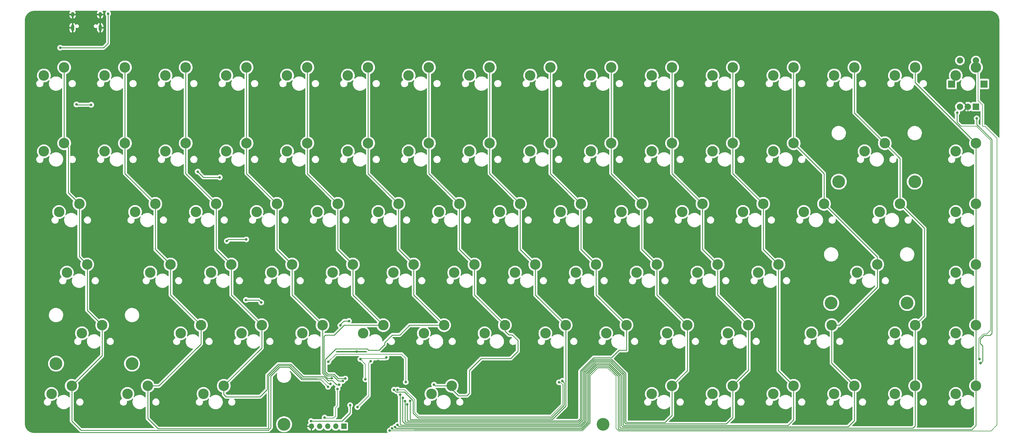
<source format=gbr>
%TF.GenerationSoftware,KiCad,Pcbnew,7.0.6*%
%TF.CreationDate,2023-09-12T22:19:02-04:00*%
%TF.ProjectId,ze-keyboard,7a652d6b-6579-4626-9f61-72642e6b6963,rev?*%
%TF.SameCoordinates,Original*%
%TF.FileFunction,Copper,L1,Top*%
%TF.FilePolarity,Positive*%
%FSLAX46Y46*%
G04 Gerber Fmt 4.6, Leading zero omitted, Abs format (unit mm)*
G04 Created by KiCad (PCBNEW 7.0.6) date 2023-09-12 22:19:02*
%MOMM*%
%LPD*%
G01*
G04 APERTURE LIST*
%TA.AperFunction,ComponentPad*%
%ADD10C,2.000000*%
%TD*%
%TA.AperFunction,ComponentPad*%
%ADD11R,2.250000X2.250000*%
%TD*%
%TA.AperFunction,ComponentPad*%
%ADD12R,2.000000X2.000000*%
%TD*%
%TA.AperFunction,ComponentPad*%
%ADD13C,3.300000*%
%TD*%
%TA.AperFunction,ComponentPad*%
%ADD14C,4.000000*%
%TD*%
%TA.AperFunction,ComponentPad*%
%ADD15O,1.000000X1.600000*%
%TD*%
%TA.AperFunction,ComponentPad*%
%ADD16O,1.000000X2.100000*%
%TD*%
%TA.AperFunction,ComponentPad*%
%ADD17R,1.700000X1.700000*%
%TD*%
%TA.AperFunction,ComponentPad*%
%ADD18O,1.700000X1.700000*%
%TD*%
%TA.AperFunction,ViaPad*%
%ADD19C,0.800000*%
%TD*%
%TA.AperFunction,Conductor*%
%ADD20C,0.250000*%
%TD*%
%TA.AperFunction,Conductor*%
%ADD21C,0.200000*%
%TD*%
%TA.AperFunction,Conductor*%
%ADD22C,0.300000*%
%TD*%
G04 APERTURE END LIST*
D10*
%TO.P,SW3,S2,S2*%
%TO.N,col15*%
X366850000Y-35800000D03*
%TO.P,SW3,S1,S1*%
%TO.N,Net-(D85-A)*%
X361850000Y-35800000D03*
D11*
%TO.P,SW3,MP*%
%TO.N,N/C*%
X369400000Y-43175000D03*
X359250000Y-43225000D03*
D10*
%TO.P,SW3,C,C*%
%TO.N,GND*%
X364350000Y-50300000D03*
%TO.P,SW3,B,B*%
%TO.N,rot1*%
X361850000Y-50300000D03*
D12*
%TO.P,SW3,A,A*%
%TO.N,rot0*%
X366850000Y-50300000D03*
%TD*%
D13*
%TO.P,MX42,1,1*%
%TO.N,Net-(D42-A)*%
X274815000Y-83372500D03*
%TO.P,MX42,2,2*%
%TO.N,col10*%
X281165000Y-80832500D03*
%TD*%
%TO.P,MX20,1,1*%
%TO.N,Net-(D20-A)*%
X131940000Y-64322500D03*
%TO.P,MX20,2,2*%
%TO.N,col3*%
X138290000Y-61782500D03*
%TD*%
%TO.P,MX51,1,1*%
%TO.N,Net-(D51-A)*%
X165277500Y-102422500D03*
%TO.P,MX51,2,2*%
%TO.N,col4*%
X171627500Y-99882500D03*
%TD*%
%TO.P,MX37,1,1*%
%TO.N,Net-(D37-A)*%
X179565000Y-83372500D03*
%TO.P,MX37,2,2*%
%TO.N,col5*%
X185915000Y-80832500D03*
%TD*%
%TO.P,MX14,1,1*%
%TO.N,Net-(D14-A)*%
X322440000Y-40510000D03*
%TO.P,MX14,2,2*%
%TO.N,col13*%
X328790000Y-37970000D03*
%TD*%
%TO.P,MX44,1,1*%
%TO.N,Net-(D44-A)*%
X312915000Y-83372500D03*
%TO.P,MX44,2,2*%
%TO.N,col12*%
X319265000Y-80832500D03*
%TD*%
%TO.P,MX35,1,1*%
%TO.N,Net-(D35-A)*%
X141465000Y-83372500D03*
%TO.P,MX35,2,2*%
%TO.N,col3*%
X147815000Y-80832500D03*
%TD*%
%TO.P,MX80,1,1*%
%TO.N,Net-(D80-A)*%
X284340000Y-140522500D03*
%TO.P,MX80,2,2*%
%TO.N,col10*%
X290690000Y-137982500D03*
%TD*%
%TO.P,MX71,1,1*%
%TO.N,Net-(D71-A)*%
X289102500Y-121472500D03*
%TO.P,MX71,2,2*%
%TO.N,col10*%
X295452500Y-118932500D03*
%TD*%
%TO.P,MX41,1,1*%
%TO.N,Net-(D41-A)*%
X255765000Y-83372500D03*
%TO.P,MX41,2,2*%
%TO.N,col9*%
X262115000Y-80832500D03*
%TD*%
%TO.P,MX57,1,1*%
%TO.N,Net-(D57-A)*%
X279577500Y-102422500D03*
%TO.P,MX57,2,2*%
%TO.N,col10*%
X285927500Y-99882500D03*
%TD*%
D14*
%TO.P,S3,*%
%TO.N,*%
X323868750Y-73847500D03*
X347681250Y-73847500D03*
%TD*%
D13*
%TO.P,MX76,1,1*%
%TO.N,Net-(D76-A)*%
X100983750Y-140522500D03*
%TO.P,MX76,2,2*%
%TO.N,col1*%
X107333750Y-137982500D03*
%TD*%
%TO.P,MX27,1,1*%
%TO.N,Net-(D27-A)*%
X265290000Y-64322500D03*
%TO.P,MX27,2,2*%
%TO.N,col10*%
X271640000Y-61782500D03*
%TD*%
%TO.P,MX81,1,1*%
%TO.N,Net-(D81-A)*%
X303390000Y-140522500D03*
%TO.P,MX81,2,2*%
%TO.N,col11*%
X309740000Y-137982500D03*
%TD*%
%TO.P,MX66,1,1*%
%TO.N,Net-(D66-A)*%
X193852500Y-121472500D03*
%TO.P,MX66,2,2*%
%TO.N,col5*%
X200202500Y-118932500D03*
%TD*%
%TO.P,MX4,1,1*%
%TO.N,Net-(D4-A)*%
X131940000Y-40510000D03*
%TO.P,MX4,2,2*%
%TO.N,col3*%
X138290000Y-37970000D03*
%TD*%
%TO.P,MX64,1,1*%
%TO.N,Net-(D64-A)*%
X155752500Y-121472500D03*
%TO.P,MX64,2,2*%
%TO.N,col3*%
X162102500Y-118932500D03*
%TD*%
%TO.P,MX45,1,1*%
%TO.N,Net-(D45-A)*%
X336727500Y-83372500D03*
%TO.P,MX45,2,2*%
%TO.N,col13*%
X343077500Y-80832500D03*
%TD*%
%TO.P,MX77,1,1*%
%TO.N,Net-(D77-A)*%
X124796250Y-140522500D03*
%TO.P,MX77,2,2*%
%TO.N,col2*%
X131146250Y-137982500D03*
%TD*%
%TO.P,MX22,1,1*%
%TO.N,Net-(D22-A)*%
X170040000Y-64322500D03*
%TO.P,MX22,2,2*%
%TO.N,col5*%
X176390000Y-61782500D03*
%TD*%
%TO.P,MX46,1,1*%
%TO.N,Net-(D46-A)*%
X360540000Y-83372500D03*
%TO.P,MX46,2,2*%
%TO.N,col14*%
X366890000Y-80832500D03*
%TD*%
%TO.P,MX84,1,1*%
%TO.N,Net-(D84-A)*%
X360540000Y-140522500D03*
%TO.P,MX84,2,2*%
%TO.N,col14*%
X366890000Y-137982500D03*
%TD*%
%TO.P,MX23,1,1*%
%TO.N,Net-(D23-A)*%
X189090000Y-64322500D03*
%TO.P,MX23,2,2*%
%TO.N,col6*%
X195440000Y-61782500D03*
%TD*%
%TO.P,MX79,1,1*%
%TO.N,Net-(D79-A)*%
X265290000Y-140522500D03*
%TO.P,MX79,2,2*%
%TO.N,col9*%
X271640000Y-137982500D03*
%TD*%
%TO.P,MX70,1,1*%
%TO.N,Net-(D70-A)*%
X270052500Y-121472500D03*
%TO.P,MX70,2,2*%
%TO.N,col9*%
X276402500Y-118932500D03*
%TD*%
%TO.P,MX17,1,1*%
%TO.N,Net-(D17-A)*%
X74790000Y-64322500D03*
%TO.P,MX17,2,2*%
%TO.N,col0*%
X81140000Y-61782500D03*
%TD*%
%TO.P,MX21,1,1*%
%TO.N,Net-(D21-A)*%
X150990000Y-64322500D03*
%TO.P,MX21,2,2*%
%TO.N,col4*%
X157340000Y-61782500D03*
%TD*%
%TO.P,MX54,1,1*%
%TO.N,Net-(D54-A)*%
X222427500Y-102422500D03*
%TO.P,MX54,2,2*%
%TO.N,col7*%
X228777500Y-99882500D03*
%TD*%
D15*
%TO.P,J2,S1,SHIELD*%
%TO.N,GND*%
X83780000Y-21340000D03*
D16*
X83780000Y-25520000D03*
D15*
X92420000Y-21340000D03*
D16*
X92420000Y-25520000D03*
%TD*%
D13*
%TO.P,MX39,1,1*%
%TO.N,Net-(D39-A)*%
X217665000Y-83372500D03*
%TO.P,MX39,2,2*%
%TO.N,col7*%
X224015000Y-80832500D03*
%TD*%
%TO.P,MX6,1,1*%
%TO.N,Net-(D6-A)*%
X170040000Y-40510000D03*
%TO.P,MX6,2,2*%
%TO.N,col5*%
X176390000Y-37970000D03*
%TD*%
%TO.P,MX47,1,1*%
%TO.N,Net-(D47-A)*%
X81990000Y-102422500D03*
%TO.P,MX47,2,2*%
%TO.N,col0*%
X88340000Y-99882500D03*
%TD*%
%TO.P,MX68,1,1*%
%TO.N,Net-(D68-A)*%
X231952500Y-121472500D03*
%TO.P,MX68,2,2*%
%TO.N,col7*%
X238302500Y-118932500D03*
%TD*%
%TO.P,MX83,1,1*%
%TO.N,Net-(D83-A)*%
X341490000Y-140522500D03*
%TO.P,MX83,2,2*%
%TO.N,col13*%
X347840000Y-137982500D03*
%TD*%
%TO.P,MX5,1,1*%
%TO.N,Net-(D5-A)*%
X150990000Y-40510000D03*
%TO.P,MX5,2,2*%
%TO.N,col4*%
X157340000Y-37970000D03*
%TD*%
%TO.P,MX19,1,1*%
%TO.N,Net-(D19-A)*%
X112890000Y-64322500D03*
%TO.P,MX19,2,2*%
%TO.N,col2*%
X119240000Y-61782500D03*
%TD*%
%TO.P,MX82,1,1*%
%TO.N,Net-(D82-A)*%
X322440000Y-140522500D03*
%TO.P,MX82,2,2*%
%TO.N,col12*%
X328790000Y-137982500D03*
%TD*%
D14*
%TO.P,S2,*%
%TO.N,*%
X321487500Y-111947500D03*
X345300000Y-111947500D03*
%TD*%
D13*
%TO.P,MX12,1,1*%
%TO.N,Net-(D12-A)*%
X284340000Y-40510000D03*
%TO.P,MX12,2,2*%
%TO.N,col11*%
X290690000Y-37970000D03*
%TD*%
%TO.P,MX8,1,1*%
%TO.N,Net-(D8-A)*%
X208140000Y-40510000D03*
%TO.P,MX8,2,2*%
%TO.N,col7*%
X214490000Y-37970000D03*
%TD*%
%TO.P,MX50,1,1*%
%TO.N,Net-(D50-A)*%
X146227500Y-102422500D03*
%TO.P,MX50,2,2*%
%TO.N,col3*%
X152577500Y-99882500D03*
%TD*%
D17*
%TO.P,J1,1,Pin_1*%
%TO.N,SWCLK*%
X168775000Y-150700000D03*
D18*
%TO.P,J1,2,Pin_2*%
%TO.N,SWD*%
X166235000Y-150700000D03*
%TO.P,J1,3,Pin_3*%
%TO.N,RESET*%
X163695000Y-150700000D03*
%TO.P,J1,4,Pin_4*%
%TO.N,+3V3*%
X161155000Y-150700000D03*
%TO.P,J1,5,Pin_5*%
%TO.N,GND*%
X158615000Y-150700000D03*
%TD*%
D14*
%TO.P,S4,*%
%TO.N,*%
X150037500Y-150047500D03*
X250050000Y-150047500D03*
%TD*%
D13*
%TO.P,MX52,1,1*%
%TO.N,Net-(D52-A)*%
X184327500Y-102422500D03*
%TO.P,MX52,2,2*%
%TO.N,col5*%
X190677500Y-99882500D03*
%TD*%
%TO.P,MX34,1,1*%
%TO.N,Net-(D34-A)*%
X122415000Y-83372500D03*
%TO.P,MX34,2,2*%
%TO.N,col2*%
X128765000Y-80832500D03*
%TD*%
%TO.P,MX62,1,1*%
%TO.N,Net-(D62-A)*%
X117652500Y-121472500D03*
%TO.P,MX62,2,2*%
%TO.N,col1*%
X124002500Y-118932500D03*
%TD*%
%TO.P,MX53,1,1*%
%TO.N,Net-(D53-A)*%
X203377500Y-102422500D03*
%TO.P,MX53,2,2*%
%TO.N,col6*%
X209727500Y-99882500D03*
%TD*%
%TO.P,MX69,1,1*%
%TO.N,Net-(D69-A)*%
X251002500Y-121472500D03*
%TO.P,MX69,2,2*%
%TO.N,col8*%
X257352500Y-118932500D03*
%TD*%
%TO.P,MX49,1,1*%
%TO.N,Net-(D49-A)*%
X127177500Y-102422500D03*
%TO.P,MX49,2,2*%
%TO.N,col2*%
X133527500Y-99882500D03*
%TD*%
%TO.P,MX1,1,1*%
%TO.N,Net-(D1-A)*%
X74790000Y-40510000D03*
%TO.P,MX1,2,2*%
%TO.N,col0*%
X81140000Y-37970000D03*
%TD*%
%TO.P,MX74,1,1*%
%TO.N,Net-(D74-A)*%
X360540000Y-121472500D03*
%TO.P,MX74,2,2*%
%TO.N,col14*%
X366890000Y-118932500D03*
%TD*%
%TO.P,MX72,1,1*%
%TO.N,Net-(D72-A)*%
X315296250Y-121472500D03*
%TO.P,MX72,2,2*%
%TO.N,col12*%
X321646250Y-118932500D03*
%TD*%
%TO.P,MX15,1,1*%
%TO.N,Net-(D15-A)*%
X341490000Y-40510000D03*
%TO.P,MX15,2,2*%
%TO.N,col14*%
X347840000Y-37970000D03*
%TD*%
%TO.P,MX67,1,1*%
%TO.N,Net-(D67-A)*%
X212902500Y-121472500D03*
%TO.P,MX67,2,2*%
%TO.N,col6*%
X219252500Y-118932500D03*
%TD*%
%TO.P,MX63,1,1*%
%TO.N,Net-(D63-A)*%
X136702500Y-121472500D03*
%TO.P,MX63,2,2*%
%TO.N,col2*%
X143052500Y-118932500D03*
%TD*%
%TO.P,MX30,1,1*%
%TO.N,Net-(D30-A)*%
X331965000Y-64322500D03*
%TO.P,MX30,2,2*%
%TO.N,col13*%
X338315000Y-61782500D03*
%TD*%
%TO.P,MX31,1,1*%
%TO.N,Net-(D31-A)*%
X360540000Y-64322500D03*
%TO.P,MX31,2,2*%
%TO.N,col14*%
X366890000Y-61782500D03*
%TD*%
%TO.P,MX43,1,1*%
%TO.N,Net-(D43-A)*%
X293865000Y-83372500D03*
%TO.P,MX43,2,2*%
%TO.N,col11*%
X300215000Y-80832500D03*
%TD*%
%TO.P,MX36,1,1*%
%TO.N,Net-(D36-A)*%
X160515000Y-83372500D03*
%TO.P,MX36,2,2*%
%TO.N,col4*%
X166865000Y-80832500D03*
%TD*%
%TO.P,MX38,1,1*%
%TO.N,Net-(D38-A)*%
X198615000Y-83372500D03*
%TO.P,MX38,2,2*%
%TO.N,col6*%
X204965000Y-80832500D03*
%TD*%
%TO.P,MX11,1,1*%
%TO.N,Net-(D11-A)*%
X265290000Y-40510000D03*
%TO.P,MX11,2,2*%
%TO.N,col10*%
X271640000Y-37970000D03*
%TD*%
%TO.P,MX75,1,1*%
%TO.N,Net-(D75-A)*%
X77171250Y-140522500D03*
%TO.P,MX75,2,2*%
%TO.N,col0*%
X83521250Y-137982500D03*
%TD*%
%TO.P,MX78,1,1*%
%TO.N,Net-(D78-A)*%
X196233750Y-140522500D03*
%TO.P,MX78,2,2*%
%TO.N,col6*%
X202583750Y-137982500D03*
%TD*%
%TO.P,MX2,1,1*%
%TO.N,Net-(D2-A)*%
X93840000Y-40510000D03*
%TO.P,MX2,2,2*%
%TO.N,col1*%
X100190000Y-37970000D03*
%TD*%
%TO.P,MX24,1,1*%
%TO.N,Net-(D24-A)*%
X208140000Y-64322500D03*
%TO.P,MX24,2,2*%
%TO.N,col7*%
X214490000Y-61782500D03*
%TD*%
%TO.P,MX33,1,1*%
%TO.N,Net-(D33-A)*%
X103365000Y-83372500D03*
%TO.P,MX33,2,2*%
%TO.N,col1*%
X109715000Y-80832500D03*
%TD*%
%TO.P,MX16,1,1*%
%TO.N,Net-(D16-A)*%
X360540000Y-40510000D03*
%TO.P,MX16,2,2*%
%TO.N,col15*%
X366890000Y-37970000D03*
%TD*%
%TO.P,MX3,1,1*%
%TO.N,Net-(D3-A)*%
X112890000Y-40510000D03*
%TO.P,MX3,2,2*%
%TO.N,col2*%
X119240000Y-37970000D03*
%TD*%
%TO.P,MX58,1,1*%
%TO.N,Net-(D58-A)*%
X298627500Y-102422500D03*
%TO.P,MX58,2,2*%
%TO.N,col11*%
X304977500Y-99882500D03*
%TD*%
%TO.P,MX56,1,1*%
%TO.N,Net-(D56-A)*%
X260527500Y-102422500D03*
%TO.P,MX56,2,2*%
%TO.N,col9*%
X266877500Y-99882500D03*
%TD*%
D14*
%TO.P,S1,*%
%TO.N,*%
X78600000Y-130997500D03*
X102412500Y-130997500D03*
%TD*%
D13*
%TO.P,MX48,1,1*%
%TO.N,Net-(D48-A)*%
X108127500Y-102422500D03*
%TO.P,MX48,2,2*%
%TO.N,col1*%
X114477500Y-99882500D03*
%TD*%
%TO.P,MX10,1,1*%
%TO.N,Net-(D10-A)*%
X246240000Y-40510000D03*
%TO.P,MX10,2,2*%
%TO.N,col9*%
X252590000Y-37970000D03*
%TD*%
%TO.P,MX25,1,1*%
%TO.N,Net-(D25-A)*%
X227190000Y-64322500D03*
%TO.P,MX25,2,2*%
%TO.N,col8*%
X233540000Y-61782500D03*
%TD*%
%TO.P,MX18,1,1*%
%TO.N,Net-(D18-A)*%
X93840000Y-64322500D03*
%TO.P,MX18,2,2*%
%TO.N,col1*%
X100190000Y-61782500D03*
%TD*%
%TO.P,MX13,1,1*%
%TO.N,Net-(D13-A)*%
X303390000Y-40510000D03*
%TO.P,MX13,2,2*%
%TO.N,col12*%
X309740000Y-37970000D03*
%TD*%
%TO.P,MX7,1,1*%
%TO.N,Net-(D7-A)*%
X189090000Y-40510000D03*
%TO.P,MX7,2,2*%
%TO.N,col6*%
X195440000Y-37970000D03*
%TD*%
%TO.P,MX40,1,1*%
%TO.N,Net-(D40-A)*%
X236715000Y-83372500D03*
%TO.P,MX40,2,2*%
%TO.N,col8*%
X243065000Y-80832500D03*
%TD*%
%TO.P,MX26,1,1*%
%TO.N,Net-(D26-A)*%
X246240000Y-64322500D03*
%TO.P,MX26,2,2*%
%TO.N,col9*%
X252590000Y-61782500D03*
%TD*%
%TO.P,MX32,1,1*%
%TO.N,Net-(D32-A)*%
X79552500Y-83372500D03*
%TO.P,MX32,2,2*%
%TO.N,col0*%
X85902500Y-80832500D03*
%TD*%
%TO.P,MX29,1,1*%
%TO.N,Net-(D29-A)*%
X303390000Y-64322500D03*
%TO.P,MX29,2,2*%
%TO.N,col12*%
X309740000Y-61782500D03*
%TD*%
%TO.P,MX9,1,1*%
%TO.N,Net-(D9-A)*%
X227190000Y-40510000D03*
%TO.P,MX9,2,2*%
%TO.N,col8*%
X233540000Y-37970000D03*
%TD*%
%TO.P,MX61,1,1*%
%TO.N,Net-(D61-A)*%
X86696250Y-121472500D03*
%TO.P,MX61,2,2*%
%TO.N,col0*%
X93046250Y-118932500D03*
%TD*%
%TO.P,MX73,1,1*%
%TO.N,Net-(D73-A)*%
X341490000Y-121472500D03*
%TO.P,MX73,2,2*%
%TO.N,col13*%
X347840000Y-118932500D03*
%TD*%
%TO.P,MX65,1,1*%
%TO.N,Net-(D65-A)*%
X174802500Y-121472500D03*
%TO.P,MX65,2,2*%
%TO.N,col4*%
X181152500Y-118932500D03*
%TD*%
%TO.P,MX60,1,1*%
%TO.N,Net-(D60-A)*%
X360540000Y-102422500D03*
%TO.P,MX60,2,2*%
%TO.N,col14*%
X366890000Y-99882500D03*
%TD*%
%TO.P,MX55,1,1*%
%TO.N,Net-(D55-A)*%
X241477500Y-102422500D03*
%TO.P,MX55,2,2*%
%TO.N,col8*%
X247827500Y-99882500D03*
%TD*%
%TO.P,MX59,1,1*%
%TO.N,Net-(D59-A)*%
X329583750Y-102422500D03*
%TO.P,MX59,2,2*%
%TO.N,col12*%
X335933750Y-99882500D03*
%TD*%
%TO.P,MX28,1,1*%
%TO.N,Net-(D28-A)*%
X284340000Y-64322500D03*
%TO.P,MX28,2,2*%
%TO.N,col11*%
X290690000Y-61782500D03*
%TD*%
D19*
%TO.N,GND*%
X172820000Y-127230000D03*
%TO.N,+1V1*%
X177160000Y-130220000D03*
%TO.N,row5*%
X163920000Y-130450000D03*
%TO.N,rot1*%
X367920000Y-129540000D03*
X236210000Y-136870000D03*
%TO.N,rot0*%
X368330000Y-130870000D03*
X237230000Y-136420000D03*
%TO.N,col7*%
X189520000Y-142710000D03*
%TO.N,col8*%
X188640000Y-143780000D03*
%TO.N,col9*%
X187950000Y-142770000D03*
%TO.N,col10*%
X187250000Y-141740000D03*
%TO.N,col11*%
X186390000Y-140750000D03*
%TO.N,col12*%
X185600000Y-150250000D03*
%TO.N,col13*%
X184785022Y-150886179D03*
%TO.N,col14*%
X183910118Y-151369448D03*
%TO.N,col15*%
X183160000Y-152030000D03*
%TO.N,row5*%
X188190000Y-136792500D03*
%TO.N,col6*%
X197040000Y-137600000D03*
%TO.N,row4*%
X158500000Y-149050000D03*
X170760000Y-144060000D03*
%TO.N,rot0*%
X367090000Y-53980000D03*
%TO.N,rot1*%
X361000000Y-52150000D03*
%TO.N,col0*%
X163840000Y-138260000D03*
%TO.N,col1*%
X164570000Y-137380000D03*
%TO.N,col2*%
X167290000Y-137650000D03*
%TO.N,col3*%
X165030000Y-135550000D03*
%TO.N,col4*%
X168450000Y-136430000D03*
%TO.N,col5*%
X169230000Y-135690000D03*
%TO.N,GND*%
X177538245Y-145380186D03*
X165650000Y-139100000D03*
X179450000Y-130200000D03*
X158350000Y-141925000D03*
X181725000Y-145000000D03*
X363550000Y-53000000D03*
X90875000Y-30075000D03*
X76270000Y-32640000D03*
X174300000Y-138300000D03*
X171727000Y-130517500D03*
X175450000Y-150725000D03*
X181020000Y-134930000D03*
X182970000Y-139350000D03*
X197800000Y-131600000D03*
X85050000Y-29575000D03*
X173875000Y-147075000D03*
X81050000Y-28920000D03*
X72950000Y-29890000D03*
X167002000Y-134293000D03*
X177400000Y-151200000D03*
X164590000Y-131880000D03*
%TO.N,+5V*%
X79900000Y-31800000D03*
X94900000Y-21100000D03*
%TO.N,+3V3*%
X166800000Y-138950000D03*
X162750000Y-147950000D03*
X173975000Y-129600000D03*
X182125000Y-129050000D03*
X175525000Y-135925000D03*
%TO.N,+1V1*%
X173025000Y-144650000D03*
%TO.N,row0*%
X85000000Y-49600000D03*
X89600000Y-49700000D03*
%TO.N,row1*%
X123000000Y-70700000D03*
X129900000Y-72500000D03*
%TO.N,row2*%
X138200000Y-92000000D03*
X132100000Y-92500000D03*
%TO.N,row3*%
X138100000Y-111000000D03*
X142900000Y-111800000D03*
%TO.N,row4*%
X167700000Y-119000000D03*
X170400000Y-117600000D03*
%TO.N,rot0*%
X184500000Y-139200000D03*
%TO.N,rot1*%
X185600000Y-139200000D03*
%TD*%
D20*
%TO.N,col8*%
X188640000Y-143780000D02*
X188640000Y-148710000D01*
X188640000Y-148710000D02*
X188905000Y-148975000D01*
X252670000Y-129130000D02*
X254976916Y-126823084D01*
X188905000Y-148975000D02*
X242175000Y-148975000D01*
X242175000Y-148975000D02*
X242590000Y-148560000D01*
X242590000Y-148560000D02*
X242617208Y-148560000D01*
X242617208Y-148560000D02*
X242880000Y-148297208D01*
X257352500Y-126823084D02*
X257352500Y-118932500D01*
X242880000Y-148297208D02*
X242880000Y-133287208D01*
X242880000Y-133287208D02*
X247037208Y-129130000D01*
X247037208Y-129130000D02*
X252670000Y-129130000D01*
X254976916Y-126823084D02*
X257352500Y-126823084D01*
%TO.N,col9*%
X257150000Y-149190000D02*
X257435000Y-149475000D01*
X269420000Y-149475000D02*
X271640000Y-147255000D01*
X257150000Y-134097208D02*
X257150000Y-149190000D01*
X252702792Y-129650000D02*
X257150000Y-134097208D01*
X187915000Y-142805000D02*
X187915000Y-149100000D01*
X247153604Y-129650000D02*
X252702792Y-129650000D01*
X242388604Y-149425000D02*
X243330000Y-148483604D01*
X243330000Y-133473604D02*
X247153604Y-129650000D01*
X188240000Y-149425000D02*
X242388604Y-149425000D01*
X271640000Y-147255000D02*
X271640000Y-137982500D01*
X187915000Y-149100000D02*
X188240000Y-149425000D01*
X257435000Y-149475000D02*
X269420000Y-149475000D01*
X187950000Y-142770000D02*
X187915000Y-142805000D01*
X243330000Y-148483604D02*
X243330000Y-133473604D01*
%TO.N,col10*%
X187225000Y-149150000D02*
X187225000Y-141765000D01*
X187950000Y-149875000D02*
X187225000Y-149150000D01*
X243790000Y-148660000D02*
X242575000Y-149875000D01*
X243790000Y-133650000D02*
X243790000Y-148660000D01*
X247340000Y-130100000D02*
X243790000Y-133650000D01*
X252516396Y-130100000D02*
X247340000Y-130100000D01*
X257115000Y-149925000D02*
X256700000Y-149510000D01*
X256700000Y-134283604D02*
X252516396Y-130100000D01*
X288655000Y-149925000D02*
X257115000Y-149925000D01*
X242575000Y-149875000D02*
X187950000Y-149875000D01*
X290690000Y-147890000D02*
X288655000Y-149925000D01*
X256700000Y-149510000D02*
X256700000Y-134283604D01*
X187225000Y-141765000D02*
X187250000Y-141740000D01*
X290690000Y-137982500D02*
X290690000Y-147890000D01*
%TO.N,col11*%
X186390000Y-140750000D02*
X186390000Y-150000000D01*
X244240000Y-148959772D02*
X244240000Y-133843604D01*
X186390000Y-150000000D02*
X186715000Y-150325000D01*
X307970000Y-150375000D02*
X309740000Y-148605000D01*
X186715000Y-150325000D02*
X242874772Y-150325000D01*
X256250000Y-150140000D02*
X256485000Y-150375000D01*
X242874772Y-150325000D02*
X244240000Y-148959772D01*
X244240000Y-133843604D02*
X247533604Y-130550000D01*
X247533604Y-130550000D02*
X252330000Y-130550000D01*
X252330000Y-130550000D02*
X256250000Y-134470000D01*
X256250000Y-134470000D02*
X256250000Y-150140000D01*
X256485000Y-150375000D02*
X307970000Y-150375000D01*
X309740000Y-148605000D02*
X309740000Y-137982500D01*
%TO.N,col12*%
X328790000Y-137982500D02*
X328790000Y-148845000D01*
X244690000Y-149146168D02*
X243061168Y-150775000D01*
X328790000Y-148845000D02*
X326810000Y-150825000D01*
X256155000Y-150825000D02*
X255800000Y-150470000D01*
X326810000Y-150825000D02*
X256155000Y-150825000D01*
X255800000Y-150470000D02*
X255800000Y-134773604D01*
X255800000Y-134773604D02*
X252056396Y-131030000D01*
X252056396Y-131030000D02*
X247690000Y-131030000D01*
X247690000Y-131030000D02*
X244690000Y-134030000D01*
X244690000Y-134030000D02*
X244690000Y-149146168D01*
X243061168Y-150775000D02*
X186125000Y-150775000D01*
X186125000Y-150775000D02*
X185600000Y-150250000D01*
%TO.N,col13*%
X184785022Y-150886179D02*
X185123843Y-151225000D01*
X255220520Y-151060520D02*
X255435000Y-151275000D01*
X185123843Y-151225000D02*
X243247564Y-151225000D01*
X251870000Y-131480000D02*
X255220520Y-134830520D01*
X243247564Y-151225000D02*
X245175000Y-149297564D01*
X245175000Y-149297564D02*
X245175000Y-134185000D01*
X245175000Y-134185000D02*
X247880000Y-131480000D01*
X247880000Y-131480000D02*
X251870000Y-131480000D01*
X255220520Y-134830520D02*
X255220520Y-151060520D01*
X255435000Y-151275000D02*
X347100000Y-151275000D01*
X347100000Y-151275000D02*
X347840000Y-150535000D01*
X347840000Y-150535000D02*
X347840000Y-137982500D01*
%TO.N,col14*%
X190704214Y-151675000D02*
X243433960Y-151675000D01*
X243433960Y-151675000D02*
X245625000Y-149483960D01*
X245625000Y-149483960D02*
X245625000Y-134395000D01*
X245625000Y-134395000D02*
X248090000Y-131930000D01*
X248090000Y-131930000D02*
X251670000Y-131930000D01*
X251670000Y-131930000D02*
X254770520Y-135030520D01*
X254770520Y-135030520D02*
X254770520Y-151429480D01*
X254770520Y-151429480D02*
X255066040Y-151725000D01*
X366890000Y-150425000D02*
X366890000Y-137982500D01*
X255066040Y-151725000D02*
X365590000Y-151725000D01*
X365590000Y-151725000D02*
X366890000Y-150425000D01*
D21*
%TO.N,col15*%
X254050000Y-134940000D02*
X251480000Y-132370000D01*
X254050000Y-151310000D02*
X254050000Y-134940000D01*
X254890000Y-152150000D02*
X254050000Y-151310000D01*
X373470000Y-60270000D02*
X373470000Y-150230000D01*
X369700000Y-56500000D02*
X373470000Y-60270000D01*
X369100000Y-56500000D02*
X369700000Y-56500000D01*
X373470000Y-150230000D02*
X371550000Y-152150000D01*
X368900000Y-56300000D02*
X369100000Y-56500000D01*
X371550000Y-152150000D02*
X254890000Y-152150000D01*
X368900000Y-49750000D02*
X368900000Y-56300000D01*
X367520000Y-48370000D02*
X368900000Y-49750000D01*
X367520000Y-38600000D02*
X367520000Y-48370000D01*
X366890000Y-37970000D02*
X367520000Y-38600000D01*
X248420000Y-132370000D02*
X246050000Y-134740000D01*
X251480000Y-132370000D02*
X248420000Y-132370000D01*
X246050000Y-134740000D02*
X246050000Y-149660000D01*
X246050000Y-149660000D02*
X243610000Y-152100000D01*
X243610000Y-152100000D02*
X183230000Y-152100000D01*
X183230000Y-152100000D02*
X183160000Y-152030000D01*
%TO.N,+1V1*%
X177160000Y-130220000D02*
X176600000Y-130780000D01*
X176600000Y-130780000D02*
X176600000Y-130930000D01*
X176600000Y-141075000D02*
X176600000Y-130930000D01*
%TO.N,row5*%
X186870000Y-128020000D02*
X166350000Y-128020000D01*
X188190000Y-136792500D02*
X188190000Y-129340000D01*
X166350000Y-128020000D02*
X163920000Y-130450000D01*
X188190000Y-129340000D02*
X186870000Y-128020000D01*
%TO.N,rot1*%
X367920000Y-129540000D02*
X367745000Y-129365000D01*
X367745000Y-129365000D02*
X367745000Y-123163960D01*
X367745000Y-123163960D02*
X369238960Y-121670000D01*
X369238960Y-121670000D02*
X370260000Y-121670000D01*
X370260000Y-121670000D02*
X371395000Y-120535000D01*
X371395000Y-120535000D02*
X371395000Y-60786040D01*
X371395000Y-60786040D02*
X367017012Y-56408052D01*
X367017012Y-56408052D02*
X362151948Y-56408052D01*
X233643960Y-147635000D02*
X237329480Y-143949480D01*
X185600000Y-139200000D02*
X187810000Y-139200000D01*
X187810000Y-139200000D02*
X190640000Y-142030000D01*
X192480000Y-147635000D02*
X233630000Y-147635000D01*
X190640000Y-142030000D02*
X190955000Y-142345000D01*
X190955000Y-146395000D02*
X192195000Y-147635000D01*
X192195000Y-147635000D02*
X192480000Y-147635000D01*
X190955000Y-142345000D02*
X190955000Y-146390000D01*
X236635000Y-136870000D02*
X236210000Y-136870000D01*
X237405000Y-143873960D02*
X237405000Y-137640000D01*
X237329480Y-143949480D02*
X237405000Y-143873960D01*
X233630000Y-147635000D02*
X233643960Y-147635000D01*
X237405000Y-137640000D02*
X236635000Y-136870000D01*
X190955000Y-146390000D02*
X190955000Y-146395000D01*
D20*
%TO.N,rot0*%
X368330000Y-130870000D02*
X368960000Y-130240000D01*
X368170000Y-123340000D02*
X369370000Y-122140000D01*
X368960000Y-130240000D02*
X368960000Y-125470000D01*
X368960000Y-125470000D02*
X368170000Y-124680000D01*
X368170000Y-124680000D02*
X368170000Y-123340000D01*
X369370000Y-122140000D02*
X371230000Y-122140000D01*
X371230000Y-122140000D02*
X371820000Y-121550000D01*
X371820000Y-121550000D02*
X371820000Y-60610000D01*
X371820000Y-60610000D02*
X367090000Y-55880000D01*
X367090000Y-55880000D02*
X367090000Y-53980000D01*
X192010000Y-148060000D02*
X233820000Y-148060000D01*
X190530000Y-142670000D02*
X190530000Y-144950000D01*
X190300000Y-142440000D02*
X190530000Y-142670000D01*
X185225000Y-139925000D02*
X187785000Y-139925000D01*
X190530000Y-146580000D02*
X192010000Y-148060000D01*
X233820000Y-148060000D02*
X237830000Y-144050000D01*
X187785000Y-139925000D02*
X190300000Y-142440000D01*
X237830000Y-144050000D02*
X237830000Y-137020000D01*
X237830000Y-137020000D02*
X237230000Y-136420000D01*
X190530000Y-144950000D02*
X190530000Y-146580000D01*
%TO.N,col7*%
X238302500Y-118932500D02*
X238302500Y-144282500D01*
X238302500Y-144282500D02*
X234060000Y-148525000D01*
X234060000Y-148525000D02*
X189645000Y-148525000D01*
X189645000Y-148525000D02*
X189520000Y-148400000D01*
X189520000Y-148400000D02*
X189520000Y-142710000D01*
D21*
%TO.N,col14*%
X183910118Y-151369448D02*
X184215670Y-151675000D01*
X184215670Y-151675000D02*
X190704214Y-151675000D01*
%TO.N,col15*%
X366850000Y-35800000D02*
X366850000Y-37930000D01*
X366850000Y-37930000D02*
X366890000Y-37970000D01*
D20*
%TO.N,rot1*%
X361706948Y-55963052D02*
X362151948Y-56408052D01*
%TO.N,col6*%
X202583750Y-137982500D02*
X197422500Y-137982500D01*
X197422500Y-137982500D02*
X197040000Y-137600000D01*
X219252500Y-118932500D02*
X219252500Y-120742500D01*
X221020000Y-129400000D02*
X211820000Y-129400000D01*
X207300000Y-141100000D02*
X204700000Y-141100000D01*
X219252500Y-120742500D02*
X220480000Y-121970000D01*
X221517767Y-121970000D02*
X223320000Y-123772233D01*
X220480000Y-121970000D02*
X221517767Y-121970000D01*
X223320000Y-123772233D02*
X223320000Y-127100000D01*
X223320000Y-127100000D02*
X221020000Y-129400000D01*
X208090000Y-133130000D02*
X208090000Y-140310000D01*
X211820000Y-129400000D02*
X208090000Y-133130000D01*
X208090000Y-140310000D02*
X207300000Y-141100000D01*
X204700000Y-141100000D02*
X202583750Y-138983750D01*
X202583750Y-138983750D02*
X202583750Y-137982500D01*
%TO.N,row4*%
X170760000Y-146530000D02*
X170760000Y-144060000D01*
X169510000Y-147780000D02*
X170760000Y-146530000D01*
X168240000Y-149050000D02*
X169510000Y-147780000D01*
X158500000Y-149050000D02*
X168240000Y-149050000D01*
%TO.N,rot1*%
X360911948Y-55168052D02*
X361706948Y-55963052D01*
X360911948Y-52238052D02*
X360911948Y-54800000D01*
X360911948Y-54800000D02*
X360911948Y-55168052D01*
X361000000Y-52150000D02*
X360911948Y-52238052D01*
D21*
%TO.N,col0*%
X163840000Y-138260000D02*
X161580000Y-136000000D01*
X161580000Y-136000000D02*
X161500000Y-136000000D01*
%TO.N,col1*%
X162280000Y-135550000D02*
X160350000Y-135550000D01*
X164570000Y-137380000D02*
X164110000Y-137380000D01*
X164110000Y-137380000D02*
X162280000Y-135550000D01*
D20*
%TO.N,col2*%
X166130000Y-137280000D02*
X166160000Y-137280000D01*
X165220000Y-136370000D02*
X166130000Y-137280000D01*
X131146250Y-140646250D02*
X131900000Y-141400000D01*
X163870000Y-136370000D02*
X165220000Y-136370000D01*
X162600000Y-135100000D02*
X163870000Y-136370000D01*
X156000000Y-135100000D02*
X162600000Y-135100000D01*
X152100000Y-131200000D02*
X156000000Y-135100000D01*
X148200000Y-131200000D02*
X152100000Y-131200000D01*
X144781802Y-134618198D02*
X148200000Y-131200000D01*
X142500000Y-141400000D02*
X144781802Y-139118198D01*
X144781802Y-139118198D02*
X144781802Y-134618198D01*
X131900000Y-141400000D02*
X142500000Y-141400000D01*
X131146250Y-137982500D02*
X131146250Y-140646250D01*
X166160000Y-137280000D02*
X166530000Y-137650000D01*
X166530000Y-137650000D02*
X167290000Y-137650000D01*
%TO.N,col3*%
X163686396Y-135550000D02*
X165030000Y-135550000D01*
X162102500Y-133966104D02*
X163686396Y-135550000D01*
%TO.N,col4*%
X167060000Y-136430000D02*
X168450000Y-136430000D01*
X165440000Y-134810000D02*
X167060000Y-136430000D01*
X162552500Y-133779708D02*
X163582792Y-134810000D01*
X163582792Y-134810000D02*
X165440000Y-134810000D01*
%TO.N,col5*%
X165685406Y-134345406D02*
X166450000Y-135110000D01*
X164345406Y-134345406D02*
X165685406Y-134345406D01*
X166450000Y-135110000D02*
X167030000Y-135690000D01*
X167030000Y-135690000D02*
X169230000Y-135690000D01*
D21*
%TO.N,GND*%
X173875000Y-147075000D02*
X173875000Y-149150000D01*
X177538245Y-145380186D02*
X175843431Y-147075000D01*
D20*
X77330000Y-32640000D02*
X76270000Y-32640000D01*
X73920000Y-28920000D02*
X81050000Y-28920000D01*
X364350000Y-52200000D02*
X363550000Y-53000000D01*
X81050000Y-28920000D02*
X77330000Y-32640000D01*
D21*
X181725000Y-146875000D02*
X181725000Y-145000000D01*
X175843431Y-147075000D02*
X173875000Y-147075000D01*
D22*
X85050000Y-29575000D02*
X85550000Y-30075000D01*
D21*
X181725000Y-145000000D02*
X177918431Y-145000000D01*
X173875000Y-149150000D02*
X175450000Y-150725000D01*
X175450000Y-150725000D02*
X175925000Y-151200000D01*
D20*
X72950000Y-29890000D02*
X73920000Y-28920000D01*
X364350000Y-50300000D02*
X364350000Y-52200000D01*
D21*
X177918431Y-145000000D02*
X177538245Y-145380186D01*
X177400000Y-151200000D02*
X181725000Y-146875000D01*
X175925000Y-151200000D02*
X177400000Y-151200000D01*
D22*
X85550000Y-30075000D02*
X90875000Y-30075000D01*
D20*
X73520000Y-29890000D02*
X72950000Y-29890000D01*
X76270000Y-32640000D02*
X73520000Y-29890000D01*
%TO.N,+5V*%
X93500000Y-31800000D02*
X94900000Y-30400000D01*
X94900000Y-30400000D02*
X94900000Y-21100000D01*
X79900000Y-31800000D02*
X93500000Y-31800000D01*
D21*
%TO.N,+3V3*%
X166150000Y-147550000D02*
X166150000Y-146000000D01*
X165550000Y-148150000D02*
X166150000Y-147550000D01*
X166650000Y-144400000D02*
X166800000Y-144250000D01*
X166150000Y-144900000D02*
X166650000Y-144400000D01*
X182125000Y-129050000D02*
X181775000Y-129400000D01*
X162750000Y-147950000D02*
X162950000Y-148150000D01*
X166150000Y-146000000D02*
X166150000Y-144900000D01*
X175525000Y-131150000D02*
X173975000Y-129600000D01*
X175525000Y-135925000D02*
X175525000Y-131150000D01*
X162950000Y-148150000D02*
X165550000Y-148150000D01*
X166800000Y-144250000D02*
X166800000Y-138950000D01*
X174175000Y-129400000D02*
X173975000Y-129600000D01*
X181775000Y-129400000D02*
X174175000Y-129400000D01*
%TO.N,+1V1*%
X173025000Y-144650000D02*
X176600000Y-141075000D01*
D20*
%TO.N,row0*%
X85000000Y-49600000D02*
X85100000Y-49700000D01*
X85100000Y-49700000D02*
X89600000Y-49700000D01*
%TO.N,row1*%
X124800000Y-72500000D02*
X129900000Y-72500000D01*
X123000000Y-70700000D02*
X124800000Y-72500000D01*
%TO.N,row2*%
X132600000Y-92000000D02*
X132100000Y-92500000D01*
X138200000Y-92000000D02*
X132600000Y-92000000D01*
%TO.N,row3*%
X142100000Y-111000000D02*
X142400000Y-111300000D01*
X142400000Y-111300000D02*
X142900000Y-111800000D01*
X138100000Y-111000000D02*
X142100000Y-111000000D01*
%TO.N,row4*%
X168800000Y-117600000D02*
X167900000Y-118500000D01*
X167900000Y-118500000D02*
X167900000Y-118800000D01*
X170400000Y-117600000D02*
X168800000Y-117600000D01*
X167900000Y-118800000D02*
X167700000Y-119000000D01*
%TO.N,col0*%
X145100000Y-151900000D02*
X145900000Y-151100000D01*
X93046250Y-128457500D02*
X93046250Y-118932500D01*
X83521250Y-137982500D02*
X93046250Y-128457500D01*
X81140000Y-61782500D02*
X81140000Y-37970000D01*
X155600000Y-136000000D02*
X161500000Y-136000000D01*
X145900000Y-134900000D02*
X148700000Y-132100000D01*
X85902500Y-97445000D02*
X85902500Y-80832500D01*
X86400000Y-151900000D02*
X145100000Y-151900000D01*
X83521250Y-137982500D02*
X83521250Y-149021250D01*
X151700000Y-132100000D02*
X155600000Y-136000000D01*
X148700000Y-132100000D02*
X151700000Y-132100000D01*
X88340000Y-99882500D02*
X85902500Y-97445000D01*
X83521250Y-149021250D02*
X86400000Y-151900000D01*
X93046250Y-118932500D02*
X88340000Y-114226250D01*
X88340000Y-114226250D02*
X88340000Y-99882500D01*
X82430000Y-77360000D02*
X82430000Y-63072500D01*
X82430000Y-63072500D02*
X81140000Y-61782500D01*
X145900000Y-151100000D02*
X145900000Y-134900000D01*
X85902500Y-80832500D02*
X82430000Y-77360000D01*
%TO.N,col1*%
X124002500Y-118932500D02*
X124002500Y-124822631D01*
X124002500Y-124822631D02*
X110842631Y-137982500D01*
X145231802Y-151131802D02*
X145231802Y-134931802D01*
X110842631Y-137982500D02*
X107333750Y-137982500D01*
X107333750Y-148233750D02*
X110550000Y-151450000D01*
X144913604Y-151450000D02*
X145231802Y-151131802D01*
X100190000Y-61782500D02*
X100190000Y-71307500D01*
X100190000Y-61782500D02*
X100190000Y-37970000D01*
X151886396Y-131650000D02*
X155786396Y-135550000D01*
X145231802Y-134931802D02*
X148513604Y-131650000D01*
X148513604Y-131650000D02*
X151886396Y-131650000D01*
X100190000Y-71307500D02*
X109715000Y-80832500D01*
X114477500Y-109407500D02*
X124002500Y-118932500D01*
X107333750Y-137982500D02*
X107333750Y-148233750D01*
X155786396Y-135550000D02*
X160350000Y-135550000D01*
X114477500Y-99882500D02*
X114477500Y-109407500D01*
X109715000Y-80832500D02*
X109715000Y-95120000D01*
X109715000Y-95120000D02*
X114477500Y-99882500D01*
X110550000Y-151450000D02*
X144913604Y-151450000D01*
%TO.N,col2*%
X119240000Y-61782500D02*
X119240000Y-37970000D01*
X133527500Y-99882500D02*
X128765000Y-95120000D01*
X131146250Y-137982500D02*
X143052500Y-126076250D01*
X119240000Y-71307500D02*
X119240000Y-61782500D01*
X143052500Y-126076250D02*
X143052500Y-118932500D01*
X128765000Y-95120000D02*
X128765000Y-80832500D01*
X143052500Y-118932500D02*
X133527500Y-109407500D01*
X128765000Y-80832500D02*
X119240000Y-71307500D01*
X133527500Y-109407500D02*
X133527500Y-99882500D01*
%TO.N,col3*%
X138290000Y-61782500D02*
X138290000Y-71307500D01*
X152577500Y-99882500D02*
X152577500Y-109407500D01*
X138290000Y-61782500D02*
X138290000Y-37970000D01*
X138290000Y-71307500D02*
X147815000Y-80832500D01*
X147815000Y-95120000D02*
X152577500Y-99882500D01*
X147815000Y-80832500D02*
X147815000Y-95120000D01*
X162102500Y-118932500D02*
X162102500Y-133966104D01*
X152577500Y-109407500D02*
X162102500Y-118932500D01*
%TO.N,col4*%
X168867500Y-118932500D02*
X165800000Y-122000000D01*
X162552500Y-122447500D02*
X162552500Y-133779708D01*
X157340000Y-71307500D02*
X157340000Y-61782500D01*
X163000000Y-122000000D02*
X162552500Y-122447500D01*
X166865000Y-95120000D02*
X171627500Y-99882500D01*
X181152500Y-118932500D02*
X168867500Y-118932500D01*
X171627500Y-109407500D02*
X171627500Y-99882500D01*
X181152500Y-118932500D02*
X171627500Y-109407500D01*
X165800000Y-122000000D02*
X163000000Y-122000000D01*
X166865000Y-80832500D02*
X166865000Y-95120000D01*
X166865000Y-80832500D02*
X157340000Y-71307500D01*
X157340000Y-37970000D02*
X157340000Y-61782500D01*
%TO.N,col5*%
X176390000Y-37970000D02*
X176390000Y-61782500D01*
X181600000Y-124337233D02*
X181600000Y-125000000D01*
X163002500Y-129697500D02*
X163002500Y-133593312D01*
X176390000Y-71307500D02*
X185915000Y-80832500D01*
X183937233Y-122000000D02*
X181600000Y-124337233D01*
X166300000Y-126400000D02*
X163002500Y-129697500D01*
X181600000Y-125000000D02*
X179800000Y-126800000D01*
X179800000Y-126800000D02*
X176500000Y-126800000D01*
X190677500Y-109407500D02*
X200202500Y-118932500D01*
X176500000Y-126800000D02*
X176100000Y-126400000D01*
X190677500Y-99882500D02*
X190677500Y-109407500D01*
X176390000Y-61782500D02*
X176390000Y-71307500D01*
X185915000Y-95120000D02*
X190677500Y-99882500D01*
X163002500Y-133593312D02*
X163754594Y-134345406D01*
X163754594Y-134345406D02*
X164345406Y-134345406D01*
X200202500Y-118932500D02*
X189367500Y-118932500D01*
X176100000Y-126400000D02*
X166300000Y-126400000D01*
X189367500Y-118932500D02*
X186300000Y-122000000D01*
X186300000Y-122000000D02*
X183937233Y-122000000D01*
X185915000Y-80832500D02*
X185915000Y-95120000D01*
%TO.N,col6*%
X195440000Y-61782500D02*
X195440000Y-37970000D01*
X209727500Y-99882500D02*
X204965000Y-95120000D01*
X195440000Y-71307500D02*
X195440000Y-61782500D01*
X204965000Y-80832500D02*
X195440000Y-71307500D01*
X204965000Y-95120000D02*
X204965000Y-80832500D01*
X219252500Y-118932500D02*
X209727500Y-109407500D01*
X209727500Y-109407500D02*
X209727500Y-99882500D01*
%TO.N,col7*%
X228777500Y-109407500D02*
X238302500Y-118932500D01*
X224015000Y-95120000D02*
X228777500Y-99882500D01*
X228777500Y-99882500D02*
X228777500Y-109407500D01*
X214490000Y-37970000D02*
X214490000Y-61782500D01*
X214490000Y-61782500D02*
X214490000Y-71307500D01*
X214490000Y-71307500D02*
X224015000Y-80832500D01*
X224015000Y-80832500D02*
X224015000Y-95120000D01*
%TO.N,col8*%
X257352500Y-118932500D02*
X247827500Y-109407500D01*
X247827500Y-99882500D02*
X243065000Y-95120000D01*
X243065000Y-95120000D02*
X243065000Y-80832500D01*
X233540000Y-71307500D02*
X243065000Y-80832500D01*
X233540000Y-61782500D02*
X233540000Y-71307500D01*
X233540000Y-37970000D02*
X233540000Y-61782500D01*
X247827500Y-109407500D02*
X247827500Y-99882500D01*
%TO.N,col9*%
X262115000Y-95120000D02*
X266877500Y-99882500D01*
X266877500Y-109407500D02*
X276402500Y-118932500D01*
X252590000Y-61782500D02*
X252590000Y-37970000D01*
X276402500Y-118932500D02*
X276402500Y-133220000D01*
X252590000Y-71307500D02*
X262115000Y-80832500D01*
X262115000Y-80832500D02*
X262115000Y-95120000D01*
X252590000Y-61782500D02*
X252590000Y-71307500D01*
X266877500Y-99882500D02*
X266877500Y-109407500D01*
X276402500Y-133220000D02*
X271640000Y-137982500D01*
%TO.N,col10*%
X281165000Y-95120000D02*
X281165000Y-80832500D01*
X295452500Y-118932500D02*
X285927500Y-109407500D01*
X295600000Y-133072500D02*
X295600000Y-119080000D01*
X290690000Y-137982500D02*
X295600000Y-133072500D01*
X281165000Y-80832500D02*
X271640000Y-71307500D01*
X295600000Y-119080000D02*
X295452500Y-118932500D01*
X271640000Y-71307500D02*
X271640000Y-61782500D01*
X285927500Y-99882500D02*
X281165000Y-95120000D01*
X285927500Y-109407500D02*
X285927500Y-99882500D01*
X271640000Y-61782500D02*
X271640000Y-37970000D01*
%TO.N,col11*%
X290690000Y-37970000D02*
X290690000Y-61782500D01*
X290690000Y-71307500D02*
X300215000Y-80832500D01*
X304977500Y-99882500D02*
X304977500Y-133220000D01*
X300215000Y-95120000D02*
X304977500Y-99882500D01*
X300215000Y-80832500D02*
X300215000Y-95120000D01*
X304977500Y-133220000D02*
X309740000Y-137982500D01*
X290690000Y-61782500D02*
X290690000Y-71307500D01*
%TO.N,col12*%
X323979702Y-118932500D02*
X335933750Y-106978452D01*
X335933750Y-99882500D02*
X335933750Y-97501250D01*
X319265000Y-80832500D02*
X319265000Y-71307500D01*
X328790000Y-137982500D02*
X321646250Y-130838750D01*
X321646250Y-130838750D02*
X321646250Y-118932500D01*
X321646250Y-118932500D02*
X323979702Y-118932500D01*
X335933750Y-106978452D02*
X335933750Y-99882500D01*
X319265000Y-71307500D02*
X309740000Y-61782500D01*
X335933750Y-97501250D02*
X319265000Y-80832500D01*
X309740000Y-61782500D02*
X309740000Y-37970000D01*
%TO.N,col13*%
X350700000Y-116072500D02*
X350700000Y-88455000D01*
X338315000Y-61782500D02*
X328790000Y-52257500D01*
X343077500Y-80832500D02*
X343077500Y-66545000D01*
X328790000Y-52257500D02*
X328790000Y-37970000D01*
X350700000Y-88455000D02*
X343077500Y-80832500D01*
X343077500Y-66545000D02*
X338315000Y-61782500D01*
X347840000Y-137982500D02*
X347840000Y-118932500D01*
X347840000Y-118932500D02*
X350700000Y-116072500D01*
%TO.N,col14*%
X366890000Y-118932500D02*
X366890000Y-137982500D01*
X366890000Y-118932500D02*
X366890000Y-99882500D01*
X366890000Y-80832500D02*
X366890000Y-99882500D01*
X366890000Y-61782500D02*
X366890000Y-80832500D01*
X347840000Y-37970000D02*
X347840000Y-42732500D01*
X347840000Y-42732500D02*
X366890000Y-61782500D01*
%TO.N,rot0*%
X185225000Y-139925000D02*
X184500000Y-139200000D01*
%TD*%
%TA.AperFunction,Conductor*%
%TO.N,GND*%
G36*
X175856587Y-127045185D02*
G01*
X175877229Y-127061819D01*
X175999194Y-127183784D01*
X176009017Y-127196045D01*
X176009239Y-127195863D01*
X176014213Y-127201876D01*
X176017656Y-127205109D01*
X176053050Y-127265351D01*
X176050256Y-127335165D01*
X176010161Y-127392385D01*
X175945496Y-127418845D01*
X175932771Y-127419500D01*
X166464453Y-127419500D01*
X166397414Y-127399815D01*
X166351659Y-127347011D01*
X166341715Y-127277853D01*
X166370740Y-127214297D01*
X166376772Y-127207819D01*
X166522772Y-127061819D01*
X166584095Y-127028334D01*
X166610453Y-127025500D01*
X175789548Y-127025500D01*
X175856587Y-127045185D01*
G37*
%TD.AperFunction*%
%TA.AperFunction,Conductor*%
G36*
X82975585Y-20220185D02*
G01*
X83021340Y-20272989D01*
X83031284Y-20342147D01*
X83010321Y-20395337D01*
X82901143Y-20552195D01*
X82820940Y-20739092D01*
X82780000Y-20938309D01*
X82780000Y-21090000D01*
X83480000Y-21090000D01*
X83480000Y-21590000D01*
X82780000Y-21590000D01*
X82780000Y-21690713D01*
X82795418Y-21842338D01*
X82856299Y-22036381D01*
X82856304Y-22036391D01*
X82955005Y-22214215D01*
X82955005Y-22214216D01*
X83087478Y-22368530D01*
X83087479Y-22368531D01*
X83248304Y-22493018D01*
X83430907Y-22582589D01*
X83530000Y-22608244D01*
X83530000Y-21806110D01*
X83554457Y-21845610D01*
X83643962Y-21913201D01*
X83751840Y-21943895D01*
X83863521Y-21933546D01*
X83963922Y-21883552D01*
X84030000Y-21811069D01*
X84030000Y-22613365D01*
X84031944Y-22613069D01*
X84031945Y-22613069D01*
X84222660Y-22542436D01*
X84222664Y-22542434D01*
X84395267Y-22434850D01*
X84542668Y-22294735D01*
X84542669Y-22294733D01*
X84658856Y-22127804D01*
X84739059Y-21940907D01*
X84780000Y-21741690D01*
X84780000Y-21590000D01*
X84080000Y-21590000D01*
X84080000Y-21090000D01*
X84780000Y-21090000D01*
X84780000Y-20989286D01*
X84764581Y-20837661D01*
X84703700Y-20643618D01*
X84703695Y-20643608D01*
X84604994Y-20465784D01*
X84604994Y-20465783D01*
X84553045Y-20405270D01*
X84524313Y-20341581D01*
X84534575Y-20272469D01*
X84580573Y-20219877D01*
X84647131Y-20200500D01*
X91548546Y-20200500D01*
X91615585Y-20220185D01*
X91661340Y-20272989D01*
X91671284Y-20342147D01*
X91650321Y-20395337D01*
X91541143Y-20552195D01*
X91460940Y-20739092D01*
X91420000Y-20938309D01*
X91420000Y-21090000D01*
X92120000Y-21090000D01*
X92120000Y-21590000D01*
X91420000Y-21590000D01*
X91420000Y-21690713D01*
X91435418Y-21842338D01*
X91496299Y-22036381D01*
X91496304Y-22036391D01*
X91595005Y-22214215D01*
X91595005Y-22214216D01*
X91727478Y-22368530D01*
X91727479Y-22368531D01*
X91888304Y-22493018D01*
X92070907Y-22582589D01*
X92170000Y-22608244D01*
X92170000Y-21806110D01*
X92194457Y-21845610D01*
X92283962Y-21913201D01*
X92391840Y-21943895D01*
X92503521Y-21933546D01*
X92603922Y-21883552D01*
X92670000Y-21811069D01*
X92670000Y-22613366D01*
X92671944Y-22613069D01*
X92671945Y-22613069D01*
X92862660Y-22542436D01*
X92862664Y-22542434D01*
X93035267Y-22434850D01*
X93182668Y-22294735D01*
X93182669Y-22294733D01*
X93298856Y-22127804D01*
X93379059Y-21940907D01*
X93420000Y-21741690D01*
X93420000Y-21590000D01*
X92720000Y-21590000D01*
X92720000Y-21090000D01*
X93420000Y-21090000D01*
X93420000Y-20989286D01*
X93404581Y-20837661D01*
X93343700Y-20643618D01*
X93343695Y-20643608D01*
X93244994Y-20465784D01*
X93244994Y-20465783D01*
X93193045Y-20405270D01*
X93164313Y-20341581D01*
X93174575Y-20272469D01*
X93220573Y-20219877D01*
X93287131Y-20200500D01*
X94224401Y-20200500D01*
X94291440Y-20220185D01*
X94337195Y-20272989D01*
X94347139Y-20342147D01*
X94318114Y-20405703D01*
X94297287Y-20424817D01*
X94294132Y-20427109D01*
X94294129Y-20427111D01*
X94167466Y-20567785D01*
X94072821Y-20731715D01*
X94072818Y-20731722D01*
X94014327Y-20911740D01*
X94014326Y-20911744D01*
X93994540Y-21100000D01*
X94014326Y-21288256D01*
X94014327Y-21288259D01*
X94072818Y-21468277D01*
X94072821Y-21468284D01*
X94167467Y-21632216D01*
X94199509Y-21667802D01*
X94242650Y-21715715D01*
X94272880Y-21778706D01*
X94274500Y-21798687D01*
X94274500Y-30089547D01*
X94254815Y-30156586D01*
X94238181Y-30177228D01*
X93277228Y-31138181D01*
X93215905Y-31171666D01*
X93189547Y-31174500D01*
X80603748Y-31174500D01*
X80536709Y-31154815D01*
X80511600Y-31133474D01*
X80505873Y-31127114D01*
X80505869Y-31127110D01*
X80352734Y-31015851D01*
X80352729Y-31015848D01*
X80179807Y-30938857D01*
X80179802Y-30938855D01*
X80034001Y-30907865D01*
X79994646Y-30899500D01*
X79805354Y-30899500D01*
X79772897Y-30906398D01*
X79620197Y-30938855D01*
X79620192Y-30938857D01*
X79447270Y-31015848D01*
X79447265Y-31015851D01*
X79294129Y-31127111D01*
X79167466Y-31267785D01*
X79072821Y-31431715D01*
X79072818Y-31431722D01*
X79014327Y-31611740D01*
X79014326Y-31611744D01*
X78994540Y-31800000D01*
X79014326Y-31988256D01*
X79014327Y-31988259D01*
X79072818Y-32168277D01*
X79072821Y-32168284D01*
X79167467Y-32332216D01*
X79288401Y-32466526D01*
X79294129Y-32472888D01*
X79447265Y-32584148D01*
X79447270Y-32584151D01*
X79620192Y-32661142D01*
X79620197Y-32661144D01*
X79805354Y-32700500D01*
X79805355Y-32700500D01*
X79994644Y-32700500D01*
X79994646Y-32700500D01*
X80179803Y-32661144D01*
X80352730Y-32584151D01*
X80505871Y-32472888D01*
X80508788Y-32469647D01*
X80511600Y-32466526D01*
X80571087Y-32429879D01*
X80603748Y-32425500D01*
X93417257Y-32425500D01*
X93432877Y-32427224D01*
X93432904Y-32426939D01*
X93440660Y-32427671D01*
X93440667Y-32427673D01*
X93509814Y-32425500D01*
X93539350Y-32425500D01*
X93546228Y-32424630D01*
X93552041Y-32424172D01*
X93598627Y-32422709D01*
X93617869Y-32417117D01*
X93636912Y-32413174D01*
X93656792Y-32410664D01*
X93700122Y-32393507D01*
X93705646Y-32391617D01*
X93709396Y-32390527D01*
X93750390Y-32378618D01*
X93767629Y-32368422D01*
X93785103Y-32359862D01*
X93803727Y-32352488D01*
X93803727Y-32352487D01*
X93803732Y-32352486D01*
X93841449Y-32325082D01*
X93846305Y-32321892D01*
X93886420Y-32298170D01*
X93900589Y-32283999D01*
X93915379Y-32271368D01*
X93931587Y-32259594D01*
X93961299Y-32223676D01*
X93965212Y-32219376D01*
X95283787Y-30900802D01*
X95296042Y-30890986D01*
X95295859Y-30890764D01*
X95301866Y-30885792D01*
X95301877Y-30885786D01*
X95332775Y-30852882D01*
X95349227Y-30835364D01*
X95359671Y-30824918D01*
X95370120Y-30814471D01*
X95374379Y-30808978D01*
X95378152Y-30804561D01*
X95410062Y-30770582D01*
X95419715Y-30753020D01*
X95430389Y-30736770D01*
X95442673Y-30720936D01*
X95461180Y-30678167D01*
X95463749Y-30672924D01*
X95486196Y-30632093D01*
X95486197Y-30632092D01*
X95491177Y-30612691D01*
X95497478Y-30594288D01*
X95505438Y-30575896D01*
X95512730Y-30529849D01*
X95513911Y-30524152D01*
X95525500Y-30479019D01*
X95525500Y-30458982D01*
X95527027Y-30439582D01*
X95530160Y-30419804D01*
X95525775Y-30373415D01*
X95525500Y-30367577D01*
X95525500Y-21798687D01*
X95545185Y-21731648D01*
X95557350Y-21715715D01*
X95575891Y-21695122D01*
X95632533Y-21632216D01*
X95727179Y-21468284D01*
X95785674Y-21288256D01*
X95805460Y-21100000D01*
X95785674Y-20911744D01*
X95727179Y-20731716D01*
X95632533Y-20567784D01*
X95505871Y-20427112D01*
X95505867Y-20427109D01*
X95502713Y-20424817D01*
X95501329Y-20423022D01*
X95501042Y-20422764D01*
X95501089Y-20422711D01*
X95460047Y-20369487D01*
X95454069Y-20299873D01*
X95486676Y-20238079D01*
X95547515Y-20203722D01*
X95575599Y-20200500D01*
X371198378Y-20200500D01*
X371201619Y-20200584D01*
X371333628Y-20207503D01*
X371517027Y-20217803D01*
X371523212Y-20218465D01*
X371675647Y-20242608D01*
X371838194Y-20270226D01*
X371843811Y-20271453D01*
X371996693Y-20312418D01*
X372089122Y-20339046D01*
X372151724Y-20357082D01*
X372156759Y-20358769D01*
X372306183Y-20416127D01*
X372454007Y-20477358D01*
X372458412Y-20479388D01*
X372524180Y-20512899D01*
X372601921Y-20552511D01*
X372677428Y-20594241D01*
X372741480Y-20629641D01*
X372745215Y-20631882D01*
X372819487Y-20680115D01*
X372880872Y-20719980D01*
X372968357Y-20782053D01*
X373010764Y-20812142D01*
X373013886Y-20814510D01*
X373138748Y-20915621D01*
X373141034Y-20917567D01*
X373258721Y-21022738D01*
X373261248Y-21025128D01*
X373374870Y-21138750D01*
X373377260Y-21141277D01*
X373482431Y-21258964D01*
X373484385Y-21261260D01*
X373585480Y-21386102D01*
X373587862Y-21389243D01*
X373680019Y-21519127D01*
X373726046Y-21590000D01*
X373768106Y-21654767D01*
X373770364Y-21658531D01*
X373847488Y-21798078D01*
X373920604Y-21941575D01*
X373922643Y-21945997D01*
X373983877Y-22093829D01*
X374041221Y-22243217D01*
X374042916Y-22248273D01*
X374087579Y-22403297D01*
X374128541Y-22556171D01*
X374129778Y-22561835D01*
X374157394Y-22724369D01*
X374181530Y-22876758D01*
X374182196Y-22882985D01*
X374192509Y-23066617D01*
X374199415Y-23198377D01*
X374199500Y-23201623D01*
X374199500Y-59868980D01*
X374179815Y-59936019D01*
X374127011Y-59981774D01*
X374057853Y-59991718D01*
X373994297Y-59962693D01*
X373977125Y-59944467D01*
X373898282Y-59841718D01*
X373870007Y-59820022D01*
X373863904Y-59814669D01*
X370155328Y-56106093D01*
X370149974Y-56099988D01*
X370128286Y-56071722D01*
X370128283Y-56071720D01*
X370128282Y-56071718D01*
X370002841Y-55975464D01*
X369995890Y-55972585D01*
X369856762Y-55914956D01*
X369856760Y-55914955D01*
X369739361Y-55899500D01*
X369700000Y-55894318D01*
X369664670Y-55898969D01*
X369656572Y-55899500D01*
X369624500Y-55899500D01*
X369557461Y-55879815D01*
X369511706Y-55827011D01*
X369500500Y-55775500D01*
X369500500Y-49793428D01*
X369501031Y-49785326D01*
X369505682Y-49749999D01*
X369505682Y-49749998D01*
X369485044Y-49593239D01*
X369485044Y-49593238D01*
X369424536Y-49447159D01*
X369369812Y-49375841D01*
X369328282Y-49321718D01*
X369305778Y-49304450D01*
X369300009Y-49300023D01*
X369293913Y-49294678D01*
X368156819Y-48157583D01*
X368123334Y-48096260D01*
X368120500Y-48069902D01*
X368120500Y-44924499D01*
X368140185Y-44857460D01*
X368192989Y-44811705D01*
X368244495Y-44800499D01*
X370572872Y-44800499D01*
X370632483Y-44794091D01*
X370767331Y-44743796D01*
X370882546Y-44657546D01*
X370968796Y-44542331D01*
X371019091Y-44407483D01*
X371025500Y-44347873D01*
X371025499Y-42002128D01*
X371019091Y-41942517D01*
X371018082Y-41939813D01*
X370968797Y-41807671D01*
X370968793Y-41807664D01*
X370882547Y-41692455D01*
X370882544Y-41692452D01*
X370767335Y-41606206D01*
X370767328Y-41606202D01*
X370632482Y-41555908D01*
X370632483Y-41555908D01*
X370572883Y-41549501D01*
X370572881Y-41549500D01*
X370572873Y-41549500D01*
X370572865Y-41549500D01*
X368244500Y-41549500D01*
X368177461Y-41529815D01*
X368131706Y-41477011D01*
X368120500Y-41425500D01*
X368120500Y-39800180D01*
X368140185Y-39733141D01*
X368166245Y-39703992D01*
X368361256Y-39545338D01*
X368361260Y-39545335D01*
X368562065Y-39330326D01*
X368731722Y-39089976D01*
X368867072Y-38828764D01*
X368965592Y-38551554D01*
X368965592Y-38551549D01*
X368965595Y-38551543D01*
X369005501Y-38359500D01*
X369025448Y-38263511D01*
X369045525Y-37970000D01*
X369025448Y-37676489D01*
X369008089Y-37592955D01*
X368965595Y-37388456D01*
X368965590Y-37388440D01*
X368891094Y-37178828D01*
X368867072Y-37111236D01*
X368731722Y-36850024D01*
X368731721Y-36850022D01*
X368731717Y-36850016D01*
X368562067Y-36609676D01*
X368361257Y-36394662D01*
X368343150Y-36379932D01*
X368328119Y-36367702D01*
X368288539Y-36310127D01*
X368286169Y-36241074D01*
X368335105Y-36047833D01*
X368335107Y-36047824D01*
X368335108Y-36047821D01*
X368350708Y-35859560D01*
X368355643Y-35800005D01*
X368355643Y-35799994D01*
X368335109Y-35552187D01*
X368335107Y-35552175D01*
X368274063Y-35311118D01*
X368174173Y-35083393D01*
X368038166Y-34875217D01*
X368016557Y-34851744D01*
X367869744Y-34692262D01*
X367673509Y-34539526D01*
X367673507Y-34539525D01*
X367673506Y-34539524D01*
X367454811Y-34421172D01*
X367454802Y-34421169D01*
X367219616Y-34340429D01*
X366974335Y-34299500D01*
X366725665Y-34299500D01*
X366480383Y-34340429D01*
X366245197Y-34421169D01*
X366245188Y-34421172D01*
X366026493Y-34539524D01*
X365830257Y-34692261D01*
X365661833Y-34875217D01*
X365525826Y-35083393D01*
X365425936Y-35311118D01*
X365364892Y-35552175D01*
X365364890Y-35552187D01*
X365344357Y-35799994D01*
X365344357Y-35800005D01*
X365364890Y-36047812D01*
X365364892Y-36047824D01*
X365425937Y-36288882D01*
X365426370Y-36290143D01*
X365426394Y-36290688D01*
X365427196Y-36293853D01*
X365426544Y-36294017D01*
X365429517Y-36359942D01*
X365399711Y-36415038D01*
X365217932Y-36609676D01*
X365048282Y-36850016D01*
X365048278Y-36850022D01*
X364912927Y-37111237D01*
X364814409Y-37388440D01*
X364814404Y-37388456D01*
X364754552Y-37676486D01*
X364754551Y-37676488D01*
X364734475Y-37969999D01*
X364754551Y-38263511D01*
X364754552Y-38263513D01*
X364814404Y-38551543D01*
X364814409Y-38551559D01*
X364912927Y-38828762D01*
X365048278Y-39089977D01*
X365048282Y-39089983D01*
X365217932Y-39330323D01*
X365418743Y-39545338D01*
X365546383Y-39649181D01*
X365646951Y-39730999D01*
X365646953Y-39731000D01*
X365646954Y-39731001D01*
X365898319Y-39883860D01*
X365898324Y-39883862D01*
X366168152Y-40001064D01*
X366168159Y-40001067D01*
X366451445Y-40080440D01*
X366707681Y-40115659D01*
X366742901Y-40120500D01*
X366742902Y-40120500D01*
X366795500Y-40120500D01*
X366862539Y-40140185D01*
X366908294Y-40192989D01*
X366919500Y-40244500D01*
X366919500Y-48326571D01*
X366918969Y-48334673D01*
X366914318Y-48369999D01*
X366914318Y-48370000D01*
X366919500Y-48409360D01*
X366934955Y-48526760D01*
X366934957Y-48526765D01*
X366976909Y-48628048D01*
X366984378Y-48697518D01*
X366953102Y-48759997D01*
X366893013Y-48795648D01*
X366862348Y-48799500D01*
X365802129Y-48799500D01*
X365802123Y-48799501D01*
X365742516Y-48805908D01*
X365607671Y-48856202D01*
X365607664Y-48856206D01*
X365492455Y-48942452D01*
X365404537Y-49059894D01*
X365348603Y-49101764D01*
X365278911Y-49106748D01*
X365229109Y-49083436D01*
X365173230Y-49039943D01*
X365173228Y-49039942D01*
X364954614Y-48921635D01*
X364954603Y-48921630D01*
X364719493Y-48840916D01*
X364474293Y-48800000D01*
X364225707Y-48800000D01*
X363980506Y-48840916D01*
X363745396Y-48921630D01*
X363745390Y-48921632D01*
X363526761Y-49039949D01*
X363479942Y-49076388D01*
X363479942Y-49076390D01*
X364217466Y-49813913D01*
X364207685Y-49815320D01*
X364076900Y-49875048D01*
X363968239Y-49969202D01*
X363890507Y-50090156D01*
X363866923Y-50170474D01*
X363117372Y-49420924D01*
X363083885Y-49414752D01*
X363042873Y-49378053D01*
X363041317Y-49379265D01*
X363038169Y-49375220D01*
X362968945Y-49300023D01*
X362869744Y-49192262D01*
X362673509Y-49039526D01*
X362673507Y-49039525D01*
X362673506Y-49039524D01*
X362454811Y-48921172D01*
X362454802Y-48921169D01*
X362219616Y-48840429D01*
X361974335Y-48799500D01*
X361725665Y-48799500D01*
X361480383Y-48840429D01*
X361245197Y-48921169D01*
X361245188Y-48921172D01*
X361026493Y-49039524D01*
X360830257Y-49192261D01*
X360661833Y-49375217D01*
X360525826Y-49583393D01*
X360425936Y-49811118D01*
X360364892Y-50052175D01*
X360364890Y-50052187D01*
X360344357Y-50299994D01*
X360344357Y-50300005D01*
X360364890Y-50547812D01*
X360364892Y-50547824D01*
X360425936Y-50788881D01*
X360525826Y-51016606D01*
X360627783Y-51172664D01*
X360647971Y-51239554D01*
X360628790Y-51306739D01*
X360576331Y-51352889D01*
X360574414Y-51353763D01*
X360547266Y-51365851D01*
X360547265Y-51365851D01*
X360394129Y-51477111D01*
X360267466Y-51617785D01*
X360172821Y-51781715D01*
X360172818Y-51781722D01*
X360114327Y-51961740D01*
X360114326Y-51961744D01*
X360094540Y-52150000D01*
X360114326Y-52338256D01*
X360114327Y-52338259D01*
X360172818Y-52518277D01*
X360172821Y-52518284D01*
X360269835Y-52686318D01*
X360286448Y-52748318D01*
X360286448Y-53994995D01*
X360266763Y-54062034D01*
X360213959Y-54107789D01*
X360144801Y-54117733D01*
X360081245Y-54088708D01*
X360074767Y-54082676D01*
X350389961Y-44397870D01*
X357624500Y-44397870D01*
X357624501Y-44397876D01*
X357630908Y-44457483D01*
X357681202Y-44592328D01*
X357681206Y-44592335D01*
X357767452Y-44707544D01*
X357767455Y-44707547D01*
X357882664Y-44793793D01*
X357882671Y-44793797D01*
X358017517Y-44844091D01*
X358017516Y-44844091D01*
X358024444Y-44844835D01*
X358077127Y-44850500D01*
X360422872Y-44850499D01*
X360482483Y-44844091D01*
X360617331Y-44793796D01*
X360732546Y-44707546D01*
X360818796Y-44592331D01*
X360869091Y-44457483D01*
X360875500Y-44397873D01*
X360875499Y-42742725D01*
X360895184Y-42675687D01*
X360947987Y-42629932D01*
X360974623Y-42622286D01*
X360974479Y-42621596D01*
X360974476Y-42621583D01*
X360974476Y-42621582D01*
X360974418Y-42621299D01*
X360978541Y-42620441D01*
X360978555Y-42620440D01*
X361261841Y-42541067D01*
X361531682Y-42423859D01*
X361783049Y-42270999D01*
X362011260Y-42085335D01*
X362101715Y-41988480D01*
X362161856Y-41952923D01*
X362231677Y-41955525D01*
X362289008Y-41995462D01*
X362315646Y-42060055D01*
X362304816Y-42125314D01*
X362255433Y-42231732D01*
X362250882Y-42241540D01*
X362241744Y-42270999D01*
X362161854Y-42528535D01*
X362136270Y-42680210D01*
X362111874Y-42824842D01*
X362104549Y-43043945D01*
X362101833Y-43125167D01*
X362131910Y-43424142D01*
X362131911Y-43424149D01*
X362201568Y-43716441D01*
X362201571Y-43716453D01*
X362309566Y-43996853D01*
X362309573Y-43996868D01*
X362453979Y-44260375D01*
X362453983Y-44260381D01*
X362555281Y-44397864D01*
X362632223Y-44502290D01*
X362841121Y-44718289D01*
X363076946Y-44904518D01*
X363335487Y-45057652D01*
X363612133Y-45174960D01*
X363612136Y-45174960D01*
X363612139Y-45174962D01*
X363757039Y-45214653D01*
X363901946Y-45254348D01*
X364199755Y-45294400D01*
X364199760Y-45294400D01*
X364425041Y-45294400D01*
X364588513Y-45283456D01*
X364649819Y-45279352D01*
X364944287Y-45219499D01*
X365228151Y-45120931D01*
X365496343Y-44985407D01*
X365744080Y-44815346D01*
X365966939Y-44613782D01*
X366160943Y-44384312D01*
X366322631Y-44131032D01*
X366449118Y-43858460D01*
X366538146Y-43571462D01*
X366588126Y-43275158D01*
X366598167Y-42974836D01*
X366568089Y-42675855D01*
X366564563Y-42661061D01*
X366545322Y-42580319D01*
X366498430Y-42383551D01*
X366390431Y-42103140D01*
X366246021Y-41839625D01*
X366067777Y-41597710D01*
X365858879Y-41381711D01*
X365858872Y-41381705D01*
X365623055Y-41195483D01*
X365623056Y-41195483D01*
X365623054Y-41195482D01*
X365364513Y-41042348D01*
X365087867Y-40925040D01*
X365087860Y-40925037D01*
X364798059Y-40845653D01*
X364798056Y-40845652D01*
X364798054Y-40845652D01*
X364500245Y-40805600D01*
X364274967Y-40805600D01*
X364274959Y-40805600D01*
X364050183Y-40820647D01*
X364050174Y-40820649D01*
X363755710Y-40880501D01*
X363471847Y-40979069D01*
X363471844Y-40979071D01*
X363203662Y-41114589D01*
X362955918Y-41284655D01*
X362733062Y-41486216D01*
X362733056Y-41486222D01*
X362727901Y-41492320D01*
X362669584Y-41530804D01*
X362599720Y-41531649D01*
X362540489Y-41494589D01*
X362510697Y-41431389D01*
X362516372Y-41370733D01*
X362517072Y-41368764D01*
X362615592Y-41091554D01*
X362615592Y-41091549D01*
X362615595Y-41091543D01*
X362659449Y-40880501D01*
X362675448Y-40803511D01*
X362695525Y-40510000D01*
X362675448Y-40216489D01*
X362647177Y-40080440D01*
X362615595Y-39928456D01*
X362615590Y-39928440D01*
X362570006Y-39800180D01*
X362517072Y-39651236D01*
X362381722Y-39390024D01*
X362381721Y-39390022D01*
X362381717Y-39390016D01*
X362212067Y-39149676D01*
X362011256Y-38934661D01*
X361783045Y-38748998D01*
X361531680Y-38596139D01*
X361531675Y-38596137D01*
X361261845Y-38478934D01*
X360978560Y-38399561D01*
X360978556Y-38399560D01*
X360978555Y-38399560D01*
X360832826Y-38379530D01*
X360687099Y-38359500D01*
X360687098Y-38359500D01*
X360392902Y-38359500D01*
X360392901Y-38359500D01*
X360101445Y-38399560D01*
X360101439Y-38399561D01*
X359818154Y-38478934D01*
X359548324Y-38596137D01*
X359548319Y-38596139D01*
X359296954Y-38748998D01*
X359068743Y-38934661D01*
X358867932Y-39149676D01*
X358698282Y-39390016D01*
X358698278Y-39390022D01*
X358562927Y-39651237D01*
X358464409Y-39928440D01*
X358464404Y-39928456D01*
X358404552Y-40216486D01*
X358404551Y-40216488D01*
X358384475Y-40509999D01*
X358404551Y-40803511D01*
X358404552Y-40803513D01*
X358464404Y-41091543D01*
X358464409Y-41091559D01*
X358562927Y-41368762D01*
X358588674Y-41418452D01*
X358602039Y-41487032D01*
X358576205Y-41551950D01*
X358519375Y-41592596D01*
X358478576Y-41599500D01*
X358077129Y-41599500D01*
X358077123Y-41599501D01*
X358017516Y-41605908D01*
X357882671Y-41656202D01*
X357882664Y-41656206D01*
X357767455Y-41742452D01*
X357767452Y-41742455D01*
X357681206Y-41857664D01*
X357681202Y-41857671D01*
X357630908Y-41992517D01*
X357624501Y-42052116D01*
X357624500Y-42052135D01*
X357624500Y-44397870D01*
X350389961Y-44397870D01*
X350376881Y-44384790D01*
X350343396Y-44323467D01*
X350348380Y-44253775D01*
X350390252Y-44197842D01*
X350452772Y-44173670D01*
X350593971Y-44160188D01*
X350800209Y-44099631D01*
X350991259Y-44001138D01*
X351160217Y-43868268D01*
X351300976Y-43705824D01*
X351408448Y-43519677D01*
X351478750Y-43316554D01*
X351509339Y-43103797D01*
X351499112Y-42889096D01*
X351448437Y-42680210D01*
X351359146Y-42484690D01*
X351234466Y-42309601D01*
X351234464Y-42309599D01*
X351234459Y-42309593D01*
X351078905Y-42161274D01*
X350898080Y-42045065D01*
X350698530Y-41965177D01*
X350487473Y-41924500D01*
X350487472Y-41924500D01*
X350326382Y-41924500D01*
X350166029Y-41939812D01*
X350166025Y-41939813D01*
X349959793Y-42000368D01*
X349768736Y-42098864D01*
X349599785Y-42231729D01*
X349599782Y-42231733D01*
X349459021Y-42394178D01*
X349351553Y-42580319D01*
X349281251Y-42783442D01*
X349281250Y-42783444D01*
X349252934Y-42980389D01*
X349223909Y-43043945D01*
X349165131Y-43081719D01*
X349095261Y-43081719D01*
X349042515Y-43050423D01*
X348501819Y-42509727D01*
X348468334Y-42448404D01*
X348465500Y-42422046D01*
X348465500Y-40122092D01*
X348485185Y-40055053D01*
X348537989Y-40009298D01*
X348556040Y-40002692D01*
X348561841Y-40001067D01*
X348831682Y-39883859D01*
X349083049Y-39730999D01*
X349311260Y-39545335D01*
X349512065Y-39330326D01*
X349681722Y-39089976D01*
X349817072Y-38828764D01*
X349915592Y-38551554D01*
X349915592Y-38551549D01*
X349915595Y-38551543D01*
X349955501Y-38359500D01*
X349975448Y-38263511D01*
X349995525Y-37970000D01*
X349975448Y-37676489D01*
X349958089Y-37592955D01*
X349915595Y-37388456D01*
X349915590Y-37388440D01*
X349841094Y-37178828D01*
X349817072Y-37111236D01*
X349681722Y-36850024D01*
X349681721Y-36850022D01*
X349681717Y-36850016D01*
X349512067Y-36609676D01*
X349311256Y-36394661D01*
X349083045Y-36208998D01*
X348831680Y-36056139D01*
X348831675Y-36056137D01*
X348561845Y-35938934D01*
X348278560Y-35859561D01*
X348278556Y-35859560D01*
X348278555Y-35859560D01*
X348132826Y-35839530D01*
X347987099Y-35819500D01*
X347987098Y-35819500D01*
X347692902Y-35819500D01*
X347692901Y-35819500D01*
X347401445Y-35859560D01*
X347401439Y-35859561D01*
X347118154Y-35938934D01*
X346848324Y-36056137D01*
X346848319Y-36056139D01*
X346596954Y-36208998D01*
X346368743Y-36394661D01*
X346167932Y-36609676D01*
X345998282Y-36850016D01*
X345998278Y-36850022D01*
X345862927Y-37111237D01*
X345764409Y-37388440D01*
X345764404Y-37388456D01*
X345704552Y-37676486D01*
X345704551Y-37676488D01*
X345684475Y-37969999D01*
X345704551Y-38263511D01*
X345704552Y-38263513D01*
X345764404Y-38551543D01*
X345764409Y-38551559D01*
X345862927Y-38828762D01*
X345998278Y-39089977D01*
X345998282Y-39089983D01*
X346167932Y-39330323D01*
X346368743Y-39545338D01*
X346496384Y-39649181D01*
X346596951Y-39730999D01*
X346596953Y-39731000D01*
X346596954Y-39731001D01*
X346848319Y-39883860D01*
X346848324Y-39883862D01*
X347118151Y-40001064D01*
X347118154Y-40001064D01*
X347118159Y-40001067D01*
X347123950Y-40002689D01*
X347183193Y-40039727D01*
X347213008Y-40102916D01*
X347214500Y-40122092D01*
X347214500Y-41494537D01*
X347194815Y-41561576D01*
X347142011Y-41607331D01*
X347072853Y-41617275D01*
X347009297Y-41588250D01*
X347001366Y-41580741D01*
X346808879Y-41381711D01*
X346808872Y-41381705D01*
X346573055Y-41195483D01*
X346573056Y-41195483D01*
X346573054Y-41195482D01*
X346314513Y-41042348D01*
X346037867Y-40925040D01*
X346037860Y-40925037D01*
X345748059Y-40845653D01*
X345748056Y-40845652D01*
X345748054Y-40845652D01*
X345450245Y-40805600D01*
X345224967Y-40805600D01*
X345224959Y-40805600D01*
X345000183Y-40820647D01*
X345000174Y-40820649D01*
X344705710Y-40880501D01*
X344421847Y-40979069D01*
X344421844Y-40979071D01*
X344153662Y-41114589D01*
X343905918Y-41284655D01*
X343683062Y-41486216D01*
X343683056Y-41486222D01*
X343677901Y-41492320D01*
X343619584Y-41530804D01*
X343549720Y-41531649D01*
X343490489Y-41494589D01*
X343460697Y-41431389D01*
X343466372Y-41370733D01*
X343467072Y-41368764D01*
X343565592Y-41091554D01*
X343565592Y-41091549D01*
X343565595Y-41091543D01*
X343609449Y-40880501D01*
X343625448Y-40803511D01*
X343645525Y-40510000D01*
X343625448Y-40216489D01*
X343597177Y-40080440D01*
X343565595Y-39928456D01*
X343565590Y-39928440D01*
X343520006Y-39800180D01*
X343467072Y-39651236D01*
X343331722Y-39390024D01*
X343331721Y-39390022D01*
X343331717Y-39390016D01*
X343162067Y-39149676D01*
X342961256Y-38934661D01*
X342733045Y-38748998D01*
X342481680Y-38596139D01*
X342481675Y-38596137D01*
X342211845Y-38478934D01*
X341928560Y-38399561D01*
X341928556Y-38399560D01*
X341928555Y-38399560D01*
X341782826Y-38379530D01*
X341637099Y-38359500D01*
X341637098Y-38359500D01*
X341342902Y-38359500D01*
X341342901Y-38359500D01*
X341051445Y-38399560D01*
X341051439Y-38399561D01*
X340768154Y-38478934D01*
X340498324Y-38596137D01*
X340498319Y-38596139D01*
X340246954Y-38748998D01*
X340018743Y-38934661D01*
X339817932Y-39149676D01*
X339648282Y-39390016D01*
X339648278Y-39390022D01*
X339512927Y-39651237D01*
X339414409Y-39928440D01*
X339414404Y-39928456D01*
X339354552Y-40216486D01*
X339354551Y-40216488D01*
X339334475Y-40509999D01*
X339354551Y-40803511D01*
X339354552Y-40803513D01*
X339414404Y-41091543D01*
X339414409Y-41091559D01*
X339512927Y-41368762D01*
X339648278Y-41629977D01*
X339648282Y-41629983D01*
X339798215Y-41842390D01*
X339820794Y-41908511D01*
X339804041Y-41976342D01*
X339753732Y-42024113D01*
X339608738Y-42098863D01*
X339439785Y-42231729D01*
X339439782Y-42231733D01*
X339299021Y-42394178D01*
X339191553Y-42580319D01*
X339121251Y-42783442D01*
X339121250Y-42783444D01*
X339090661Y-42996200D01*
X339090660Y-42996202D01*
X339100887Y-43210901D01*
X339151563Y-43419791D01*
X339151565Y-43419795D01*
X339180718Y-43483632D01*
X339240854Y-43615310D01*
X339365534Y-43790399D01*
X339365535Y-43790400D01*
X339365540Y-43790406D01*
X339521094Y-43938725D01*
X339521096Y-43938726D01*
X339521097Y-43938727D01*
X339701920Y-44054935D01*
X339901468Y-44134822D01*
X339982534Y-44150446D01*
X340112527Y-44175500D01*
X340112528Y-44175500D01*
X340273612Y-44175500D01*
X340273618Y-44175500D01*
X340433971Y-44160188D01*
X340640209Y-44099631D01*
X340831259Y-44001138D01*
X341000217Y-43868268D01*
X341140976Y-43705824D01*
X341248448Y-43519677D01*
X341318750Y-43316554D01*
X341349339Y-43103797D01*
X341339112Y-42889096D01*
X341320829Y-42813732D01*
X341324154Y-42743943D01*
X341364682Y-42687029D01*
X341429547Y-42661061D01*
X341441334Y-42660500D01*
X341637099Y-42660500D01*
X341668520Y-42656180D01*
X341928555Y-42620440D01*
X342211841Y-42541067D01*
X342481682Y-42423859D01*
X342733049Y-42270999D01*
X342961260Y-42085335D01*
X343051715Y-41988480D01*
X343111856Y-41952923D01*
X343181677Y-41955525D01*
X343239008Y-41995462D01*
X343265646Y-42060055D01*
X343254816Y-42125314D01*
X343205433Y-42231732D01*
X343200882Y-42241540D01*
X343191744Y-42270999D01*
X343111854Y-42528535D01*
X343086270Y-42680210D01*
X343061874Y-42824842D01*
X343054549Y-43043945D01*
X343051833Y-43125167D01*
X343081910Y-43424142D01*
X343081911Y-43424149D01*
X343151568Y-43716441D01*
X343151571Y-43716453D01*
X343259566Y-43996853D01*
X343259573Y-43996868D01*
X343403979Y-44260375D01*
X343403983Y-44260381D01*
X343505281Y-44397864D01*
X343582223Y-44502290D01*
X343791121Y-44718289D01*
X344026946Y-44904518D01*
X344285487Y-45057652D01*
X344562133Y-45174960D01*
X344562136Y-45174960D01*
X344562139Y-45174962D01*
X344707039Y-45214654D01*
X344851946Y-45254348D01*
X345149755Y-45294400D01*
X345149760Y-45294400D01*
X345375041Y-45294400D01*
X345538513Y-45283456D01*
X345599819Y-45279352D01*
X345894287Y-45219499D01*
X346178151Y-45120931D01*
X346446343Y-44985407D01*
X346694080Y-44815346D01*
X346916939Y-44613782D01*
X347110943Y-44384312D01*
X347272631Y-44131032D01*
X347399118Y-43858460D01*
X347488146Y-43571462D01*
X347492362Y-43546462D01*
X347522922Y-43483632D01*
X347582600Y-43447297D01*
X347652449Y-43448993D01*
X347702316Y-43479406D01*
X364928534Y-60705625D01*
X364962019Y-60766948D01*
X364957035Y-60836640D01*
X364950951Y-60850354D01*
X364912927Y-60923737D01*
X364814409Y-61200940D01*
X364814404Y-61200956D01*
X364754552Y-61488986D01*
X364754551Y-61488988D01*
X364734475Y-61782499D01*
X364754551Y-62076011D01*
X364754552Y-62076013D01*
X364814404Y-62364043D01*
X364814409Y-62364059D01*
X364912927Y-62641262D01*
X365048278Y-62902477D01*
X365048282Y-62902483D01*
X365217932Y-63142823D01*
X365418743Y-63357838D01*
X365546384Y-63461681D01*
X365646951Y-63543499D01*
X365646953Y-63543500D01*
X365646954Y-63543501D01*
X365898319Y-63696360D01*
X365898324Y-63696362D01*
X366168151Y-63813564D01*
X366168154Y-63813564D01*
X366168159Y-63813567D01*
X366173950Y-63815189D01*
X366233193Y-63852227D01*
X366263008Y-63915416D01*
X366264500Y-63934592D01*
X366264500Y-65307037D01*
X366244815Y-65374076D01*
X366192011Y-65419831D01*
X366122853Y-65429775D01*
X366059297Y-65400750D01*
X366051366Y-65393241D01*
X365858879Y-65194211D01*
X365858872Y-65194205D01*
X365623055Y-65007983D01*
X365623056Y-65007983D01*
X365623054Y-65007982D01*
X365364513Y-64854848D01*
X365087867Y-64737540D01*
X365087860Y-64737537D01*
X364798059Y-64658153D01*
X364798056Y-64658152D01*
X364798054Y-64658152D01*
X364500245Y-64618100D01*
X364274967Y-64618100D01*
X364274959Y-64618100D01*
X364050183Y-64633147D01*
X364050174Y-64633149D01*
X363755710Y-64693001D01*
X363471847Y-64791569D01*
X363471844Y-64791571D01*
X363203662Y-64927089D01*
X362955918Y-65097155D01*
X362733062Y-65298716D01*
X362733056Y-65298722D01*
X362727901Y-65304820D01*
X362669584Y-65343304D01*
X362599720Y-65344149D01*
X362540489Y-65307089D01*
X362510697Y-65243889D01*
X362516372Y-65183233D01*
X362517072Y-65181264D01*
X362615592Y-64904054D01*
X362615592Y-64904049D01*
X362615595Y-64904043D01*
X362659449Y-64693001D01*
X362675448Y-64616011D01*
X362695525Y-64322500D01*
X362675448Y-64028989D01*
X362647177Y-63892940D01*
X362615595Y-63740956D01*
X362615590Y-63740940D01*
X362545420Y-63543501D01*
X362517072Y-63463736D01*
X362381722Y-63202524D01*
X362381721Y-63202522D01*
X362381717Y-63202516D01*
X362212067Y-62962176D01*
X362011256Y-62747161D01*
X361783045Y-62561498D01*
X361531680Y-62408639D01*
X361531675Y-62408637D01*
X361261845Y-62291434D01*
X360978560Y-62212061D01*
X360978556Y-62212060D01*
X360978555Y-62212060D01*
X360832826Y-62192030D01*
X360687099Y-62172000D01*
X360687098Y-62172000D01*
X360392902Y-62172000D01*
X360392901Y-62172000D01*
X360101445Y-62212060D01*
X360101439Y-62212061D01*
X359818154Y-62291434D01*
X359548324Y-62408637D01*
X359548319Y-62408639D01*
X359296954Y-62561498D01*
X359068743Y-62747161D01*
X358867932Y-62962176D01*
X358698282Y-63202516D01*
X358698278Y-63202522D01*
X358562927Y-63463737D01*
X358464409Y-63740940D01*
X358464404Y-63740956D01*
X358404552Y-64028986D01*
X358404551Y-64028988D01*
X358384475Y-64322499D01*
X358404551Y-64616011D01*
X358404552Y-64616013D01*
X358464404Y-64904043D01*
X358464409Y-64904059D01*
X358562927Y-65181262D01*
X358698278Y-65442477D01*
X358698282Y-65442483D01*
X358848215Y-65654890D01*
X358870794Y-65721011D01*
X358854041Y-65788842D01*
X358803732Y-65836613D01*
X358658738Y-65911363D01*
X358489785Y-66044229D01*
X358489782Y-66044233D01*
X358349021Y-66206678D01*
X358241553Y-66392819D01*
X358171251Y-66595942D01*
X358171250Y-66595944D01*
X358140661Y-66808700D01*
X358140660Y-66808702D01*
X358150887Y-67023401D01*
X358201563Y-67232291D01*
X358201565Y-67232295D01*
X358203553Y-67236649D01*
X358290854Y-67427810D01*
X358415534Y-67602899D01*
X358415535Y-67602900D01*
X358415540Y-67602906D01*
X358571094Y-67751225D01*
X358571096Y-67751226D01*
X358571097Y-67751227D01*
X358751920Y-67867435D01*
X358951468Y-67947322D01*
X359056998Y-67967661D01*
X359162527Y-67988000D01*
X359162528Y-67988000D01*
X359323612Y-67988000D01*
X359323618Y-67988000D01*
X359483971Y-67972688D01*
X359690209Y-67912131D01*
X359881259Y-67813638D01*
X360050217Y-67680768D01*
X360190976Y-67518324D01*
X360298448Y-67332177D01*
X360368750Y-67129054D01*
X360399339Y-66916297D01*
X360389112Y-66701596D01*
X360370829Y-66626232D01*
X360374154Y-66556443D01*
X360414682Y-66499529D01*
X360479547Y-66473561D01*
X360491334Y-66473000D01*
X360687099Y-66473000D01*
X360718520Y-66468680D01*
X360978555Y-66432940D01*
X361261841Y-66353567D01*
X361531682Y-66236359D01*
X361783049Y-66083499D01*
X362011260Y-65897835D01*
X362101715Y-65800980D01*
X362161856Y-65765423D01*
X362231677Y-65768025D01*
X362289008Y-65807962D01*
X362315646Y-65872555D01*
X362304816Y-65937814D01*
X362255433Y-66044232D01*
X362250882Y-66054040D01*
X362241744Y-66083499D01*
X362161854Y-66341035D01*
X362111874Y-66637342D01*
X362101833Y-66937667D01*
X362131910Y-67236642D01*
X362131911Y-67236649D01*
X362201568Y-67528941D01*
X362201571Y-67528953D01*
X362309566Y-67809353D01*
X362309573Y-67809368D01*
X362453979Y-68072875D01*
X362453983Y-68072881D01*
X362545296Y-68196812D01*
X362632223Y-68314790D01*
X362841121Y-68530789D01*
X363076946Y-68717018D01*
X363335487Y-68870152D01*
X363612133Y-68987460D01*
X363612136Y-68987460D01*
X363612139Y-68987462D01*
X363757039Y-69027153D01*
X363901946Y-69066848D01*
X364199755Y-69106900D01*
X364199760Y-69106900D01*
X364425041Y-69106900D01*
X364588513Y-69095956D01*
X364649819Y-69091852D01*
X364944287Y-69031999D01*
X365228151Y-68933431D01*
X365496343Y-68797907D01*
X365744080Y-68627846D01*
X365966939Y-68426282D01*
X366045807Y-68332995D01*
X366104122Y-68294510D01*
X366173986Y-68293661D01*
X366233219Y-68330718D01*
X366263014Y-68393917D01*
X366264500Y-68413054D01*
X366264500Y-78680407D01*
X366244815Y-78747446D01*
X366192011Y-78793201D01*
X366173957Y-78799808D01*
X366168158Y-78801432D01*
X366168157Y-78801432D01*
X365898324Y-78918637D01*
X365898319Y-78918639D01*
X365646954Y-79071498D01*
X365418743Y-79257161D01*
X365217932Y-79472176D01*
X365048282Y-79712516D01*
X365048278Y-79712522D01*
X364912927Y-79973737D01*
X364814409Y-80250940D01*
X364814404Y-80250956D01*
X364754552Y-80538986D01*
X364754551Y-80538988D01*
X364734475Y-80832499D01*
X364754551Y-81126011D01*
X364754552Y-81126013D01*
X364814404Y-81414043D01*
X364814409Y-81414059D01*
X364912927Y-81691262D01*
X365048278Y-81952477D01*
X365048282Y-81952483D01*
X365217932Y-82192823D01*
X365418743Y-82407838D01*
X365546384Y-82511681D01*
X365646951Y-82593499D01*
X365646953Y-82593500D01*
X365646954Y-82593501D01*
X365898319Y-82746360D01*
X365898324Y-82746362D01*
X366168151Y-82863564D01*
X366168154Y-82863564D01*
X366168159Y-82863567D01*
X366173950Y-82865189D01*
X366233193Y-82902227D01*
X366263008Y-82965416D01*
X366264500Y-82984592D01*
X366264500Y-84357037D01*
X366244815Y-84424076D01*
X366192011Y-84469831D01*
X366122853Y-84479775D01*
X366059297Y-84450750D01*
X366051366Y-84443241D01*
X365858879Y-84244211D01*
X365858872Y-84244205D01*
X365623055Y-84057983D01*
X365623056Y-84057983D01*
X365623054Y-84057982D01*
X365364513Y-83904848D01*
X365087867Y-83787540D01*
X365087860Y-83787537D01*
X364798059Y-83708153D01*
X364798056Y-83708152D01*
X364798054Y-83708152D01*
X364500245Y-83668100D01*
X364274967Y-83668100D01*
X364274959Y-83668100D01*
X364050183Y-83683147D01*
X364050174Y-83683149D01*
X363755710Y-83743001D01*
X363471847Y-83841569D01*
X363471844Y-83841571D01*
X363203662Y-83977089D01*
X362955918Y-84147155D01*
X362733062Y-84348716D01*
X362733056Y-84348722D01*
X362727901Y-84354820D01*
X362669584Y-84393304D01*
X362599720Y-84394149D01*
X362540489Y-84357089D01*
X362510697Y-84293889D01*
X362516372Y-84233233D01*
X362517072Y-84231264D01*
X362615592Y-83954054D01*
X362615592Y-83954049D01*
X362615595Y-83954043D01*
X362659449Y-83743001D01*
X362675448Y-83666011D01*
X362695525Y-83372500D01*
X362675448Y-83078989D01*
X362647177Y-82942940D01*
X362615595Y-82790956D01*
X362615590Y-82790940D01*
X362545420Y-82593501D01*
X362517072Y-82513736D01*
X362381722Y-82252524D01*
X362381721Y-82252522D01*
X362381717Y-82252516D01*
X362212067Y-82012176D01*
X362011256Y-81797161D01*
X361783045Y-81611498D01*
X361531680Y-81458639D01*
X361531675Y-81458637D01*
X361261845Y-81341434D01*
X360978560Y-81262061D01*
X360978556Y-81262060D01*
X360978555Y-81262060D01*
X360832826Y-81242029D01*
X360687099Y-81222000D01*
X360687098Y-81222000D01*
X360392902Y-81222000D01*
X360392901Y-81222000D01*
X360101445Y-81262060D01*
X360101439Y-81262061D01*
X359818154Y-81341434D01*
X359548324Y-81458637D01*
X359548319Y-81458639D01*
X359296954Y-81611498D01*
X359068743Y-81797161D01*
X358867932Y-82012176D01*
X358698282Y-82252516D01*
X358698278Y-82252522D01*
X358562927Y-82513737D01*
X358464409Y-82790940D01*
X358464404Y-82790956D01*
X358404552Y-83078986D01*
X358404551Y-83078988D01*
X358384475Y-83372499D01*
X358404551Y-83666011D01*
X358404552Y-83666013D01*
X358464404Y-83954043D01*
X358464409Y-83954059D01*
X358562927Y-84231262D01*
X358698278Y-84492477D01*
X358698282Y-84492483D01*
X358848215Y-84704890D01*
X358870794Y-84771011D01*
X358854041Y-84838842D01*
X358803732Y-84886613D01*
X358658738Y-84961363D01*
X358489785Y-85094229D01*
X358489782Y-85094233D01*
X358349021Y-85256678D01*
X358241553Y-85442819D01*
X358171251Y-85645942D01*
X358171250Y-85645944D01*
X358140661Y-85858700D01*
X358140660Y-85858702D01*
X358150887Y-86073401D01*
X358201563Y-86282291D01*
X358201565Y-86282295D01*
X358203553Y-86286649D01*
X358290854Y-86477810D01*
X358415534Y-86652899D01*
X358415535Y-86652900D01*
X358415540Y-86652906D01*
X358571094Y-86801225D01*
X358571096Y-86801226D01*
X358571097Y-86801227D01*
X358751920Y-86917435D01*
X358951468Y-86997322D01*
X359056998Y-87017661D01*
X359162527Y-87038000D01*
X359162528Y-87038000D01*
X359323612Y-87038000D01*
X359323618Y-87038000D01*
X359483971Y-87022688D01*
X359690209Y-86962131D01*
X359881259Y-86863638D01*
X360050217Y-86730768D01*
X360190976Y-86568324D01*
X360298448Y-86382177D01*
X360368750Y-86179054D01*
X360399339Y-85966297D01*
X360389112Y-85751596D01*
X360370829Y-85676232D01*
X360374154Y-85606443D01*
X360414682Y-85549529D01*
X360479547Y-85523561D01*
X360491334Y-85523000D01*
X360687099Y-85523000D01*
X360718520Y-85518680D01*
X360978555Y-85482940D01*
X361261841Y-85403567D01*
X361531682Y-85286359D01*
X361783049Y-85133499D01*
X362011260Y-84947835D01*
X362101715Y-84850980D01*
X362161856Y-84815423D01*
X362231677Y-84818025D01*
X362289008Y-84857962D01*
X362315646Y-84922555D01*
X362304816Y-84987814D01*
X362255433Y-85094232D01*
X362250882Y-85104040D01*
X362241744Y-85133499D01*
X362161854Y-85391035D01*
X362111874Y-85687342D01*
X362101833Y-85987667D01*
X362131910Y-86286642D01*
X362131911Y-86286649D01*
X362201568Y-86578941D01*
X362201571Y-86578953D01*
X362309566Y-86859353D01*
X362309573Y-86859368D01*
X362453979Y-87122875D01*
X362453983Y-87122881D01*
X362545296Y-87246812D01*
X362632223Y-87364790D01*
X362841121Y-87580789D01*
X363076946Y-87767018D01*
X363335487Y-87920152D01*
X363612133Y-88037460D01*
X363612136Y-88037460D01*
X363612139Y-88037462D01*
X363725717Y-88068574D01*
X363901946Y-88116848D01*
X364199755Y-88156900D01*
X364199760Y-88156900D01*
X364425041Y-88156900D01*
X364588513Y-88145956D01*
X364649819Y-88141852D01*
X364944287Y-88081999D01*
X365228151Y-87983431D01*
X365496343Y-87847907D01*
X365744080Y-87677846D01*
X365966939Y-87476282D01*
X366045807Y-87382995D01*
X366104122Y-87344510D01*
X366173986Y-87343661D01*
X366233219Y-87380718D01*
X366263014Y-87443917D01*
X366264500Y-87463054D01*
X366264500Y-97730407D01*
X366244815Y-97797446D01*
X366192011Y-97843201D01*
X366173957Y-97849808D01*
X366168158Y-97851432D01*
X366168157Y-97851432D01*
X365898324Y-97968637D01*
X365898319Y-97968639D01*
X365646954Y-98121498D01*
X365418743Y-98307161D01*
X365217932Y-98522176D01*
X365048282Y-98762516D01*
X365048278Y-98762522D01*
X364912927Y-99023737D01*
X364814409Y-99300940D01*
X364814404Y-99300956D01*
X364754552Y-99588986D01*
X364754551Y-99588988D01*
X364734475Y-99882500D01*
X364754551Y-100176011D01*
X364754552Y-100176013D01*
X364814404Y-100464043D01*
X364814409Y-100464059D01*
X364912927Y-100741262D01*
X365048278Y-101002477D01*
X365048282Y-101002483D01*
X365217932Y-101242823D01*
X365418743Y-101457838D01*
X365546384Y-101561681D01*
X365646951Y-101643499D01*
X365646953Y-101643500D01*
X365646954Y-101643501D01*
X365898319Y-101796360D01*
X365898324Y-101796362D01*
X366168151Y-101913564D01*
X366168154Y-101913564D01*
X366168159Y-101913567D01*
X366173950Y-101915189D01*
X366233193Y-101952227D01*
X366263008Y-102015416D01*
X366264500Y-102034592D01*
X366264500Y-103407037D01*
X366244815Y-103474076D01*
X366192011Y-103519831D01*
X366122853Y-103529775D01*
X366059297Y-103500750D01*
X366051366Y-103493241D01*
X365858879Y-103294211D01*
X365858872Y-103294205D01*
X365623055Y-103107983D01*
X365623056Y-103107983D01*
X365623054Y-103107982D01*
X365364513Y-102954848D01*
X365087867Y-102837540D01*
X365087860Y-102837537D01*
X364798059Y-102758153D01*
X364798056Y-102758152D01*
X364798054Y-102758152D01*
X364500245Y-102718100D01*
X364274967Y-102718100D01*
X364274959Y-102718100D01*
X364050183Y-102733147D01*
X364050174Y-102733149D01*
X363755710Y-102793001D01*
X363471847Y-102891569D01*
X363471844Y-102891571D01*
X363203662Y-103027089D01*
X362955918Y-103197155D01*
X362733062Y-103398716D01*
X362733056Y-103398722D01*
X362727901Y-103404820D01*
X362669584Y-103443304D01*
X362599720Y-103444149D01*
X362540489Y-103407089D01*
X362510697Y-103343889D01*
X362516372Y-103283233D01*
X362517072Y-103281264D01*
X362615592Y-103004054D01*
X362615592Y-103004049D01*
X362615595Y-103004043D01*
X362659449Y-102793001D01*
X362675448Y-102716011D01*
X362695525Y-102422500D01*
X362675448Y-102128989D01*
X362651847Y-102015416D01*
X362615595Y-101840956D01*
X362615590Y-101840940D01*
X362545420Y-101643501D01*
X362517072Y-101563736D01*
X362381722Y-101302524D01*
X362381721Y-101302522D01*
X362381717Y-101302516D01*
X362212067Y-101062176D01*
X362011256Y-100847161D01*
X361783045Y-100661498D01*
X361531680Y-100508639D01*
X361531675Y-100508637D01*
X361261845Y-100391434D01*
X360978560Y-100312061D01*
X360978556Y-100312060D01*
X360978555Y-100312060D01*
X360832826Y-100292030D01*
X360687099Y-100272000D01*
X360687098Y-100272000D01*
X360392902Y-100272000D01*
X360392901Y-100272000D01*
X360101445Y-100312060D01*
X360101439Y-100312061D01*
X359818154Y-100391434D01*
X359548324Y-100508637D01*
X359548319Y-100508639D01*
X359296954Y-100661498D01*
X359068743Y-100847161D01*
X358867932Y-101062176D01*
X358698282Y-101302516D01*
X358698278Y-101302522D01*
X358562927Y-101563737D01*
X358464409Y-101840940D01*
X358464404Y-101840956D01*
X358404552Y-102128986D01*
X358404551Y-102128988D01*
X358384475Y-102422500D01*
X358404551Y-102716011D01*
X358404552Y-102716013D01*
X358464404Y-103004043D01*
X358464409Y-103004059D01*
X358562927Y-103281262D01*
X358698278Y-103542477D01*
X358698282Y-103542483D01*
X358848215Y-103754890D01*
X358870794Y-103821011D01*
X358854041Y-103888842D01*
X358803732Y-103936613D01*
X358658738Y-104011363D01*
X358489785Y-104144229D01*
X358489782Y-104144233D01*
X358349021Y-104306678D01*
X358241553Y-104492819D01*
X358171251Y-104695942D01*
X358171250Y-104695944D01*
X358140661Y-104908700D01*
X358140660Y-104908702D01*
X358150887Y-105123401D01*
X358201563Y-105332291D01*
X358201565Y-105332295D01*
X358203553Y-105336649D01*
X358290854Y-105527810D01*
X358415534Y-105702899D01*
X358415535Y-105702900D01*
X358415540Y-105702906D01*
X358571094Y-105851225D01*
X358571096Y-105851226D01*
X358571097Y-105851227D01*
X358751920Y-105967435D01*
X358951468Y-106047322D01*
X359056998Y-106067661D01*
X359162527Y-106088000D01*
X359162528Y-106088000D01*
X359323612Y-106088000D01*
X359323618Y-106088000D01*
X359483971Y-106072688D01*
X359690209Y-106012131D01*
X359881259Y-105913638D01*
X360050217Y-105780768D01*
X360190976Y-105618324D01*
X360298448Y-105432177D01*
X360368750Y-105229054D01*
X360399339Y-105016297D01*
X360389112Y-104801596D01*
X360370829Y-104726232D01*
X360374154Y-104656443D01*
X360414682Y-104599529D01*
X360479547Y-104573561D01*
X360491334Y-104573000D01*
X360687099Y-104573000D01*
X360718520Y-104568680D01*
X360978555Y-104532940D01*
X361261841Y-104453567D01*
X361531682Y-104336359D01*
X361783049Y-104183499D01*
X362011260Y-103997835D01*
X362101715Y-103900980D01*
X362161856Y-103865423D01*
X362231677Y-103868025D01*
X362289008Y-103907962D01*
X362315646Y-103972555D01*
X362304816Y-104037814D01*
X362255433Y-104144232D01*
X362250882Y-104154040D01*
X362241744Y-104183499D01*
X362161854Y-104441035D01*
X362111874Y-104737342D01*
X362101833Y-105037667D01*
X362131910Y-105336642D01*
X362131911Y-105336649D01*
X362201568Y-105628941D01*
X362201571Y-105628953D01*
X362309566Y-105909353D01*
X362309573Y-105909368D01*
X362399075Y-106072688D01*
X362453979Y-106172875D01*
X362632223Y-106414790D01*
X362841121Y-106630789D01*
X363076946Y-106817018D01*
X363335487Y-106970152D01*
X363612133Y-107087460D01*
X363612136Y-107087460D01*
X363612139Y-107087462D01*
X363688317Y-107108329D01*
X363901946Y-107166848D01*
X364199755Y-107206900D01*
X364199760Y-107206900D01*
X364425041Y-107206900D01*
X364588513Y-107195956D01*
X364649819Y-107191852D01*
X364944287Y-107131999D01*
X365228151Y-107033431D01*
X365496343Y-106897907D01*
X365744080Y-106727846D01*
X365966939Y-106526282D01*
X366045807Y-106432995D01*
X366104122Y-106394510D01*
X366173986Y-106393661D01*
X366233219Y-106430718D01*
X366263014Y-106493917D01*
X366264500Y-106513054D01*
X366264500Y-116780407D01*
X366244815Y-116847446D01*
X366192011Y-116893201D01*
X366173957Y-116899808D01*
X366168158Y-116901432D01*
X366168157Y-116901432D01*
X365898324Y-117018637D01*
X365898319Y-117018639D01*
X365646954Y-117171498D01*
X365418743Y-117357161D01*
X365217932Y-117572176D01*
X365048282Y-117812516D01*
X365048278Y-117812522D01*
X364912927Y-118073737D01*
X364814409Y-118350940D01*
X364814404Y-118350956D01*
X364754552Y-118638986D01*
X364754551Y-118638988D01*
X364734475Y-118932499D01*
X364754551Y-119226011D01*
X364754552Y-119226013D01*
X364814404Y-119514043D01*
X364814409Y-119514059D01*
X364912927Y-119791262D01*
X365048278Y-120052477D01*
X365048282Y-120052483D01*
X365217932Y-120292823D01*
X365418743Y-120507838D01*
X365546384Y-120611681D01*
X365646951Y-120693499D01*
X365646953Y-120693500D01*
X365646954Y-120693501D01*
X365898319Y-120846360D01*
X365898324Y-120846362D01*
X366168151Y-120963564D01*
X366168154Y-120963564D01*
X366168159Y-120963567D01*
X366173950Y-120965189D01*
X366233193Y-121002227D01*
X366263008Y-121065416D01*
X366264500Y-121084592D01*
X366264500Y-122457037D01*
X366244815Y-122524076D01*
X366192011Y-122569831D01*
X366122853Y-122579775D01*
X366059297Y-122550750D01*
X366051366Y-122543241D01*
X365858879Y-122344211D01*
X365858872Y-122344205D01*
X365623055Y-122157983D01*
X365623056Y-122157983D01*
X365623054Y-122157982D01*
X365364513Y-122004848D01*
X365087867Y-121887540D01*
X365087860Y-121887537D01*
X364798059Y-121808153D01*
X364798056Y-121808152D01*
X364798054Y-121808152D01*
X364500245Y-121768100D01*
X364274967Y-121768100D01*
X364274959Y-121768100D01*
X364050183Y-121783147D01*
X364050174Y-121783149D01*
X363755710Y-121843001D01*
X363471847Y-121941569D01*
X363471844Y-121941571D01*
X363203662Y-122077089D01*
X362955918Y-122247155D01*
X362733062Y-122448716D01*
X362733056Y-122448722D01*
X362727901Y-122454820D01*
X362669584Y-122493304D01*
X362599720Y-122494149D01*
X362540489Y-122457089D01*
X362510697Y-122393889D01*
X362516372Y-122333233D01*
X362517072Y-122331264D01*
X362615592Y-122054054D01*
X362615592Y-122054049D01*
X362615595Y-122054043D01*
X362663621Y-121822924D01*
X362675448Y-121766011D01*
X362695525Y-121472500D01*
X362675448Y-121178989D01*
X362647177Y-121042940D01*
X362615595Y-120890956D01*
X362615590Y-120890940D01*
X362588851Y-120815704D01*
X362517072Y-120613736D01*
X362381722Y-120352524D01*
X362381721Y-120352522D01*
X362381717Y-120352516D01*
X362212067Y-120112176D01*
X362011256Y-119897161D01*
X361801505Y-119726516D01*
X361783049Y-119711501D01*
X361783047Y-119711500D01*
X361783045Y-119711498D01*
X361531680Y-119558639D01*
X361531675Y-119558637D01*
X361261845Y-119441434D01*
X360978560Y-119362061D01*
X360978556Y-119362060D01*
X360978555Y-119362060D01*
X360832826Y-119342029D01*
X360687099Y-119322000D01*
X360687098Y-119322000D01*
X360392902Y-119322000D01*
X360392901Y-119322000D01*
X360101445Y-119362060D01*
X360101439Y-119362061D01*
X359818154Y-119441434D01*
X359548324Y-119558637D01*
X359548319Y-119558639D01*
X359296954Y-119711498D01*
X359068743Y-119897161D01*
X358867932Y-120112176D01*
X358698282Y-120352516D01*
X358698278Y-120352522D01*
X358562927Y-120613737D01*
X358464409Y-120890940D01*
X358464404Y-120890956D01*
X358404552Y-121178986D01*
X358404551Y-121178988D01*
X358384475Y-121472499D01*
X358404551Y-121766011D01*
X358404552Y-121766013D01*
X358464404Y-122054043D01*
X358464409Y-122054059D01*
X358562927Y-122331262D01*
X358698278Y-122592477D01*
X358698282Y-122592483D01*
X358848215Y-122804890D01*
X358870794Y-122871011D01*
X358854041Y-122938842D01*
X358803732Y-122986613D01*
X358658738Y-123061363D01*
X358489785Y-123194229D01*
X358489782Y-123194233D01*
X358349021Y-123356678D01*
X358241553Y-123542819D01*
X358171251Y-123745942D01*
X358171250Y-123745944D01*
X358140661Y-123958700D01*
X358140660Y-123958702D01*
X358150887Y-124173401D01*
X358201563Y-124382291D01*
X358201565Y-124382295D01*
X358282721Y-124560003D01*
X358290854Y-124577810D01*
X358370903Y-124690223D01*
X358415535Y-124752900D01*
X358415540Y-124752906D01*
X358571094Y-124901225D01*
X358571096Y-124901226D01*
X358571097Y-124901227D01*
X358751920Y-125017435D01*
X358951468Y-125097322D01*
X359056997Y-125117661D01*
X359162527Y-125138000D01*
X359162528Y-125138000D01*
X359323612Y-125138000D01*
X359323618Y-125138000D01*
X359483971Y-125122688D01*
X359690209Y-125062131D01*
X359881259Y-124963638D01*
X360050217Y-124830768D01*
X360190976Y-124668324D01*
X360241598Y-124580645D01*
X360298446Y-124482180D01*
X360298448Y-124482177D01*
X360368750Y-124279054D01*
X360399339Y-124066297D01*
X360389112Y-123851596D01*
X360370829Y-123776232D01*
X360374154Y-123706443D01*
X360414682Y-123649529D01*
X360479547Y-123623561D01*
X360491334Y-123623000D01*
X360687099Y-123623000D01*
X360742086Y-123615442D01*
X360978555Y-123582940D01*
X361261841Y-123503567D01*
X361531682Y-123386359D01*
X361783049Y-123233499D01*
X362011260Y-123047835D01*
X362101715Y-122950980D01*
X362161856Y-122915423D01*
X362231677Y-122918025D01*
X362289008Y-122957962D01*
X362315646Y-123022555D01*
X362304816Y-123087814D01*
X362255433Y-123194232D01*
X362250882Y-123204040D01*
X362241744Y-123233499D01*
X362161854Y-123491035D01*
X362111874Y-123787342D01*
X362101833Y-124087667D01*
X362131910Y-124386642D01*
X362131911Y-124386649D01*
X362201568Y-124678941D01*
X362201571Y-124678953D01*
X362309566Y-124959353D01*
X362309573Y-124959368D01*
X362453979Y-125222875D01*
X362453983Y-125222881D01*
X362549878Y-125353030D01*
X362632223Y-125464790D01*
X362841121Y-125680789D01*
X363076946Y-125867018D01*
X363335487Y-126020152D01*
X363612133Y-126137460D01*
X363612136Y-126137460D01*
X363612139Y-126137462D01*
X363677146Y-126155269D01*
X363901946Y-126216848D01*
X364199755Y-126256900D01*
X364199760Y-126256900D01*
X364425041Y-126256900D01*
X364588513Y-126245956D01*
X364649819Y-126241852D01*
X364944287Y-126181999D01*
X365228151Y-126083431D01*
X365496343Y-125947907D01*
X365744080Y-125777846D01*
X365966939Y-125576282D01*
X366045807Y-125482995D01*
X366104122Y-125444510D01*
X366173986Y-125443661D01*
X366233219Y-125480718D01*
X366263014Y-125543917D01*
X366264500Y-125563054D01*
X366264500Y-135830407D01*
X366244815Y-135897446D01*
X366192011Y-135943201D01*
X366173957Y-135949808D01*
X366168158Y-135951432D01*
X366168157Y-135951432D01*
X365898324Y-136068637D01*
X365898319Y-136068639D01*
X365646954Y-136221498D01*
X365418743Y-136407161D01*
X365217932Y-136622176D01*
X365048282Y-136862516D01*
X365048278Y-136862522D01*
X364912927Y-137123737D01*
X364814409Y-137400940D01*
X364814404Y-137400956D01*
X364754552Y-137688986D01*
X364754551Y-137688988D01*
X364734475Y-137982500D01*
X364754551Y-138276011D01*
X364754552Y-138276013D01*
X364814404Y-138564043D01*
X364814409Y-138564059D01*
X364912927Y-138841262D01*
X365048278Y-139102477D01*
X365048282Y-139102483D01*
X365217932Y-139342823D01*
X365418743Y-139557838D01*
X365503497Y-139626790D01*
X365646951Y-139743499D01*
X365646953Y-139743500D01*
X365646954Y-139743501D01*
X365898319Y-139896360D01*
X365898324Y-139896362D01*
X366168151Y-140013564D01*
X366168154Y-140013564D01*
X366168159Y-140013567D01*
X366173950Y-140015189D01*
X366233193Y-140052227D01*
X366263008Y-140115416D01*
X366264500Y-140134592D01*
X366264500Y-141507037D01*
X366244815Y-141574076D01*
X366192011Y-141619831D01*
X366122853Y-141629775D01*
X366059297Y-141600750D01*
X366051366Y-141593241D01*
X365858879Y-141394211D01*
X365858872Y-141394205D01*
X365623055Y-141207983D01*
X365623056Y-141207983D01*
X365623054Y-141207982D01*
X365364513Y-141054848D01*
X365087867Y-140937540D01*
X365087860Y-140937537D01*
X364798059Y-140858153D01*
X364798056Y-140858152D01*
X364798054Y-140858152D01*
X364500245Y-140818100D01*
X364274967Y-140818100D01*
X364274959Y-140818100D01*
X364050183Y-140833147D01*
X364050174Y-140833149D01*
X363755710Y-140893001D01*
X363471847Y-140991569D01*
X363471844Y-140991571D01*
X363203662Y-141127089D01*
X362955918Y-141297155D01*
X362733062Y-141498716D01*
X362733056Y-141498722D01*
X362727901Y-141504820D01*
X362669584Y-141543304D01*
X362599720Y-141544149D01*
X362540489Y-141507089D01*
X362510697Y-141443889D01*
X362516372Y-141383233D01*
X362517072Y-141381264D01*
X362615592Y-141104054D01*
X362615592Y-141104049D01*
X362615595Y-141104043D01*
X362658693Y-140896640D01*
X362675448Y-140816011D01*
X362695525Y-140522500D01*
X362675448Y-140228989D01*
X362647177Y-140092940D01*
X362615595Y-139940956D01*
X362615590Y-139940940D01*
X362545420Y-139743501D01*
X362517072Y-139663736D01*
X362381722Y-139402524D01*
X362381721Y-139402522D01*
X362381717Y-139402516D01*
X362212067Y-139162176D01*
X362071569Y-139011740D01*
X362011260Y-138947165D01*
X362011258Y-138947164D01*
X362011256Y-138947161D01*
X361820800Y-138792214D01*
X361783049Y-138761501D01*
X361783047Y-138761500D01*
X361783045Y-138761498D01*
X361531680Y-138608639D01*
X361531675Y-138608637D01*
X361261845Y-138491434D01*
X360978560Y-138412061D01*
X360978556Y-138412060D01*
X360978555Y-138412060D01*
X360775503Y-138384151D01*
X360687099Y-138372000D01*
X360687098Y-138372000D01*
X360392902Y-138372000D01*
X360392901Y-138372000D01*
X360101445Y-138412060D01*
X360101439Y-138412061D01*
X359818154Y-138491434D01*
X359548324Y-138608637D01*
X359548319Y-138608639D01*
X359296954Y-138761498D01*
X359068743Y-138947161D01*
X358867932Y-139162176D01*
X358698282Y-139402516D01*
X358698278Y-139402522D01*
X358562927Y-139663737D01*
X358464409Y-139940940D01*
X358464404Y-139940956D01*
X358404552Y-140228986D01*
X358404551Y-140228988D01*
X358384475Y-140522500D01*
X358404551Y-140816011D01*
X358404552Y-140816013D01*
X358464404Y-141104043D01*
X358464409Y-141104059D01*
X358562927Y-141381262D01*
X358698278Y-141642477D01*
X358698282Y-141642483D01*
X358848215Y-141854890D01*
X358870794Y-141921011D01*
X358854041Y-141988842D01*
X358803732Y-142036613D01*
X358658738Y-142111363D01*
X358489785Y-142244229D01*
X358489782Y-142244233D01*
X358349021Y-142406678D01*
X358241553Y-142592819D01*
X358171251Y-142795942D01*
X358171250Y-142795944D01*
X358140661Y-143008700D01*
X358140660Y-143008702D01*
X358150887Y-143223401D01*
X358201563Y-143432291D01*
X358201565Y-143432295D01*
X358245173Y-143527784D01*
X358290854Y-143627810D01*
X358405534Y-143788856D01*
X358415535Y-143802900D01*
X358415540Y-143802906D01*
X358571094Y-143951225D01*
X358571096Y-143951226D01*
X358571097Y-143951227D01*
X358751920Y-144067435D01*
X358951468Y-144147322D01*
X359056998Y-144167661D01*
X359162527Y-144188000D01*
X359162528Y-144188000D01*
X359323612Y-144188000D01*
X359323618Y-144188000D01*
X359483971Y-144172688D01*
X359690209Y-144112131D01*
X359881259Y-144013638D01*
X360050217Y-143880768D01*
X360190976Y-143718324D01*
X360193946Y-143713181D01*
X360268550Y-143583962D01*
X360298448Y-143532177D01*
X360368750Y-143329054D01*
X360399339Y-143116297D01*
X360389112Y-142901596D01*
X360370829Y-142826232D01*
X360374154Y-142756443D01*
X360414682Y-142699529D01*
X360479547Y-142673561D01*
X360491334Y-142673000D01*
X360687099Y-142673000D01*
X360718520Y-142668680D01*
X360978555Y-142632940D01*
X361261841Y-142553567D01*
X361531682Y-142436359D01*
X361783049Y-142283499D01*
X362011260Y-142097835D01*
X362101715Y-142000980D01*
X362161856Y-141965423D01*
X362231677Y-141968025D01*
X362289008Y-142007962D01*
X362315646Y-142072555D01*
X362304816Y-142137814D01*
X362255433Y-142244232D01*
X362250882Y-142254040D01*
X362222666Y-142345000D01*
X362161854Y-142541035D01*
X362111874Y-142837342D01*
X362101833Y-143137667D01*
X362131910Y-143436642D01*
X362131911Y-143436649D01*
X362201568Y-143728941D01*
X362201571Y-143728953D01*
X362309566Y-144009353D01*
X362309573Y-144009368D01*
X362453979Y-144272875D01*
X362453983Y-144272881D01*
X362554631Y-144409481D01*
X362632223Y-144514790D01*
X362713783Y-144599122D01*
X362841120Y-144730788D01*
X362841127Y-144730794D01*
X362888604Y-144768286D01*
X363076946Y-144917018D01*
X363335487Y-145070152D01*
X363612133Y-145187460D01*
X363612136Y-145187460D01*
X363612139Y-145187462D01*
X363658265Y-145200097D01*
X363901946Y-145266848D01*
X364199755Y-145306900D01*
X364199760Y-145306900D01*
X364425041Y-145306900D01*
X364588513Y-145295956D01*
X364649819Y-145291852D01*
X364944287Y-145231999D01*
X365228151Y-145133431D01*
X365496343Y-144997907D01*
X365744080Y-144827846D01*
X365966939Y-144626282D01*
X366045807Y-144532995D01*
X366104122Y-144494510D01*
X366173986Y-144493661D01*
X366233219Y-144530718D01*
X366263014Y-144593917D01*
X366264500Y-144613054D01*
X366264500Y-150114547D01*
X366244815Y-150181586D01*
X366228181Y-150202228D01*
X365367228Y-151063181D01*
X365305905Y-151096666D01*
X365279547Y-151099500D01*
X348452536Y-151099500D01*
X348385497Y-151079815D01*
X348339742Y-151027011D01*
X348329798Y-150957853D01*
X348347883Y-150913293D01*
X348346301Y-150912424D01*
X348350062Y-150905582D01*
X348359715Y-150888020D01*
X348370389Y-150871770D01*
X348382673Y-150855936D01*
X348401180Y-150813167D01*
X348403749Y-150807924D01*
X348419704Y-150778902D01*
X348426197Y-150767092D01*
X348431177Y-150747691D01*
X348437478Y-150729288D01*
X348445438Y-150710896D01*
X348452730Y-150664849D01*
X348453911Y-150659152D01*
X348465500Y-150614019D01*
X348465500Y-150593982D01*
X348467027Y-150574582D01*
X348470160Y-150554804D01*
X348465775Y-150508415D01*
X348465500Y-150502577D01*
X348465500Y-143008702D01*
X349250660Y-143008702D01*
X349260887Y-143223401D01*
X349311563Y-143432291D01*
X349311565Y-143432295D01*
X349355173Y-143527784D01*
X349400854Y-143627810D01*
X349515534Y-143788856D01*
X349525535Y-143802900D01*
X349525540Y-143802906D01*
X349681094Y-143951225D01*
X349681096Y-143951226D01*
X349681097Y-143951227D01*
X349861920Y-144067435D01*
X350061468Y-144147322D01*
X350166997Y-144167661D01*
X350272527Y-144188000D01*
X350272528Y-144188000D01*
X350433612Y-144188000D01*
X350433618Y-144188000D01*
X350593971Y-144172688D01*
X350800209Y-144112131D01*
X350991259Y-144013638D01*
X351160217Y-143880768D01*
X351300976Y-143718324D01*
X351303946Y-143713181D01*
X351378550Y-143583962D01*
X351408448Y-143532177D01*
X351478750Y-143329054D01*
X351509339Y-143116297D01*
X351499112Y-142901596D01*
X351448437Y-142692710D01*
X351359146Y-142497190D01*
X351234466Y-142322101D01*
X351234464Y-142322099D01*
X351234459Y-142322093D01*
X351078905Y-142173774D01*
X350898080Y-142057565D01*
X350698530Y-141977677D01*
X350487473Y-141937000D01*
X350487472Y-141937000D01*
X350326382Y-141937000D01*
X350166029Y-141952312D01*
X350166025Y-141952313D01*
X349959793Y-142012868D01*
X349768736Y-142111364D01*
X349599785Y-142244229D01*
X349599782Y-142244233D01*
X349459021Y-142406678D01*
X349351553Y-142592819D01*
X349281251Y-142795942D01*
X349281250Y-142795944D01*
X349250661Y-143008700D01*
X349250660Y-143008702D01*
X348465500Y-143008702D01*
X348465500Y-140134592D01*
X348485185Y-140067553D01*
X348537989Y-140021798D01*
X348556040Y-140015192D01*
X348561841Y-140013567D01*
X348831682Y-139896359D01*
X349083049Y-139743499D01*
X349311260Y-139557835D01*
X349512065Y-139342826D01*
X349681722Y-139102476D01*
X349817072Y-138841264D01*
X349915592Y-138564054D01*
X349915592Y-138564049D01*
X349915595Y-138564043D01*
X349962388Y-138338857D01*
X349975448Y-138276011D01*
X349995525Y-137982500D01*
X349975448Y-137688989D01*
X349952103Y-137576648D01*
X349915595Y-137400956D01*
X349915590Y-137400940D01*
X349887066Y-137320681D01*
X349817072Y-137123736D01*
X349681722Y-136862524D01*
X349681721Y-136862522D01*
X349681717Y-136862516D01*
X349512067Y-136622176D01*
X349375355Y-136475794D01*
X349311260Y-136407165D01*
X349311258Y-136407164D01*
X349311256Y-136407161D01*
X349083045Y-136221498D01*
X348831680Y-136068639D01*
X348831675Y-136068637D01*
X348561841Y-135951432D01*
X348556043Y-135949808D01*
X348496801Y-135912766D01*
X348466990Y-135849575D01*
X348465500Y-135830407D01*
X348465500Y-123958702D01*
X349250660Y-123958702D01*
X349260887Y-124173401D01*
X349311563Y-124382291D01*
X349311565Y-124382295D01*
X349392721Y-124560003D01*
X349400854Y-124577810D01*
X349480903Y-124690223D01*
X349525535Y-124752900D01*
X349525540Y-124752906D01*
X349681094Y-124901225D01*
X349681096Y-124901226D01*
X349681097Y-124901227D01*
X349861920Y-125017435D01*
X350061468Y-125097322D01*
X350166997Y-125117661D01*
X350272527Y-125138000D01*
X350272528Y-125138000D01*
X350433612Y-125138000D01*
X350433618Y-125138000D01*
X350593971Y-125122688D01*
X350800209Y-125062131D01*
X350991259Y-124963638D01*
X351160217Y-124830768D01*
X351300976Y-124668324D01*
X351351598Y-124580645D01*
X351408446Y-124482180D01*
X351408448Y-124482177D01*
X351478750Y-124279054D01*
X351509339Y-124066297D01*
X351499112Y-123851596D01*
X351448437Y-123642710D01*
X351359146Y-123447190D01*
X351234466Y-123272101D01*
X351234464Y-123272099D01*
X351234459Y-123272093D01*
X351078905Y-123123774D01*
X350898080Y-123007565D01*
X350698530Y-122927677D01*
X350487473Y-122887000D01*
X350487472Y-122887000D01*
X350326382Y-122887000D01*
X350166028Y-122902312D01*
X350166029Y-122902312D01*
X350166025Y-122902313D01*
X349959793Y-122962868D01*
X349768736Y-123061364D01*
X349599785Y-123194229D01*
X349599782Y-123194233D01*
X349459021Y-123356678D01*
X349351553Y-123542819D01*
X349281251Y-123745942D01*
X349281250Y-123745944D01*
X349250661Y-123958700D01*
X349250660Y-123958702D01*
X348465500Y-123958702D01*
X348465500Y-121084592D01*
X348485185Y-121017553D01*
X348537989Y-120971798D01*
X348556040Y-120965192D01*
X348561841Y-120963567D01*
X348831682Y-120846359D01*
X349083049Y-120693499D01*
X349311260Y-120507835D01*
X349512065Y-120292826D01*
X349681722Y-120052476D01*
X349817072Y-119791264D01*
X349915592Y-119514054D01*
X349915592Y-119514049D01*
X349915595Y-119514043D01*
X349955501Y-119322000D01*
X349975448Y-119226011D01*
X349995525Y-118932500D01*
X349975448Y-118638989D01*
X349958089Y-118555455D01*
X349915595Y-118350956D01*
X349915590Y-118350940D01*
X349853674Y-118176726D01*
X349817072Y-118073736D01*
X349798652Y-118038188D01*
X349779048Y-118000352D01*
X349765683Y-117931772D01*
X349791517Y-117866854D01*
X349801457Y-117855631D01*
X351083786Y-116573302D01*
X351096048Y-116563480D01*
X351095865Y-116563259D01*
X351101867Y-116558292D01*
X351101877Y-116558286D01*
X351149241Y-116507848D01*
X351170120Y-116486970D01*
X351174370Y-116481489D01*
X351178151Y-116477061D01*
X351210062Y-116443082D01*
X351219713Y-116425524D01*
X351230396Y-116409261D01*
X351242673Y-116393436D01*
X351261183Y-116350658D01*
X351263743Y-116345432D01*
X351286197Y-116304592D01*
X351291178Y-116285187D01*
X351297482Y-116266779D01*
X351305438Y-116248395D01*
X351312729Y-116202353D01*
X351313908Y-116196662D01*
X351325500Y-116151519D01*
X351325500Y-116131482D01*
X351327027Y-116112082D01*
X351330160Y-116092304D01*
X351325775Y-116045915D01*
X351325500Y-116040077D01*
X351325500Y-88537742D01*
X351327224Y-88522122D01*
X351326939Y-88522096D01*
X351327671Y-88514340D01*
X351327673Y-88514333D01*
X351325500Y-88445185D01*
X351325500Y-88415650D01*
X351324631Y-88408772D01*
X351324172Y-88402943D01*
X351322709Y-88356372D01*
X351317122Y-88337144D01*
X351313174Y-88318084D01*
X351310663Y-88298204D01*
X351293512Y-88254887D01*
X351291619Y-88249358D01*
X351278618Y-88204609D01*
X351278616Y-88204606D01*
X351268423Y-88187371D01*
X351259861Y-88169894D01*
X351252487Y-88151270D01*
X351252486Y-88151268D01*
X351225079Y-88113545D01*
X351221888Y-88108686D01*
X351198172Y-88068583D01*
X351198165Y-88068574D01*
X351184006Y-88054415D01*
X351171368Y-88039619D01*
X351169801Y-88037462D01*
X351159594Y-88023413D01*
X351123688Y-87993709D01*
X351119376Y-87989786D01*
X345038964Y-81909373D01*
X345005479Y-81848050D01*
X345010463Y-81778358D01*
X345016535Y-81764669D01*
X345054572Y-81691264D01*
X345153092Y-81414054D01*
X345153092Y-81414049D01*
X345153095Y-81414043D01*
X345193001Y-81222000D01*
X345212948Y-81126011D01*
X345233025Y-80832500D01*
X345212948Y-80538989D01*
X345195589Y-80455455D01*
X345153095Y-80250956D01*
X345153090Y-80250940D01*
X345054572Y-79973737D01*
X345054572Y-79973736D01*
X344919222Y-79712524D01*
X344919221Y-79712522D01*
X344919217Y-79712516D01*
X344749567Y-79472176D01*
X344548756Y-79257161D01*
X344320545Y-79071498D01*
X344069180Y-78918639D01*
X344069175Y-78918637D01*
X343799341Y-78801432D01*
X343793543Y-78799808D01*
X343734301Y-78762766D01*
X343704490Y-78699575D01*
X343703000Y-78680407D01*
X343703000Y-73847505D01*
X345175806Y-73847505D01*
X345195560Y-74161504D01*
X345195561Y-74161511D01*
X345254520Y-74470583D01*
X345351747Y-74769816D01*
X345351749Y-74769821D01*
X345485711Y-75054503D01*
X345485714Y-75054509D01*
X345654301Y-75320161D01*
X345654304Y-75320165D01*
X345854856Y-75562590D01*
X345854858Y-75562592D01*
X346084218Y-75777976D01*
X346084228Y-75777984D01*
X346338754Y-75962908D01*
X346338759Y-75962910D01*
X346338766Y-75962916D01*
X346614484Y-76114494D01*
X346614489Y-76114496D01*
X346614491Y-76114497D01*
X346614492Y-76114498D01*
X346907021Y-76230318D01*
X346907024Y-76230319D01*
X347211773Y-76308565D01*
X347211777Y-76308566D01*
X347277260Y-76316838D01*
X347523920Y-76347999D01*
X347523929Y-76347999D01*
X347523932Y-76348000D01*
X347523934Y-76348000D01*
X347838566Y-76348000D01*
X347838568Y-76348000D01*
X347838571Y-76347999D01*
X347838579Y-76347999D01*
X348024843Y-76324468D01*
X348150723Y-76308566D01*
X348455475Y-76230319D01*
X348455478Y-76230318D01*
X348748007Y-76114498D01*
X348748008Y-76114497D01*
X348748006Y-76114497D01*
X348748016Y-76114494D01*
X349023734Y-75962916D01*
X349278280Y-75777978D01*
X349507640Y-75562594D01*
X349708197Y-75320163D01*
X349876787Y-75054507D01*
X350010753Y-74769815D01*
X350107981Y-74470579D01*
X350166938Y-74161515D01*
X350186694Y-73847500D01*
X350166938Y-73533485D01*
X350107981Y-73224421D01*
X350010753Y-72925185D01*
X349983977Y-72868284D01*
X349899264Y-72688259D01*
X349876787Y-72640493D01*
X349708197Y-72374837D01*
X349656002Y-72311744D01*
X349507643Y-72132409D01*
X349507641Y-72132407D01*
X349278281Y-71917023D01*
X349278271Y-71917015D01*
X349023745Y-71732091D01*
X349023738Y-71732086D01*
X349023734Y-71732084D01*
X348748016Y-71580506D01*
X348748013Y-71580504D01*
X348748008Y-71580502D01*
X348748007Y-71580501D01*
X348455478Y-71464681D01*
X348455475Y-71464680D01*
X348150726Y-71386434D01*
X348150713Y-71386432D01*
X347838579Y-71347000D01*
X347838568Y-71347000D01*
X347523932Y-71347000D01*
X347523920Y-71347000D01*
X347211786Y-71386432D01*
X347211773Y-71386434D01*
X346907024Y-71464680D01*
X346907021Y-71464681D01*
X346614492Y-71580501D01*
X346614491Y-71580502D01*
X346338766Y-71732084D01*
X346338754Y-71732091D01*
X346084228Y-71917015D01*
X346084218Y-71917023D01*
X345854858Y-72132407D01*
X345854856Y-72132409D01*
X345654304Y-72374834D01*
X345654301Y-72374838D01*
X345485714Y-72640490D01*
X345485711Y-72640496D01*
X345351749Y-72925178D01*
X345351747Y-72925183D01*
X345254520Y-73224416D01*
X345195561Y-73533488D01*
X345195560Y-73533495D01*
X345175806Y-73847494D01*
X345175806Y-73847505D01*
X343703000Y-73847505D01*
X343703000Y-66627738D01*
X343704724Y-66612124D01*
X343704438Y-66612097D01*
X343705172Y-66604334D01*
X343703000Y-66535203D01*
X343703000Y-66505651D01*
X343703000Y-66505650D01*
X343702129Y-66498759D01*
X343701672Y-66492945D01*
X343701664Y-66492704D01*
X343700209Y-66446373D01*
X343696305Y-66432938D01*
X343694622Y-66427144D01*
X343690674Y-66408084D01*
X343688164Y-66388208D01*
X343688163Y-66388206D01*
X343688163Y-66388204D01*
X343671012Y-66344887D01*
X343669119Y-66339358D01*
X343656118Y-66294609D01*
X343656116Y-66294606D01*
X343645923Y-66277371D01*
X343637361Y-66259894D01*
X343629987Y-66241270D01*
X343629986Y-66241268D01*
X343602579Y-66203545D01*
X343599388Y-66198686D01*
X343575672Y-66158583D01*
X343575665Y-66158574D01*
X343561506Y-66144415D01*
X343548868Y-66129619D01*
X343543406Y-66122101D01*
X343537094Y-66113413D01*
X343501188Y-66083709D01*
X343496876Y-66079786D01*
X340276464Y-62859373D01*
X340242979Y-62798050D01*
X340247963Y-62728358D01*
X340254035Y-62714669D01*
X340292072Y-62641264D01*
X340390592Y-62364054D01*
X340390592Y-62364049D01*
X340390595Y-62364043D01*
X340430501Y-62172000D01*
X340450448Y-62076011D01*
X340470525Y-61782500D01*
X340450448Y-61488989D01*
X340433089Y-61405455D01*
X340390595Y-61200956D01*
X340390590Y-61200940D01*
X340292072Y-60923737D01*
X340292072Y-60923736D01*
X340156722Y-60662524D01*
X340156721Y-60662522D01*
X340156717Y-60662516D01*
X339987067Y-60422176D01*
X339850355Y-60275794D01*
X339786260Y-60207165D01*
X339786258Y-60207164D01*
X339786256Y-60207161D01*
X339558045Y-60021498D01*
X339306680Y-59868639D01*
X339306675Y-59868637D01*
X339036845Y-59751434D01*
X338753560Y-59672061D01*
X338753556Y-59672060D01*
X338753555Y-59672060D01*
X338589900Y-59649566D01*
X338462099Y-59632000D01*
X338462098Y-59632000D01*
X338167902Y-59632000D01*
X338167901Y-59632000D01*
X337876445Y-59672060D01*
X337876439Y-59672061D01*
X337593154Y-59751434D01*
X337374520Y-59846400D01*
X337305189Y-59855054D01*
X337242185Y-59824850D01*
X337237438Y-59820347D01*
X336099758Y-58682667D01*
X345433083Y-58682667D01*
X345463160Y-58981642D01*
X345463161Y-58981649D01*
X345532818Y-59273941D01*
X345532821Y-59273953D01*
X345640816Y-59554353D01*
X345640823Y-59554368D01*
X345785229Y-59817875D01*
X345785233Y-59817881D01*
X345895222Y-59967159D01*
X345963473Y-60059790D01*
X346172371Y-60275789D01*
X346408196Y-60462018D01*
X346666737Y-60615152D01*
X346943383Y-60732460D01*
X346943386Y-60732460D01*
X346943389Y-60732462D01*
X347079652Y-60769788D01*
X347233196Y-60811848D01*
X347531005Y-60851900D01*
X347531010Y-60851900D01*
X347756291Y-60851900D01*
X347919763Y-60840956D01*
X347981069Y-60836852D01*
X348275537Y-60776999D01*
X348559401Y-60678431D01*
X348827593Y-60542907D01*
X349075330Y-60372846D01*
X349298189Y-60171282D01*
X349492193Y-59941812D01*
X349653881Y-59688532D01*
X349780368Y-59415960D01*
X349869396Y-59128962D01*
X349919376Y-58832658D01*
X349929417Y-58532336D01*
X349899339Y-58233355D01*
X349829680Y-57941051D01*
X349721681Y-57660640D01*
X349577271Y-57397125D01*
X349399027Y-57155210D01*
X349190129Y-56939211D01*
X349190122Y-56939205D01*
X348954305Y-56752983D01*
X348954306Y-56752983D01*
X348954304Y-56752982D01*
X348695763Y-56599848D01*
X348419117Y-56482540D01*
X348419110Y-56482537D01*
X348129309Y-56403153D01*
X348129306Y-56403152D01*
X348129304Y-56403152D01*
X347831495Y-56363100D01*
X347606217Y-56363100D01*
X347606209Y-56363100D01*
X347381433Y-56378147D01*
X347381424Y-56378149D01*
X347086960Y-56438001D01*
X346803097Y-56536569D01*
X346803094Y-56536571D01*
X346534912Y-56672089D01*
X346287168Y-56842155D01*
X346064312Y-57043716D01*
X345870308Y-57273186D01*
X345870306Y-57273188D01*
X345708616Y-57526472D01*
X345582136Y-57799031D01*
X345582132Y-57799040D01*
X345549021Y-57905776D01*
X345493104Y-58086035D01*
X345443124Y-58382342D01*
X345433083Y-58682667D01*
X336099758Y-58682667D01*
X329451819Y-52034728D01*
X329418334Y-51973405D01*
X329415500Y-51947047D01*
X329415500Y-42996202D01*
X330200660Y-42996202D01*
X330210887Y-43210901D01*
X330261563Y-43419791D01*
X330261565Y-43419795D01*
X330290718Y-43483632D01*
X330350854Y-43615310D01*
X330475534Y-43790399D01*
X330475535Y-43790400D01*
X330475540Y-43790406D01*
X330631094Y-43938725D01*
X330631096Y-43938726D01*
X330631097Y-43938727D01*
X330811920Y-44054935D01*
X331011468Y-44134822D01*
X331092534Y-44150446D01*
X331222527Y-44175500D01*
X331222528Y-44175500D01*
X331383612Y-44175500D01*
X331383618Y-44175500D01*
X331543971Y-44160188D01*
X331750209Y-44099631D01*
X331941259Y-44001138D01*
X332110217Y-43868268D01*
X332250976Y-43705824D01*
X332358448Y-43519677D01*
X332428750Y-43316554D01*
X332459339Y-43103797D01*
X332449112Y-42889096D01*
X332398437Y-42680210D01*
X332309146Y-42484690D01*
X332184466Y-42309601D01*
X332184464Y-42309599D01*
X332184459Y-42309593D01*
X332028905Y-42161274D01*
X331848080Y-42045065D01*
X331648530Y-41965177D01*
X331437473Y-41924500D01*
X331437472Y-41924500D01*
X331276382Y-41924500D01*
X331116029Y-41939812D01*
X331116025Y-41939813D01*
X330909793Y-42000368D01*
X330718736Y-42098864D01*
X330549785Y-42231729D01*
X330549782Y-42231733D01*
X330409021Y-42394178D01*
X330301553Y-42580319D01*
X330231251Y-42783442D01*
X330231250Y-42783444D01*
X330200661Y-42996200D01*
X330200660Y-42996202D01*
X329415500Y-42996202D01*
X329415500Y-40122092D01*
X329435185Y-40055053D01*
X329487989Y-40009298D01*
X329506040Y-40002692D01*
X329511841Y-40001067D01*
X329781682Y-39883859D01*
X330033049Y-39730999D01*
X330261260Y-39545335D01*
X330462065Y-39330326D01*
X330631722Y-39089976D01*
X330767072Y-38828764D01*
X330865592Y-38551554D01*
X330865592Y-38551549D01*
X330865595Y-38551543D01*
X330905501Y-38359500D01*
X330925448Y-38263511D01*
X330945525Y-37970000D01*
X330925448Y-37676489D01*
X330908089Y-37592955D01*
X330865595Y-37388456D01*
X330865590Y-37388440D01*
X330791094Y-37178828D01*
X330767072Y-37111236D01*
X330631722Y-36850024D01*
X330631721Y-36850022D01*
X330631717Y-36850016D01*
X330462067Y-36609676D01*
X330261256Y-36394661D01*
X330033045Y-36208998D01*
X329781680Y-36056139D01*
X329781675Y-36056137D01*
X329511845Y-35938934D01*
X329228560Y-35859561D01*
X329228556Y-35859560D01*
X329228555Y-35859560D01*
X329082826Y-35839530D01*
X328937099Y-35819500D01*
X328937098Y-35819500D01*
X328642902Y-35819500D01*
X328642901Y-35819500D01*
X328351445Y-35859560D01*
X328351439Y-35859561D01*
X328068154Y-35938934D01*
X327798324Y-36056137D01*
X327798319Y-36056139D01*
X327546954Y-36208998D01*
X327318743Y-36394661D01*
X327117932Y-36609676D01*
X326948282Y-36850016D01*
X326948278Y-36850022D01*
X326812927Y-37111237D01*
X326714409Y-37388440D01*
X326714404Y-37388456D01*
X326654552Y-37676486D01*
X326654551Y-37676488D01*
X326634475Y-37970000D01*
X326654551Y-38263511D01*
X326654552Y-38263513D01*
X326714404Y-38551543D01*
X326714409Y-38551559D01*
X326812927Y-38828762D01*
X326948278Y-39089977D01*
X326948282Y-39089983D01*
X327117932Y-39330323D01*
X327318743Y-39545338D01*
X327446383Y-39649181D01*
X327546951Y-39730999D01*
X327546953Y-39731000D01*
X327546954Y-39731001D01*
X327798319Y-39883860D01*
X327798324Y-39883862D01*
X328068151Y-40001064D01*
X328068154Y-40001064D01*
X328068159Y-40001067D01*
X328073950Y-40002689D01*
X328133193Y-40039727D01*
X328163008Y-40102916D01*
X328164500Y-40122092D01*
X328164500Y-41494537D01*
X328144815Y-41561576D01*
X328092011Y-41607331D01*
X328022853Y-41617275D01*
X327959297Y-41588250D01*
X327951366Y-41580741D01*
X327758879Y-41381711D01*
X327758872Y-41381705D01*
X327523055Y-41195483D01*
X327523056Y-41195483D01*
X327523054Y-41195482D01*
X327264513Y-41042348D01*
X326987867Y-40925040D01*
X326987860Y-40925037D01*
X326698059Y-40845653D01*
X326698056Y-40845652D01*
X326698054Y-40845652D01*
X326400245Y-40805600D01*
X326174967Y-40805600D01*
X326174959Y-40805600D01*
X325950183Y-40820647D01*
X325950174Y-40820649D01*
X325655710Y-40880501D01*
X325371847Y-40979069D01*
X325371844Y-40979071D01*
X325103662Y-41114589D01*
X324855918Y-41284655D01*
X324633062Y-41486216D01*
X324633056Y-41486222D01*
X324627901Y-41492320D01*
X324569584Y-41530804D01*
X324499720Y-41531649D01*
X324440489Y-41494589D01*
X324410697Y-41431389D01*
X324416372Y-41370733D01*
X324417072Y-41368764D01*
X324515592Y-41091554D01*
X324515592Y-41091549D01*
X324515595Y-41091543D01*
X324559449Y-40880501D01*
X324575448Y-40803511D01*
X324595525Y-40510000D01*
X324575448Y-40216489D01*
X324547177Y-40080440D01*
X324515595Y-39928456D01*
X324515590Y-39928440D01*
X324470006Y-39800180D01*
X324417072Y-39651236D01*
X324281722Y-39390024D01*
X324281721Y-39390022D01*
X324281717Y-39390016D01*
X324112067Y-39149676D01*
X323911256Y-38934661D01*
X323683045Y-38748998D01*
X323431680Y-38596139D01*
X323431675Y-38596137D01*
X323161845Y-38478934D01*
X322878560Y-38399561D01*
X322878556Y-38399560D01*
X322878555Y-38399560D01*
X322732826Y-38379530D01*
X322587099Y-38359500D01*
X322587098Y-38359500D01*
X322292902Y-38359500D01*
X322292901Y-38359500D01*
X322001445Y-38399560D01*
X322001439Y-38399561D01*
X321718154Y-38478934D01*
X321448324Y-38596137D01*
X321448319Y-38596139D01*
X321196954Y-38748998D01*
X320968743Y-38934661D01*
X320767932Y-39149676D01*
X320598282Y-39390016D01*
X320598278Y-39390022D01*
X320462927Y-39651237D01*
X320364409Y-39928440D01*
X320364404Y-39928456D01*
X320304552Y-40216486D01*
X320304551Y-40216488D01*
X320284475Y-40510000D01*
X320304551Y-40803511D01*
X320304552Y-40803513D01*
X320364404Y-41091543D01*
X320364409Y-41091559D01*
X320462927Y-41368762D01*
X320598278Y-41629977D01*
X320598282Y-41629983D01*
X320748215Y-41842390D01*
X320770794Y-41908511D01*
X320754041Y-41976342D01*
X320703732Y-42024113D01*
X320558738Y-42098863D01*
X320389785Y-42231729D01*
X320389782Y-42231733D01*
X320249021Y-42394178D01*
X320141553Y-42580319D01*
X320071251Y-42783442D01*
X320071250Y-42783444D01*
X320040661Y-42996200D01*
X320040660Y-42996202D01*
X320050887Y-43210901D01*
X320101563Y-43419791D01*
X320101565Y-43419795D01*
X320130718Y-43483632D01*
X320190854Y-43615310D01*
X320315534Y-43790399D01*
X320315535Y-43790400D01*
X320315540Y-43790406D01*
X320471094Y-43938725D01*
X320471096Y-43938726D01*
X320471097Y-43938727D01*
X320651920Y-44054935D01*
X320851468Y-44134822D01*
X320932534Y-44150446D01*
X321062527Y-44175500D01*
X321062528Y-44175500D01*
X321223612Y-44175500D01*
X321223618Y-44175500D01*
X321383971Y-44160188D01*
X321590209Y-44099631D01*
X321781259Y-44001138D01*
X321950217Y-43868268D01*
X322090976Y-43705824D01*
X322198448Y-43519677D01*
X322268750Y-43316554D01*
X322299339Y-43103797D01*
X322289112Y-42889096D01*
X322270829Y-42813732D01*
X322274154Y-42743943D01*
X322314682Y-42687029D01*
X322379547Y-42661061D01*
X322391334Y-42660500D01*
X322587099Y-42660500D01*
X322618520Y-42656180D01*
X322878555Y-42620440D01*
X323161841Y-42541067D01*
X323431682Y-42423859D01*
X323683049Y-42270999D01*
X323911260Y-42085335D01*
X324001715Y-41988480D01*
X324061856Y-41952923D01*
X324131677Y-41955525D01*
X324189008Y-41995462D01*
X324215646Y-42060055D01*
X324204816Y-42125314D01*
X324155433Y-42231732D01*
X324150882Y-42241540D01*
X324141744Y-42270999D01*
X324061854Y-42528535D01*
X324036270Y-42680210D01*
X324011874Y-42824842D01*
X324004549Y-43043945D01*
X324001833Y-43125167D01*
X324031910Y-43424142D01*
X324031911Y-43424149D01*
X324101568Y-43716441D01*
X324101571Y-43716453D01*
X324209566Y-43996853D01*
X324209573Y-43996868D01*
X324353979Y-44260375D01*
X324353983Y-44260381D01*
X324455281Y-44397864D01*
X324532223Y-44502290D01*
X324741121Y-44718289D01*
X324976946Y-44904518D01*
X325235487Y-45057652D01*
X325512133Y-45174960D01*
X325512136Y-45174960D01*
X325512139Y-45174962D01*
X325657039Y-45214654D01*
X325801946Y-45254348D01*
X326099755Y-45294400D01*
X326099760Y-45294400D01*
X326325041Y-45294400D01*
X326488513Y-45283456D01*
X326549819Y-45279352D01*
X326844287Y-45219499D01*
X327128151Y-45120931D01*
X327396343Y-44985407D01*
X327644080Y-44815346D01*
X327866939Y-44613782D01*
X327945807Y-44520495D01*
X328004122Y-44482010D01*
X328073986Y-44481161D01*
X328133219Y-44518218D01*
X328163014Y-44581417D01*
X328164500Y-44600554D01*
X328164500Y-52174755D01*
X328162775Y-52190372D01*
X328163061Y-52190399D01*
X328162326Y-52198165D01*
X328164500Y-52267314D01*
X328164500Y-52296843D01*
X328164501Y-52296860D01*
X328165368Y-52303731D01*
X328165826Y-52309550D01*
X328167290Y-52356124D01*
X328167291Y-52356127D01*
X328172880Y-52375367D01*
X328176824Y-52394411D01*
X328179336Y-52414291D01*
X328196490Y-52457619D01*
X328198382Y-52463147D01*
X328211381Y-52507888D01*
X328221580Y-52525134D01*
X328230138Y-52542603D01*
X328237514Y-52561232D01*
X328264898Y-52598923D01*
X328268106Y-52603807D01*
X328291827Y-52643916D01*
X328291833Y-52643924D01*
X328305990Y-52658080D01*
X328318628Y-52672876D01*
X328330405Y-52689086D01*
X328330406Y-52689087D01*
X328366309Y-52718788D01*
X328370620Y-52722710D01*
X334480566Y-58832657D01*
X336353534Y-60705625D01*
X336387019Y-60766948D01*
X336382035Y-60836640D01*
X336375951Y-60850354D01*
X336337927Y-60923737D01*
X336239409Y-61200940D01*
X336239404Y-61200956D01*
X336179552Y-61488986D01*
X336179551Y-61488988D01*
X336159475Y-61782499D01*
X336179551Y-62076011D01*
X336179552Y-62076013D01*
X336239404Y-62364043D01*
X336239409Y-62364059D01*
X336337927Y-62641262D01*
X336473278Y-62902477D01*
X336473282Y-62902483D01*
X336642932Y-63142823D01*
X336843743Y-63357838D01*
X336971383Y-63461681D01*
X337071951Y-63543499D01*
X337071953Y-63543500D01*
X337071954Y-63543501D01*
X337323319Y-63696360D01*
X337323324Y-63696362D01*
X337593152Y-63813564D01*
X337593159Y-63813567D01*
X337876445Y-63892940D01*
X338132681Y-63928159D01*
X338167901Y-63933000D01*
X338167902Y-63933000D01*
X338462099Y-63933000D01*
X338493520Y-63928680D01*
X338753555Y-63892940D01*
X339036841Y-63813567D01*
X339255480Y-63718598D01*
X339324811Y-63709945D01*
X339387815Y-63740149D01*
X339392562Y-63744652D01*
X341199786Y-65551876D01*
X341233271Y-65613199D01*
X341228287Y-65682891D01*
X341186415Y-65738824D01*
X341120951Y-65763241D01*
X341088638Y-65761316D01*
X340962473Y-65737000D01*
X340962472Y-65737000D01*
X340801382Y-65737000D01*
X340641028Y-65752312D01*
X340641029Y-65752312D01*
X340641025Y-65752313D01*
X340434793Y-65812868D01*
X340243736Y-65911364D01*
X340074785Y-66044229D01*
X340074782Y-66044233D01*
X339934021Y-66206678D01*
X339826553Y-66392819D01*
X339756251Y-66595942D01*
X339756250Y-66595944D01*
X339725661Y-66808700D01*
X339725660Y-66808702D01*
X339735887Y-67023401D01*
X339786563Y-67232291D01*
X339786565Y-67232295D01*
X339788553Y-67236649D01*
X339875854Y-67427810D01*
X340000534Y-67602899D01*
X340000535Y-67602900D01*
X340000540Y-67602906D01*
X340156094Y-67751225D01*
X340156096Y-67751226D01*
X340156097Y-67751227D01*
X340336920Y-67867435D01*
X340536468Y-67947322D01*
X340641997Y-67967661D01*
X340747527Y-67988000D01*
X340747528Y-67988000D01*
X340908612Y-67988000D01*
X340908618Y-67988000D01*
X341068971Y-67972688D01*
X341275209Y-67912131D01*
X341466259Y-67813638D01*
X341635217Y-67680768D01*
X341775976Y-67518324D01*
X341883448Y-67332177D01*
X341953750Y-67129054D01*
X341984339Y-66916297D01*
X341974112Y-66701596D01*
X341958002Y-66635190D01*
X341961327Y-66565403D01*
X342001855Y-66508489D01*
X342066720Y-66482521D01*
X342135327Y-66495743D01*
X342166188Y-66518278D01*
X342415680Y-66767770D01*
X342449165Y-66829093D01*
X342451999Y-66855451D01*
X342451999Y-78680407D01*
X342432314Y-78747446D01*
X342379510Y-78793201D01*
X342361459Y-78799807D01*
X342355662Y-78801431D01*
X342355657Y-78801433D01*
X342085819Y-78918639D01*
X341834454Y-79071498D01*
X341606243Y-79257161D01*
X341405432Y-79472176D01*
X341235782Y-79712516D01*
X341235778Y-79712522D01*
X341100427Y-79973737D01*
X341001909Y-80250940D01*
X341001904Y-80250956D01*
X340942052Y-80538986D01*
X340942051Y-80538988D01*
X340921975Y-80832499D01*
X340942051Y-81126011D01*
X340942052Y-81126013D01*
X341001904Y-81414043D01*
X341001909Y-81414059D01*
X341100427Y-81691262D01*
X341235778Y-81952477D01*
X341235782Y-81952483D01*
X341405432Y-82192823D01*
X341606243Y-82407838D01*
X341733883Y-82511681D01*
X341834451Y-82593499D01*
X341834453Y-82593500D01*
X341834454Y-82593501D01*
X342085819Y-82746360D01*
X342085824Y-82746362D01*
X342355652Y-82863564D01*
X342355659Y-82863567D01*
X342638945Y-82942940D01*
X342895181Y-82978159D01*
X342930401Y-82983000D01*
X342930402Y-82983000D01*
X343224599Y-82983000D01*
X343256020Y-82978680D01*
X343516055Y-82942940D01*
X343799341Y-82863567D01*
X344017980Y-82768598D01*
X344087311Y-82759945D01*
X344150315Y-82790149D01*
X344155062Y-82794652D01*
X345962286Y-84601876D01*
X345995771Y-84663199D01*
X345990787Y-84732891D01*
X345948915Y-84788824D01*
X345883451Y-84813241D01*
X345851138Y-84811316D01*
X345724973Y-84787000D01*
X345724972Y-84787000D01*
X345563882Y-84787000D01*
X345403528Y-84802312D01*
X345403529Y-84802312D01*
X345403525Y-84802313D01*
X345197293Y-84862868D01*
X345006236Y-84961364D01*
X344837285Y-85094229D01*
X344837282Y-85094233D01*
X344696521Y-85256678D01*
X344589053Y-85442819D01*
X344518751Y-85645942D01*
X344518750Y-85645944D01*
X344488161Y-85858700D01*
X344488160Y-85858702D01*
X344498387Y-86073401D01*
X344549063Y-86282291D01*
X344549065Y-86282295D01*
X344551053Y-86286649D01*
X344638354Y-86477810D01*
X344763034Y-86652899D01*
X344763035Y-86652900D01*
X344763040Y-86652906D01*
X344918594Y-86801225D01*
X344918596Y-86801226D01*
X344918597Y-86801227D01*
X345099420Y-86917435D01*
X345298968Y-86997322D01*
X345404498Y-87017660D01*
X345510027Y-87038000D01*
X345510028Y-87038000D01*
X345671112Y-87038000D01*
X345671118Y-87038000D01*
X345831471Y-87022688D01*
X346037709Y-86962131D01*
X346228759Y-86863638D01*
X346397717Y-86730768D01*
X346538476Y-86568324D01*
X346645948Y-86382177D01*
X346716250Y-86179054D01*
X346746839Y-85966297D01*
X346736612Y-85751596D01*
X346720502Y-85685190D01*
X346723827Y-85615403D01*
X346764355Y-85558489D01*
X346829220Y-85532521D01*
X346897827Y-85545743D01*
X346928688Y-85568278D01*
X350038181Y-88677771D01*
X350071666Y-88739094D01*
X350074500Y-88765452D01*
X350074500Y-115762047D01*
X350054815Y-115829086D01*
X350038181Y-115849728D01*
X348917561Y-116970347D01*
X348856238Y-117003832D01*
X348786546Y-116998848D01*
X348780478Y-116996400D01*
X348561842Y-116901433D01*
X348278560Y-116822061D01*
X348278556Y-116822060D01*
X348278555Y-116822060D01*
X348114965Y-116799575D01*
X347987099Y-116782000D01*
X347987098Y-116782000D01*
X347692902Y-116782000D01*
X347692901Y-116782000D01*
X347401445Y-116822060D01*
X347401439Y-116822061D01*
X347118154Y-116901434D01*
X346848324Y-117018637D01*
X346848319Y-117018639D01*
X346596954Y-117171498D01*
X346368743Y-117357161D01*
X346167932Y-117572176D01*
X345998282Y-117812516D01*
X345998278Y-117812522D01*
X345862927Y-118073737D01*
X345764409Y-118350940D01*
X345764404Y-118350956D01*
X345704552Y-118638986D01*
X345704551Y-118638988D01*
X345684475Y-118932500D01*
X345704551Y-119226011D01*
X345704552Y-119226013D01*
X345764404Y-119514043D01*
X345764409Y-119514059D01*
X345862927Y-119791262D01*
X345998278Y-120052477D01*
X345998282Y-120052483D01*
X346167932Y-120292823D01*
X346368743Y-120507838D01*
X346496384Y-120611681D01*
X346596951Y-120693499D01*
X346596953Y-120693500D01*
X346596954Y-120693501D01*
X346848319Y-120846360D01*
X346848324Y-120846362D01*
X347118151Y-120963564D01*
X347118154Y-120963564D01*
X347118159Y-120963567D01*
X347123950Y-120965189D01*
X347183193Y-121002227D01*
X347213008Y-121065416D01*
X347214500Y-121084592D01*
X347214500Y-122457037D01*
X347194815Y-122524076D01*
X347142011Y-122569831D01*
X347072853Y-122579775D01*
X347009297Y-122550750D01*
X347001366Y-122543241D01*
X346808879Y-122344211D01*
X346808872Y-122344205D01*
X346573055Y-122157983D01*
X346573056Y-122157983D01*
X346573054Y-122157982D01*
X346314513Y-122004848D01*
X346037867Y-121887540D01*
X346037860Y-121887537D01*
X345748059Y-121808153D01*
X345748056Y-121808152D01*
X345748054Y-121808152D01*
X345450245Y-121768100D01*
X345224967Y-121768100D01*
X345224959Y-121768100D01*
X345000183Y-121783147D01*
X345000174Y-121783149D01*
X344705710Y-121843001D01*
X344421847Y-121941569D01*
X344421844Y-121941571D01*
X344153662Y-122077089D01*
X343905918Y-122247155D01*
X343683062Y-122448716D01*
X343683056Y-122448722D01*
X343677901Y-122454820D01*
X343619584Y-122493304D01*
X343549720Y-122494149D01*
X343490489Y-122457089D01*
X343460697Y-122393889D01*
X343466372Y-122333233D01*
X343467072Y-122331264D01*
X343565592Y-122054054D01*
X343565592Y-122054049D01*
X343565595Y-122054043D01*
X343613621Y-121822924D01*
X343625448Y-121766011D01*
X343645525Y-121472500D01*
X343625448Y-121178989D01*
X343597177Y-121042940D01*
X343565595Y-120890956D01*
X343565590Y-120890940D01*
X343538851Y-120815704D01*
X343467072Y-120613736D01*
X343331722Y-120352524D01*
X343331721Y-120352522D01*
X343331717Y-120352516D01*
X343162067Y-120112176D01*
X342961256Y-119897161D01*
X342751505Y-119726516D01*
X342733049Y-119711501D01*
X342733047Y-119711500D01*
X342733045Y-119711498D01*
X342481680Y-119558639D01*
X342481675Y-119558637D01*
X342211845Y-119441434D01*
X341928560Y-119362061D01*
X341928556Y-119362060D01*
X341928555Y-119362060D01*
X341782826Y-119342029D01*
X341637099Y-119322000D01*
X341637098Y-119322000D01*
X341342902Y-119322000D01*
X341342901Y-119322000D01*
X341051445Y-119362060D01*
X341051439Y-119362061D01*
X340768154Y-119441434D01*
X340498324Y-119558637D01*
X340498319Y-119558639D01*
X340246954Y-119711498D01*
X340018743Y-119897161D01*
X339817932Y-120112176D01*
X339648282Y-120352516D01*
X339648278Y-120352522D01*
X339512927Y-120613737D01*
X339414409Y-120890940D01*
X339414404Y-120890956D01*
X339354552Y-121178986D01*
X339354551Y-121178988D01*
X339334475Y-121472500D01*
X339354551Y-121766011D01*
X339354552Y-121766013D01*
X339414404Y-122054043D01*
X339414409Y-122054059D01*
X339512927Y-122331262D01*
X339648278Y-122592477D01*
X339648282Y-122592483D01*
X339798215Y-122804890D01*
X339820794Y-122871011D01*
X339804041Y-122938842D01*
X339753732Y-122986613D01*
X339608738Y-123061363D01*
X339439785Y-123194229D01*
X339439782Y-123194233D01*
X339299021Y-123356678D01*
X339191553Y-123542819D01*
X339121251Y-123745942D01*
X339121250Y-123745944D01*
X339090661Y-123958700D01*
X339090660Y-123958702D01*
X339100887Y-124173401D01*
X339151563Y-124382291D01*
X339151565Y-124382295D01*
X339232721Y-124560003D01*
X339240854Y-124577810D01*
X339320903Y-124690223D01*
X339365535Y-124752900D01*
X339365540Y-124752906D01*
X339521094Y-124901225D01*
X339521096Y-124901226D01*
X339521097Y-124901227D01*
X339701920Y-125017435D01*
X339901468Y-125097322D01*
X340006997Y-125117661D01*
X340112527Y-125138000D01*
X340112528Y-125138000D01*
X340273612Y-125138000D01*
X340273618Y-125138000D01*
X340433971Y-125122688D01*
X340640209Y-125062131D01*
X340831259Y-124963638D01*
X341000217Y-124830768D01*
X341140976Y-124668324D01*
X341191598Y-124580645D01*
X341248446Y-124482180D01*
X341248448Y-124482177D01*
X341318750Y-124279054D01*
X341349339Y-124066297D01*
X341339112Y-123851596D01*
X341320829Y-123776232D01*
X341324154Y-123706443D01*
X341364682Y-123649529D01*
X341429547Y-123623561D01*
X341441334Y-123623000D01*
X341637099Y-123623000D01*
X341692086Y-123615442D01*
X341928555Y-123582940D01*
X342211841Y-123503567D01*
X342481682Y-123386359D01*
X342733049Y-123233499D01*
X342961260Y-123047835D01*
X343051715Y-122950980D01*
X343111856Y-122915423D01*
X343181677Y-122918025D01*
X343239008Y-122957962D01*
X343265646Y-123022555D01*
X343254816Y-123087814D01*
X343205433Y-123194232D01*
X343200882Y-123204040D01*
X343191744Y-123233499D01*
X343111854Y-123491035D01*
X343061874Y-123787342D01*
X343051833Y-124087667D01*
X343081910Y-124386642D01*
X343081911Y-124386649D01*
X343151568Y-124678941D01*
X343151571Y-124678953D01*
X343259566Y-124959353D01*
X343259573Y-124959368D01*
X343403979Y-125222875D01*
X343403983Y-125222881D01*
X343499878Y-125353030D01*
X343582223Y-125464790D01*
X343791121Y-125680789D01*
X344026946Y-125867018D01*
X344285487Y-126020152D01*
X344562133Y-126137460D01*
X344562136Y-126137460D01*
X344562139Y-126137462D01*
X344627146Y-126155269D01*
X344851946Y-126216848D01*
X345149755Y-126256900D01*
X345149760Y-126256900D01*
X345375041Y-126256900D01*
X345538513Y-126245956D01*
X345599819Y-126241852D01*
X345894287Y-126181999D01*
X346178151Y-126083431D01*
X346446343Y-125947907D01*
X346694080Y-125777846D01*
X346916939Y-125576282D01*
X346995807Y-125482995D01*
X347054122Y-125444510D01*
X347123986Y-125443661D01*
X347183219Y-125480718D01*
X347213014Y-125543917D01*
X347214500Y-125563054D01*
X347214500Y-135830407D01*
X347194815Y-135897446D01*
X347142011Y-135943201D01*
X347123957Y-135949808D01*
X347118158Y-135951432D01*
X347118157Y-135951432D01*
X346848324Y-136068637D01*
X346848319Y-136068639D01*
X346596954Y-136221498D01*
X346368743Y-136407161D01*
X346167932Y-136622176D01*
X345998282Y-136862516D01*
X345998278Y-136862522D01*
X345862927Y-137123737D01*
X345764409Y-137400940D01*
X345764404Y-137400956D01*
X345704552Y-137688986D01*
X345704551Y-137688988D01*
X345684475Y-137982500D01*
X345704551Y-138276011D01*
X345704552Y-138276013D01*
X345764404Y-138564043D01*
X345764409Y-138564059D01*
X345862927Y-138841262D01*
X345998278Y-139102477D01*
X345998282Y-139102483D01*
X346167932Y-139342823D01*
X346368743Y-139557838D01*
X346453497Y-139626790D01*
X346596951Y-139743499D01*
X346596953Y-139743500D01*
X346596954Y-139743501D01*
X346848319Y-139896360D01*
X346848324Y-139896362D01*
X347118151Y-140013564D01*
X347118154Y-140013564D01*
X347118159Y-140013567D01*
X347123950Y-140015189D01*
X347183193Y-140052227D01*
X347213008Y-140115416D01*
X347214500Y-140134592D01*
X347214500Y-141507037D01*
X347194815Y-141574076D01*
X347142011Y-141619831D01*
X347072853Y-141629775D01*
X347009297Y-141600750D01*
X347001366Y-141593241D01*
X346808879Y-141394211D01*
X346808872Y-141394205D01*
X346573055Y-141207983D01*
X346573056Y-141207983D01*
X346573054Y-141207982D01*
X346314513Y-141054848D01*
X346037867Y-140937540D01*
X346037860Y-140937537D01*
X345748059Y-140858153D01*
X345748056Y-140858152D01*
X345748054Y-140858152D01*
X345450245Y-140818100D01*
X345224967Y-140818100D01*
X345224959Y-140818100D01*
X345000183Y-140833147D01*
X345000174Y-140833149D01*
X344705710Y-140893001D01*
X344421847Y-140991569D01*
X344421844Y-140991571D01*
X344153662Y-141127089D01*
X343905918Y-141297155D01*
X343683062Y-141498716D01*
X343683056Y-141498722D01*
X343677901Y-141504820D01*
X343619584Y-141543304D01*
X343549720Y-141544149D01*
X343490489Y-141507089D01*
X343460697Y-141443889D01*
X343466372Y-141383233D01*
X343467072Y-141381264D01*
X343565592Y-141104054D01*
X343565592Y-141104049D01*
X343565595Y-141104043D01*
X343608693Y-140896640D01*
X343625448Y-140816011D01*
X343645525Y-140522500D01*
X343625448Y-140228989D01*
X343597177Y-140092940D01*
X343565595Y-139940956D01*
X343565590Y-139940940D01*
X343495420Y-139743501D01*
X343467072Y-139663736D01*
X343331722Y-139402524D01*
X343331721Y-139402522D01*
X343331717Y-139402516D01*
X343162067Y-139162176D01*
X343021569Y-139011740D01*
X342961260Y-138947165D01*
X342961258Y-138947164D01*
X342961256Y-138947161D01*
X342770800Y-138792214D01*
X342733049Y-138761501D01*
X342733047Y-138761500D01*
X342733045Y-138761498D01*
X342481680Y-138608639D01*
X342481675Y-138608637D01*
X342211845Y-138491434D01*
X341928560Y-138412061D01*
X341928556Y-138412060D01*
X341928555Y-138412060D01*
X341725503Y-138384151D01*
X341637099Y-138372000D01*
X341637098Y-138372000D01*
X341342902Y-138372000D01*
X341342901Y-138372000D01*
X341051445Y-138412060D01*
X341051439Y-138412061D01*
X340768154Y-138491434D01*
X340498324Y-138608637D01*
X340498319Y-138608639D01*
X340246954Y-138761498D01*
X340018743Y-138947161D01*
X339817932Y-139162176D01*
X339648282Y-139402516D01*
X339648278Y-139402522D01*
X339512927Y-139663737D01*
X339414409Y-139940940D01*
X339414404Y-139940956D01*
X339354552Y-140228986D01*
X339354551Y-140228988D01*
X339334475Y-140522500D01*
X339354551Y-140816011D01*
X339354552Y-140816013D01*
X339414404Y-141104043D01*
X339414409Y-141104059D01*
X339512927Y-141381262D01*
X339648278Y-141642477D01*
X339648282Y-141642483D01*
X339798215Y-141854890D01*
X339820794Y-141921011D01*
X339804041Y-141988842D01*
X339753732Y-142036613D01*
X339608738Y-142111363D01*
X339439785Y-142244229D01*
X339439782Y-142244233D01*
X339299021Y-142406678D01*
X339191553Y-142592819D01*
X339121251Y-142795942D01*
X339121250Y-142795944D01*
X339090661Y-143008700D01*
X339090660Y-143008702D01*
X339100887Y-143223401D01*
X339151563Y-143432291D01*
X339151565Y-143432295D01*
X339195173Y-143527784D01*
X339240854Y-143627810D01*
X339355534Y-143788856D01*
X339365535Y-143802900D01*
X339365540Y-143802906D01*
X339521094Y-143951225D01*
X339521096Y-143951226D01*
X339521097Y-143951227D01*
X339701920Y-144067435D01*
X339901468Y-144147322D01*
X340006997Y-144167661D01*
X340112527Y-144188000D01*
X340112528Y-144188000D01*
X340273612Y-144188000D01*
X340273618Y-144188000D01*
X340433971Y-144172688D01*
X340640209Y-144112131D01*
X340831259Y-144013638D01*
X341000217Y-143880768D01*
X341140976Y-143718324D01*
X341143946Y-143713181D01*
X341218550Y-143583962D01*
X341248448Y-143532177D01*
X341318750Y-143329054D01*
X341349339Y-143116297D01*
X341339112Y-142901596D01*
X341320829Y-142826232D01*
X341324154Y-142756443D01*
X341364682Y-142699529D01*
X341429547Y-142673561D01*
X341441334Y-142673000D01*
X341637099Y-142673000D01*
X341668520Y-142668680D01*
X341928555Y-142632940D01*
X342211841Y-142553567D01*
X342481682Y-142436359D01*
X342733049Y-142283499D01*
X342961260Y-142097835D01*
X343051715Y-142000980D01*
X343111856Y-141965423D01*
X343181677Y-141968025D01*
X343239008Y-142007962D01*
X343265646Y-142072555D01*
X343254816Y-142137814D01*
X343205433Y-142244232D01*
X343200882Y-142254040D01*
X343172666Y-142345000D01*
X343111854Y-142541035D01*
X343061874Y-142837342D01*
X343051833Y-143137667D01*
X343081910Y-143436642D01*
X343081911Y-143436649D01*
X343151568Y-143728941D01*
X343151571Y-143728953D01*
X343259566Y-144009353D01*
X343259573Y-144009368D01*
X343403979Y-144272875D01*
X343403983Y-144272881D01*
X343504631Y-144409481D01*
X343582223Y-144514790D01*
X343663783Y-144599122D01*
X343791120Y-144730788D01*
X343791127Y-144730794D01*
X343838604Y-144768286D01*
X344026946Y-144917018D01*
X344285487Y-145070152D01*
X344562133Y-145187460D01*
X344562136Y-145187460D01*
X344562139Y-145187462D01*
X344608265Y-145200097D01*
X344851946Y-145266848D01*
X345149755Y-145306900D01*
X345149760Y-145306900D01*
X345375041Y-145306900D01*
X345538513Y-145295956D01*
X345599819Y-145291852D01*
X345894287Y-145231999D01*
X346178151Y-145133431D01*
X346446343Y-144997907D01*
X346694080Y-144827846D01*
X346916939Y-144626282D01*
X346995807Y-144532995D01*
X347054122Y-144494510D01*
X347123986Y-144493661D01*
X347183219Y-144530718D01*
X347213014Y-144593917D01*
X347214500Y-144613054D01*
X347214500Y-150224546D01*
X347194815Y-150291585D01*
X347178181Y-150312227D01*
X346877228Y-150613181D01*
X346815905Y-150646666D01*
X346789547Y-150649500D01*
X328169452Y-150649500D01*
X328102413Y-150629815D01*
X328056658Y-150577011D01*
X328046714Y-150507853D01*
X328075739Y-150444297D01*
X328081771Y-150437819D01*
X328613109Y-149906481D01*
X329173788Y-149345801D01*
X329186042Y-149335986D01*
X329185859Y-149335764D01*
X329191866Y-149330792D01*
X329191877Y-149330786D01*
X329227793Y-149292539D01*
X329239227Y-149280364D01*
X329249671Y-149269918D01*
X329260120Y-149259471D01*
X329264379Y-149253978D01*
X329268152Y-149249561D01*
X329300062Y-149215582D01*
X329309715Y-149198020D01*
X329320389Y-149181770D01*
X329332673Y-149165936D01*
X329351180Y-149123167D01*
X329353749Y-149117924D01*
X329360411Y-149105806D01*
X329376197Y-149077092D01*
X329381177Y-149057691D01*
X329387478Y-149039288D01*
X329395438Y-149020896D01*
X329402730Y-148974849D01*
X329403911Y-148969152D01*
X329405769Y-148961917D01*
X329415500Y-148924019D01*
X329415500Y-148903983D01*
X329417027Y-148884582D01*
X329417676Y-148880485D01*
X329420160Y-148864804D01*
X329415775Y-148818415D01*
X329415500Y-148812577D01*
X329415500Y-143008702D01*
X330200660Y-143008702D01*
X330210887Y-143223401D01*
X330261563Y-143432291D01*
X330261565Y-143432295D01*
X330305173Y-143527784D01*
X330350854Y-143627810D01*
X330465534Y-143788856D01*
X330475535Y-143802900D01*
X330475540Y-143802906D01*
X330631094Y-143951225D01*
X330631096Y-143951226D01*
X330631097Y-143951227D01*
X330811920Y-144067435D01*
X331011468Y-144147322D01*
X331116997Y-144167661D01*
X331222527Y-144188000D01*
X331222528Y-144188000D01*
X331383612Y-144188000D01*
X331383618Y-144188000D01*
X331543971Y-144172688D01*
X331750209Y-144112131D01*
X331941259Y-144013638D01*
X332110217Y-143880768D01*
X332250976Y-143718324D01*
X332253946Y-143713181D01*
X332328550Y-143583962D01*
X332358448Y-143532177D01*
X332428750Y-143329054D01*
X332459339Y-143116297D01*
X332449112Y-142901596D01*
X332398437Y-142692710D01*
X332309146Y-142497190D01*
X332184466Y-142322101D01*
X332184464Y-142322099D01*
X332184459Y-142322093D01*
X332028905Y-142173774D01*
X331848080Y-142057565D01*
X331648530Y-141977677D01*
X331437473Y-141937000D01*
X331437472Y-141937000D01*
X331276382Y-141937000D01*
X331116028Y-141952312D01*
X331116029Y-141952312D01*
X331116025Y-141952313D01*
X330909793Y-142012868D01*
X330718736Y-142111364D01*
X330549785Y-142244229D01*
X330549782Y-142244233D01*
X330409021Y-142406678D01*
X330301553Y-142592819D01*
X330231251Y-142795942D01*
X330231250Y-142795944D01*
X330200661Y-143008700D01*
X330200660Y-143008702D01*
X329415500Y-143008702D01*
X329415500Y-140134592D01*
X329435185Y-140067553D01*
X329487989Y-140021798D01*
X329506040Y-140015192D01*
X329511841Y-140013567D01*
X329781682Y-139896359D01*
X330033049Y-139743499D01*
X330261260Y-139557835D01*
X330462065Y-139342826D01*
X330631722Y-139102476D01*
X330767072Y-138841264D01*
X330865592Y-138564054D01*
X330865592Y-138564049D01*
X330865595Y-138564043D01*
X330912388Y-138338857D01*
X330925448Y-138276011D01*
X330945525Y-137982500D01*
X330925448Y-137688989D01*
X330902103Y-137576648D01*
X330865595Y-137400956D01*
X330865590Y-137400940D01*
X330837066Y-137320681D01*
X330767072Y-137123736D01*
X330631722Y-136862524D01*
X330631721Y-136862522D01*
X330631717Y-136862516D01*
X330462067Y-136622176D01*
X330325355Y-136475794D01*
X330261260Y-136407165D01*
X330261258Y-136407164D01*
X330261256Y-136407161D01*
X330033045Y-136221498D01*
X329781680Y-136068639D01*
X329781675Y-136068637D01*
X329511845Y-135951434D01*
X329228560Y-135872061D01*
X329228556Y-135872060D01*
X329228555Y-135872060D01*
X329064965Y-135849575D01*
X328937099Y-135832000D01*
X328937098Y-135832000D01*
X328642902Y-135832000D01*
X328642901Y-135832000D01*
X328351445Y-135872060D01*
X328351439Y-135872061D01*
X328068154Y-135951434D01*
X327849520Y-136046400D01*
X327780189Y-136055054D01*
X327717185Y-136024850D01*
X327712438Y-136020347D01*
X322308069Y-130615978D01*
X322274584Y-130554655D01*
X322271750Y-130528297D01*
X322271750Y-123958702D01*
X323056910Y-123958702D01*
X323067137Y-124173401D01*
X323117813Y-124382291D01*
X323117815Y-124382295D01*
X323198971Y-124560003D01*
X323207104Y-124577810D01*
X323287153Y-124690223D01*
X323331785Y-124752900D01*
X323331790Y-124752906D01*
X323487344Y-124901225D01*
X323487346Y-124901226D01*
X323487347Y-124901227D01*
X323668170Y-125017435D01*
X323867718Y-125097322D01*
X323973248Y-125117660D01*
X324078777Y-125138000D01*
X324078778Y-125138000D01*
X324239862Y-125138000D01*
X324239868Y-125138000D01*
X324400221Y-125122688D01*
X324606459Y-125062131D01*
X324797509Y-124963638D01*
X324966467Y-124830768D01*
X325107226Y-124668324D01*
X325157848Y-124580645D01*
X325214696Y-124482180D01*
X325214698Y-124482177D01*
X325285000Y-124279054D01*
X325315589Y-124066297D01*
X325305362Y-123851596D01*
X325254687Y-123642710D01*
X325165396Y-123447190D01*
X325040716Y-123272101D01*
X325040714Y-123272099D01*
X325040709Y-123272093D01*
X324885155Y-123123774D01*
X324704330Y-123007565D01*
X324504780Y-122927677D01*
X324293723Y-122887000D01*
X324293722Y-122887000D01*
X324132632Y-122887000D01*
X323972278Y-122902312D01*
X323972279Y-122902312D01*
X323972275Y-122902313D01*
X323766043Y-122962868D01*
X323574986Y-123061364D01*
X323406035Y-123194229D01*
X323406032Y-123194233D01*
X323265271Y-123356678D01*
X323157803Y-123542819D01*
X323087501Y-123745942D01*
X323087500Y-123745944D01*
X323056911Y-123958700D01*
X323056910Y-123958702D01*
X322271750Y-123958702D01*
X322271750Y-121084592D01*
X322291435Y-121017553D01*
X322344239Y-120971798D01*
X322362290Y-120965192D01*
X322368091Y-120963567D01*
X322637932Y-120846359D01*
X322889299Y-120693499D01*
X323117510Y-120507835D01*
X323318315Y-120292826D01*
X323487972Y-120052476D01*
X323623322Y-119791264D01*
X323623327Y-119791251D01*
X323676913Y-119640475D01*
X323717911Y-119583898D01*
X323782988Y-119558468D01*
X323793753Y-119558000D01*
X323896959Y-119558000D01*
X323912579Y-119559724D01*
X323912606Y-119559439D01*
X323920362Y-119560171D01*
X323920369Y-119560173D01*
X323989516Y-119558000D01*
X324019052Y-119558000D01*
X324025930Y-119557130D01*
X324031743Y-119556672D01*
X324078329Y-119555209D01*
X324097571Y-119549617D01*
X324116614Y-119545674D01*
X324136494Y-119543164D01*
X324179824Y-119526007D01*
X324185348Y-119524117D01*
X324189098Y-119523027D01*
X324230092Y-119511118D01*
X324247331Y-119500922D01*
X324264805Y-119492362D01*
X324283429Y-119484988D01*
X324283429Y-119484987D01*
X324283434Y-119484986D01*
X324321151Y-119457582D01*
X324326007Y-119454392D01*
X324366122Y-119430670D01*
X324380291Y-119416499D01*
X324395081Y-119403868D01*
X324411289Y-119392094D01*
X324441001Y-119356176D01*
X324444914Y-119351876D01*
X331849286Y-111947505D01*
X342794556Y-111947505D01*
X342814310Y-112261504D01*
X342814311Y-112261511D01*
X342827799Y-112332216D01*
X342854633Y-112472888D01*
X342873270Y-112570583D01*
X342970497Y-112869816D01*
X342970499Y-112869821D01*
X343104461Y-113154503D01*
X343104464Y-113154509D01*
X343273051Y-113420161D01*
X343273054Y-113420165D01*
X343473606Y-113662590D01*
X343473608Y-113662592D01*
X343473610Y-113662594D01*
X343643455Y-113822089D01*
X343702968Y-113877976D01*
X343702978Y-113877984D01*
X343957504Y-114062908D01*
X343957509Y-114062910D01*
X343957516Y-114062916D01*
X344233234Y-114214494D01*
X344233239Y-114214496D01*
X344233241Y-114214497D01*
X344233242Y-114214498D01*
X344525771Y-114330318D01*
X344525774Y-114330319D01*
X344830523Y-114408565D01*
X344830527Y-114408566D01*
X344896010Y-114416838D01*
X345142670Y-114447999D01*
X345142679Y-114447999D01*
X345142682Y-114448000D01*
X345142684Y-114448000D01*
X345457316Y-114448000D01*
X345457318Y-114448000D01*
X345457321Y-114447999D01*
X345457329Y-114447999D01*
X345653743Y-114423186D01*
X345769473Y-114408566D01*
X346074225Y-114330319D01*
X346087978Y-114324874D01*
X346366757Y-114214498D01*
X346366758Y-114214497D01*
X346366756Y-114214497D01*
X346366766Y-114214494D01*
X346642484Y-114062916D01*
X346897030Y-113877978D01*
X347126390Y-113662594D01*
X347326947Y-113420163D01*
X347495537Y-113154507D01*
X347629503Y-112869815D01*
X347726731Y-112570579D01*
X347785688Y-112261515D01*
X347805444Y-111947500D01*
X347797444Y-111820349D01*
X347785689Y-111633495D01*
X347785688Y-111633488D01*
X347785688Y-111633485D01*
X347726731Y-111324421D01*
X347629503Y-111025185D01*
X347625109Y-111015848D01*
X347537598Y-110829877D01*
X347495537Y-110740493D01*
X347426505Y-110631715D01*
X347326948Y-110474838D01*
X347326945Y-110474834D01*
X347126393Y-110232409D01*
X347126391Y-110232407D01*
X346897031Y-110017023D01*
X346897021Y-110017015D01*
X346642495Y-109832091D01*
X346642488Y-109832086D01*
X346642484Y-109832084D01*
X346366766Y-109680506D01*
X346366763Y-109680504D01*
X346366758Y-109680502D01*
X346366757Y-109680501D01*
X346074228Y-109564681D01*
X346074225Y-109564680D01*
X345769476Y-109486434D01*
X345769463Y-109486432D01*
X345457329Y-109447000D01*
X345457318Y-109447000D01*
X345142682Y-109447000D01*
X345142670Y-109447000D01*
X344830536Y-109486432D01*
X344830523Y-109486434D01*
X344525774Y-109564680D01*
X344525771Y-109564681D01*
X344233242Y-109680501D01*
X344233241Y-109680502D01*
X343957516Y-109832084D01*
X343957504Y-109832091D01*
X343702978Y-110017015D01*
X343702968Y-110017023D01*
X343473608Y-110232407D01*
X343473606Y-110232409D01*
X343273054Y-110474834D01*
X343273051Y-110474838D01*
X343104464Y-110740490D01*
X343104461Y-110740496D01*
X342970499Y-111025178D01*
X342970497Y-111025183D01*
X342873270Y-111324416D01*
X342814311Y-111633488D01*
X342814310Y-111633495D01*
X342794556Y-111947494D01*
X342794556Y-111947505D01*
X331849286Y-111947505D01*
X336317538Y-107479253D01*
X336329792Y-107469438D01*
X336329609Y-107469216D01*
X336335616Y-107464244D01*
X336335627Y-107464238D01*
X336366525Y-107431334D01*
X336382977Y-107413816D01*
X336393421Y-107403370D01*
X336403870Y-107392923D01*
X336408129Y-107387430D01*
X336411902Y-107383013D01*
X336443812Y-107349034D01*
X336453465Y-107331472D01*
X336464139Y-107315222D01*
X336476423Y-107299388D01*
X336494930Y-107256619D01*
X336497499Y-107251376D01*
X336519946Y-107210545D01*
X336519947Y-107210544D01*
X336524927Y-107191143D01*
X336531228Y-107172740D01*
X336539188Y-107154348D01*
X336546480Y-107108301D01*
X336547661Y-107102604D01*
X336551549Y-107087462D01*
X336559250Y-107057471D01*
X336559250Y-107037435D01*
X336560777Y-107018034D01*
X336563910Y-106998256D01*
X336559525Y-106951867D01*
X336559250Y-106946029D01*
X336559250Y-104908702D01*
X337344410Y-104908702D01*
X337354637Y-105123401D01*
X337405313Y-105332291D01*
X337405315Y-105332295D01*
X337407303Y-105336649D01*
X337494604Y-105527810D01*
X337619284Y-105702899D01*
X337619285Y-105702900D01*
X337619290Y-105702906D01*
X337774844Y-105851225D01*
X337774846Y-105851226D01*
X337774847Y-105851227D01*
X337955670Y-105967435D01*
X338155218Y-106047322D01*
X338260747Y-106067661D01*
X338366277Y-106088000D01*
X338366278Y-106088000D01*
X338527362Y-106088000D01*
X338527368Y-106088000D01*
X338687721Y-106072688D01*
X338893959Y-106012131D01*
X339085009Y-105913638D01*
X339253967Y-105780768D01*
X339394726Y-105618324D01*
X339502198Y-105432177D01*
X339572500Y-105229054D01*
X339603089Y-105016297D01*
X339592862Y-104801596D01*
X339542187Y-104592710D01*
X339452896Y-104397190D01*
X339328216Y-104222101D01*
X339328214Y-104222099D01*
X339328209Y-104222093D01*
X339172655Y-104073774D01*
X338991830Y-103957565D01*
X338792280Y-103877677D01*
X338581223Y-103837000D01*
X338581222Y-103837000D01*
X338420132Y-103837000D01*
X338259778Y-103852312D01*
X338259779Y-103852312D01*
X338259775Y-103852313D01*
X338053543Y-103912868D01*
X337862486Y-104011364D01*
X337693535Y-104144229D01*
X337693532Y-104144233D01*
X337552771Y-104306678D01*
X337445303Y-104492819D01*
X337375001Y-104695942D01*
X337375000Y-104695944D01*
X337344411Y-104908700D01*
X337344410Y-104908702D01*
X336559250Y-104908702D01*
X336559250Y-102034592D01*
X336578935Y-101967553D01*
X336631739Y-101921798D01*
X336649790Y-101915192D01*
X336655591Y-101913567D01*
X336925432Y-101796359D01*
X337176799Y-101643499D01*
X337405010Y-101457835D01*
X337605815Y-101242826D01*
X337775472Y-101002476D01*
X337910822Y-100741264D01*
X338009342Y-100464054D01*
X338009342Y-100464049D01*
X338009345Y-100464043D01*
X338049251Y-100272000D01*
X338069198Y-100176011D01*
X338089275Y-99882500D01*
X338069198Y-99588989D01*
X338051839Y-99505455D01*
X338009345Y-99300956D01*
X338009340Y-99300940D01*
X337910822Y-99023737D01*
X337910822Y-99023736D01*
X337775472Y-98762524D01*
X337775471Y-98762522D01*
X337775467Y-98762516D01*
X337605817Y-98522176D01*
X337469105Y-98375794D01*
X337405010Y-98307165D01*
X337405008Y-98307164D01*
X337405006Y-98307161D01*
X337176795Y-98121498D01*
X336925430Y-97968639D01*
X336925425Y-97968637D01*
X336655591Y-97851432D01*
X336649793Y-97849808D01*
X336590551Y-97812766D01*
X336560740Y-97749575D01*
X336559250Y-97730407D01*
X336559250Y-97583987D01*
X336560974Y-97568373D01*
X336560688Y-97568346D01*
X336561422Y-97560583D01*
X336559250Y-97491453D01*
X336559250Y-97461901D01*
X336559250Y-97461900D01*
X336558379Y-97455009D01*
X336557922Y-97449195D01*
X336556459Y-97402623D01*
X336550871Y-97383389D01*
X336546924Y-97364331D01*
X336546662Y-97362255D01*
X336544414Y-97344458D01*
X336527257Y-97301125D01*
X336525364Y-97295596D01*
X336512368Y-97250864D01*
X336512367Y-97250860D01*
X336502170Y-97233618D01*
X336493613Y-97216152D01*
X336486236Y-97197518D01*
X336458833Y-97159800D01*
X336455650Y-97154955D01*
X336431920Y-97114829D01*
X336431915Y-97114823D01*
X336417755Y-97100663D01*
X336405120Y-97085870D01*
X336393343Y-97069662D01*
X336357443Y-97039963D01*
X336353131Y-97036040D01*
X336099758Y-96782667D01*
X343051833Y-96782667D01*
X343081910Y-97081642D01*
X343081911Y-97081649D01*
X343151568Y-97373941D01*
X343151571Y-97373953D01*
X343259566Y-97654353D01*
X343259573Y-97654368D01*
X343403979Y-97917875D01*
X343403983Y-97917881D01*
X343495296Y-98041812D01*
X343582223Y-98159790D01*
X343791121Y-98375789D01*
X344026946Y-98562018D01*
X344285487Y-98715152D01*
X344562133Y-98832460D01*
X344562136Y-98832460D01*
X344562139Y-98832462D01*
X344698402Y-98869788D01*
X344851946Y-98911848D01*
X345149755Y-98951900D01*
X345149760Y-98951900D01*
X345375041Y-98951900D01*
X345538513Y-98940955D01*
X345599819Y-98936852D01*
X345894287Y-98876999D01*
X346178151Y-98778431D01*
X346446343Y-98642907D01*
X346694080Y-98472846D01*
X346916939Y-98271282D01*
X347110943Y-98041812D01*
X347272631Y-97788532D01*
X347399118Y-97515960D01*
X347488146Y-97228962D01*
X347538126Y-96932658D01*
X347548167Y-96632336D01*
X347518089Y-96333355D01*
X347448430Y-96041051D01*
X347340431Y-95760640D01*
X347196021Y-95497125D01*
X347017777Y-95255210D01*
X346808879Y-95039211D01*
X346808872Y-95039205D01*
X346573055Y-94852983D01*
X346573056Y-94852983D01*
X346573054Y-94852982D01*
X346314513Y-94699848D01*
X346037867Y-94582540D01*
X346037860Y-94582537D01*
X345748059Y-94503153D01*
X345748056Y-94503152D01*
X345748054Y-94503152D01*
X345450245Y-94463100D01*
X345224967Y-94463100D01*
X345224959Y-94463100D01*
X345000183Y-94478147D01*
X345000174Y-94478149D01*
X344705710Y-94538001D01*
X344421847Y-94636569D01*
X344421844Y-94636571D01*
X344153662Y-94772089D01*
X343905918Y-94942155D01*
X343683062Y-95143716D01*
X343489058Y-95373186D01*
X343489056Y-95373188D01*
X343327366Y-95626472D01*
X343200886Y-95899031D01*
X343200882Y-95899040D01*
X343167771Y-96005776D01*
X343111854Y-96186035D01*
X343061874Y-96482342D01*
X343051833Y-96782667D01*
X336099758Y-96782667D01*
X325175793Y-85858702D01*
X334328160Y-85858702D01*
X334338387Y-86073401D01*
X334389063Y-86282291D01*
X334389065Y-86282295D01*
X334391053Y-86286649D01*
X334478354Y-86477810D01*
X334603034Y-86652899D01*
X334603035Y-86652900D01*
X334603040Y-86652906D01*
X334758594Y-86801225D01*
X334758596Y-86801226D01*
X334758597Y-86801227D01*
X334939420Y-86917435D01*
X335138968Y-86997322D01*
X335244498Y-87017660D01*
X335350027Y-87038000D01*
X335350028Y-87038000D01*
X335511112Y-87038000D01*
X335511118Y-87038000D01*
X335671471Y-87022688D01*
X335877709Y-86962131D01*
X336068759Y-86863638D01*
X336237717Y-86730768D01*
X336378476Y-86568324D01*
X336485948Y-86382177D01*
X336556250Y-86179054D01*
X336586839Y-85966297D01*
X336576612Y-85751596D01*
X336558329Y-85676232D01*
X336561654Y-85606443D01*
X336602182Y-85549529D01*
X336667047Y-85523561D01*
X336678834Y-85523000D01*
X336874599Y-85523000D01*
X336906020Y-85518680D01*
X337166055Y-85482940D01*
X337449341Y-85403567D01*
X337719182Y-85286359D01*
X337970549Y-85133499D01*
X338198760Y-84947835D01*
X338289215Y-84850980D01*
X338349356Y-84815423D01*
X338419177Y-84818025D01*
X338476508Y-84857962D01*
X338503146Y-84922555D01*
X338492316Y-84987814D01*
X338442933Y-85094232D01*
X338438382Y-85104040D01*
X338429244Y-85133499D01*
X338349354Y-85391035D01*
X338299374Y-85687342D01*
X338289333Y-85987667D01*
X338319410Y-86286642D01*
X338319411Y-86286649D01*
X338389068Y-86578941D01*
X338389071Y-86578953D01*
X338497066Y-86859353D01*
X338497073Y-86859368D01*
X338641479Y-87122875D01*
X338641483Y-87122881D01*
X338732796Y-87246812D01*
X338819723Y-87364790D01*
X339028621Y-87580789D01*
X339264446Y-87767018D01*
X339522987Y-87920152D01*
X339799633Y-88037460D01*
X339799636Y-88037460D01*
X339799639Y-88037462D01*
X339913217Y-88068574D01*
X340089446Y-88116848D01*
X340387255Y-88156900D01*
X340387260Y-88156900D01*
X340612541Y-88156900D01*
X340776013Y-88145956D01*
X340837319Y-88141852D01*
X341131787Y-88081999D01*
X341415651Y-87983431D01*
X341683843Y-87847907D01*
X341931580Y-87677846D01*
X342154439Y-87476282D01*
X342348443Y-87246812D01*
X342510131Y-86993532D01*
X342636618Y-86720960D01*
X342725646Y-86433962D01*
X342775626Y-86137658D01*
X342785667Y-85837336D01*
X342755589Y-85538355D01*
X342752063Y-85523561D01*
X342732822Y-85442819D01*
X342685930Y-85246051D01*
X342577931Y-84965640D01*
X342433521Y-84702125D01*
X342255277Y-84460210D01*
X342046379Y-84244211D01*
X342046372Y-84244205D01*
X341810555Y-84057983D01*
X341810556Y-84057983D01*
X341810554Y-84057982D01*
X341552013Y-83904848D01*
X341275367Y-83787540D01*
X341275360Y-83787537D01*
X340985559Y-83708153D01*
X340985556Y-83708152D01*
X340985554Y-83708152D01*
X340687745Y-83668100D01*
X340462467Y-83668100D01*
X340462459Y-83668100D01*
X340237683Y-83683147D01*
X340237674Y-83683149D01*
X339943210Y-83743001D01*
X339659347Y-83841569D01*
X339659344Y-83841571D01*
X339391162Y-83977089D01*
X339143418Y-84147155D01*
X338920562Y-84348716D01*
X338920556Y-84348722D01*
X338915401Y-84354820D01*
X338857084Y-84393304D01*
X338787220Y-84394149D01*
X338727989Y-84357089D01*
X338698197Y-84293889D01*
X338703872Y-84233233D01*
X338704572Y-84231264D01*
X338803092Y-83954054D01*
X338803092Y-83954049D01*
X338803095Y-83954043D01*
X338846949Y-83743001D01*
X338862948Y-83666011D01*
X338883025Y-83372500D01*
X338862948Y-83078989D01*
X338834677Y-82942940D01*
X338803095Y-82790956D01*
X338803090Y-82790940D01*
X338732920Y-82593501D01*
X338704572Y-82513736D01*
X338569222Y-82252524D01*
X338569221Y-82252522D01*
X338569217Y-82252516D01*
X338399567Y-82012176D01*
X338198756Y-81797161D01*
X337970545Y-81611498D01*
X337719180Y-81458639D01*
X337719175Y-81458637D01*
X337449345Y-81341434D01*
X337166060Y-81262061D01*
X337166056Y-81262060D01*
X337166055Y-81262060D01*
X337020326Y-81242030D01*
X336874599Y-81222000D01*
X336874598Y-81222000D01*
X336580402Y-81222000D01*
X336580401Y-81222000D01*
X336288945Y-81262060D01*
X336288939Y-81262061D01*
X336005654Y-81341434D01*
X335735824Y-81458637D01*
X335735819Y-81458639D01*
X335484454Y-81611498D01*
X335256243Y-81797161D01*
X335055432Y-82012176D01*
X334885782Y-82252516D01*
X334885778Y-82252522D01*
X334750427Y-82513737D01*
X334651909Y-82790940D01*
X334651904Y-82790956D01*
X334592052Y-83078986D01*
X334592051Y-83078988D01*
X334571975Y-83372499D01*
X334592051Y-83666011D01*
X334592052Y-83666013D01*
X334651904Y-83954043D01*
X334651909Y-83954059D01*
X334750427Y-84231262D01*
X334885778Y-84492477D01*
X334885782Y-84492483D01*
X335035715Y-84704890D01*
X335058294Y-84771011D01*
X335041541Y-84838842D01*
X334991232Y-84886613D01*
X334846238Y-84961363D01*
X334677285Y-85094229D01*
X334677282Y-85094233D01*
X334536521Y-85256678D01*
X334429053Y-85442819D01*
X334358751Y-85645942D01*
X334358750Y-85645944D01*
X334328161Y-85858700D01*
X334328160Y-85858702D01*
X325175793Y-85858702D01*
X321226464Y-81909373D01*
X321192979Y-81848050D01*
X321197963Y-81778358D01*
X321204035Y-81764669D01*
X321242072Y-81691264D01*
X321340592Y-81414054D01*
X321340592Y-81414049D01*
X321340595Y-81414043D01*
X321380501Y-81222000D01*
X321400448Y-81126011D01*
X321420525Y-80832500D01*
X321400448Y-80538989D01*
X321383089Y-80455455D01*
X321340595Y-80250956D01*
X321340590Y-80250940D01*
X321242072Y-79973737D01*
X321242072Y-79973736D01*
X321106722Y-79712524D01*
X321106721Y-79712522D01*
X321106717Y-79712516D01*
X320937067Y-79472176D01*
X320736256Y-79257161D01*
X320508045Y-79071498D01*
X320256680Y-78918639D01*
X320256675Y-78918637D01*
X319986841Y-78801432D01*
X319981043Y-78799808D01*
X319921801Y-78762766D01*
X319891990Y-78699575D01*
X319890500Y-78680407D01*
X319890500Y-73847505D01*
X321363306Y-73847505D01*
X321383060Y-74161504D01*
X321383061Y-74161511D01*
X321442020Y-74470583D01*
X321539247Y-74769816D01*
X321539249Y-74769821D01*
X321673211Y-75054503D01*
X321673214Y-75054509D01*
X321841801Y-75320161D01*
X321841804Y-75320165D01*
X322042356Y-75562590D01*
X322042358Y-75562592D01*
X322271718Y-75777976D01*
X322271728Y-75777984D01*
X322526254Y-75962908D01*
X322526259Y-75962910D01*
X322526266Y-75962916D01*
X322801984Y-76114494D01*
X322801989Y-76114496D01*
X322801991Y-76114497D01*
X322801992Y-76114498D01*
X323094521Y-76230318D01*
X323094524Y-76230319D01*
X323399273Y-76308565D01*
X323399277Y-76308566D01*
X323464760Y-76316838D01*
X323711420Y-76347999D01*
X323711429Y-76347999D01*
X323711432Y-76348000D01*
X323711434Y-76348000D01*
X324026066Y-76348000D01*
X324026068Y-76348000D01*
X324026071Y-76347999D01*
X324026079Y-76347999D01*
X324212343Y-76324468D01*
X324338223Y-76308566D01*
X324642975Y-76230319D01*
X324642978Y-76230318D01*
X324935507Y-76114498D01*
X324935508Y-76114497D01*
X324935506Y-76114497D01*
X324935516Y-76114494D01*
X325211234Y-75962916D01*
X325465780Y-75777978D01*
X325695140Y-75562594D01*
X325895697Y-75320163D01*
X326064287Y-75054507D01*
X326198253Y-74769815D01*
X326295481Y-74470579D01*
X326354438Y-74161515D01*
X326374194Y-73847500D01*
X326354438Y-73533485D01*
X326295481Y-73224421D01*
X326198253Y-72925185D01*
X326171477Y-72868284D01*
X326086764Y-72688259D01*
X326064287Y-72640493D01*
X325895697Y-72374837D01*
X325843502Y-72311744D01*
X325695143Y-72132409D01*
X325695141Y-72132407D01*
X325465781Y-71917023D01*
X325465771Y-71917015D01*
X325211245Y-71732091D01*
X325211238Y-71732086D01*
X325211234Y-71732084D01*
X324935516Y-71580506D01*
X324935513Y-71580504D01*
X324935508Y-71580502D01*
X324935507Y-71580501D01*
X324642978Y-71464681D01*
X324642975Y-71464680D01*
X324338226Y-71386434D01*
X324338213Y-71386432D01*
X324026079Y-71347000D01*
X324026068Y-71347000D01*
X323711432Y-71347000D01*
X323711420Y-71347000D01*
X323399286Y-71386432D01*
X323399273Y-71386434D01*
X323094524Y-71464680D01*
X323094521Y-71464681D01*
X322801992Y-71580501D01*
X322801991Y-71580502D01*
X322526266Y-71732084D01*
X322526254Y-71732091D01*
X322271728Y-71917015D01*
X322271718Y-71917023D01*
X322042358Y-72132407D01*
X322042356Y-72132409D01*
X321841804Y-72374834D01*
X321841801Y-72374838D01*
X321673214Y-72640490D01*
X321673211Y-72640496D01*
X321539249Y-72925178D01*
X321539247Y-72925183D01*
X321442020Y-73224416D01*
X321383061Y-73533488D01*
X321383060Y-73533495D01*
X321363306Y-73847494D01*
X321363306Y-73847505D01*
X319890500Y-73847505D01*
X319890500Y-71390237D01*
X319892223Y-71374620D01*
X319891938Y-71374593D01*
X319892672Y-71366831D01*
X319890500Y-71297703D01*
X319890500Y-71268151D01*
X319890500Y-71268150D01*
X319889629Y-71261259D01*
X319889172Y-71255445D01*
X319888943Y-71248167D01*
X319887709Y-71208873D01*
X319882122Y-71189644D01*
X319878174Y-71170584D01*
X319875664Y-71150708D01*
X319858507Y-71107375D01*
X319856619Y-71101859D01*
X319843619Y-71057112D01*
X319833418Y-71039863D01*
X319824860Y-71022394D01*
X319817486Y-71003768D01*
X319817483Y-71003764D01*
X319817483Y-71003763D01*
X319790098Y-70966071D01*
X319786890Y-70961187D01*
X319763172Y-70921082D01*
X319763163Y-70921071D01*
X319749005Y-70906913D01*
X319736370Y-70892120D01*
X319724593Y-70875912D01*
X319688693Y-70846213D01*
X319684381Y-70842290D01*
X315650794Y-66808702D01*
X329565660Y-66808702D01*
X329575887Y-67023401D01*
X329626563Y-67232291D01*
X329626565Y-67232295D01*
X329628553Y-67236649D01*
X329715854Y-67427810D01*
X329840534Y-67602899D01*
X329840535Y-67602900D01*
X329840540Y-67602906D01*
X329996094Y-67751225D01*
X329996096Y-67751226D01*
X329996097Y-67751227D01*
X330176920Y-67867435D01*
X330376468Y-67947322D01*
X330481997Y-67967661D01*
X330587527Y-67988000D01*
X330587528Y-67988000D01*
X330748612Y-67988000D01*
X330748618Y-67988000D01*
X330908971Y-67972688D01*
X331115209Y-67912131D01*
X331306259Y-67813638D01*
X331475217Y-67680768D01*
X331615976Y-67518324D01*
X331723448Y-67332177D01*
X331793750Y-67129054D01*
X331824339Y-66916297D01*
X331814112Y-66701596D01*
X331795829Y-66626232D01*
X331799154Y-66556443D01*
X331839682Y-66499529D01*
X331904547Y-66473561D01*
X331916334Y-66473000D01*
X332112099Y-66473000D01*
X332143520Y-66468680D01*
X332403555Y-66432940D01*
X332686841Y-66353567D01*
X332956682Y-66236359D01*
X333208049Y-66083499D01*
X333436260Y-65897835D01*
X333526715Y-65800980D01*
X333586856Y-65765423D01*
X333656677Y-65768025D01*
X333714008Y-65807962D01*
X333740646Y-65872555D01*
X333729816Y-65937814D01*
X333680433Y-66044232D01*
X333675882Y-66054040D01*
X333666744Y-66083499D01*
X333586854Y-66341035D01*
X333536874Y-66637342D01*
X333526833Y-66937667D01*
X333556910Y-67236642D01*
X333556911Y-67236649D01*
X333626568Y-67528941D01*
X333626571Y-67528953D01*
X333734566Y-67809353D01*
X333734573Y-67809368D01*
X333878979Y-68072875D01*
X333878983Y-68072881D01*
X333970296Y-68196812D01*
X334057223Y-68314790D01*
X334266121Y-68530789D01*
X334501946Y-68717018D01*
X334760487Y-68870152D01*
X335037133Y-68987460D01*
X335037136Y-68987460D01*
X335037139Y-68987462D01*
X335182039Y-69027153D01*
X335326946Y-69066848D01*
X335624755Y-69106900D01*
X335624760Y-69106900D01*
X335850041Y-69106900D01*
X336013513Y-69095956D01*
X336074819Y-69091852D01*
X336369287Y-69031999D01*
X336653151Y-68933431D01*
X336921343Y-68797907D01*
X337169080Y-68627846D01*
X337391939Y-68426282D01*
X337585943Y-68196812D01*
X337747631Y-67943532D01*
X337874118Y-67670960D01*
X337963146Y-67383962D01*
X338013126Y-67087658D01*
X338023167Y-66787336D01*
X337993089Y-66488355D01*
X337989563Y-66473561D01*
X337969222Y-66388204D01*
X337923430Y-66196051D01*
X337815431Y-65915640D01*
X337671021Y-65652125D01*
X337492777Y-65410210D01*
X337283879Y-65194211D01*
X337283872Y-65194205D01*
X337048055Y-65007983D01*
X337048056Y-65007983D01*
X337048054Y-65007982D01*
X336789513Y-64854848D01*
X336512867Y-64737540D01*
X336512860Y-64737537D01*
X336223059Y-64658153D01*
X336223056Y-64658152D01*
X336223054Y-64658152D01*
X335925245Y-64618100D01*
X335699967Y-64618100D01*
X335699959Y-64618100D01*
X335475183Y-64633147D01*
X335475174Y-64633149D01*
X335180710Y-64693001D01*
X334896847Y-64791569D01*
X334896844Y-64791571D01*
X334628662Y-64927089D01*
X334380918Y-65097155D01*
X334158062Y-65298716D01*
X334158056Y-65298722D01*
X334152901Y-65304820D01*
X334094584Y-65343304D01*
X334024720Y-65344149D01*
X333965489Y-65307089D01*
X333935697Y-65243889D01*
X333941372Y-65183233D01*
X333942072Y-65181264D01*
X334040592Y-64904054D01*
X334040592Y-64904049D01*
X334040595Y-64904043D01*
X334084449Y-64693001D01*
X334100448Y-64616011D01*
X334120525Y-64322500D01*
X334100448Y-64028989D01*
X334072177Y-63892940D01*
X334040595Y-63740956D01*
X334040590Y-63740940D01*
X333970420Y-63543501D01*
X333942072Y-63463736D01*
X333806722Y-63202524D01*
X333806721Y-63202522D01*
X333806717Y-63202516D01*
X333637067Y-62962176D01*
X333436256Y-62747161D01*
X333208045Y-62561498D01*
X332956680Y-62408639D01*
X332956675Y-62408637D01*
X332686845Y-62291434D01*
X332403560Y-62212061D01*
X332403556Y-62212060D01*
X332403555Y-62212060D01*
X332257826Y-62192030D01*
X332112099Y-62172000D01*
X332112098Y-62172000D01*
X331817902Y-62172000D01*
X331817901Y-62172000D01*
X331526445Y-62212060D01*
X331526439Y-62212061D01*
X331243154Y-62291434D01*
X330973324Y-62408637D01*
X330973319Y-62408639D01*
X330721954Y-62561498D01*
X330493743Y-62747161D01*
X330292932Y-62962176D01*
X330123282Y-63202516D01*
X330123278Y-63202522D01*
X329987927Y-63463737D01*
X329889409Y-63740940D01*
X329889404Y-63740956D01*
X329829552Y-64028986D01*
X329829551Y-64028988D01*
X329809475Y-64322499D01*
X329829551Y-64616011D01*
X329829552Y-64616013D01*
X329889404Y-64904043D01*
X329889409Y-64904059D01*
X329987927Y-65181262D01*
X330123278Y-65442477D01*
X330123282Y-65442483D01*
X330273215Y-65654890D01*
X330295794Y-65721011D01*
X330279041Y-65788842D01*
X330228732Y-65836613D01*
X330083738Y-65911363D01*
X329914785Y-66044229D01*
X329914782Y-66044233D01*
X329774021Y-66206678D01*
X329666553Y-66392819D01*
X329596251Y-66595942D01*
X329596250Y-66595944D01*
X329565661Y-66808700D01*
X329565660Y-66808702D01*
X315650794Y-66808702D01*
X311701464Y-62859372D01*
X311667979Y-62798050D01*
X311672963Y-62728358D01*
X311679035Y-62714669D01*
X311717072Y-62641264D01*
X311815592Y-62364054D01*
X311815592Y-62364049D01*
X311815595Y-62364043D01*
X311855501Y-62172000D01*
X311875448Y-62076011D01*
X311895525Y-61782500D01*
X311875448Y-61488989D01*
X311858089Y-61405455D01*
X311815595Y-61200956D01*
X311815590Y-61200940D01*
X311717072Y-60923737D01*
X311717072Y-60923736D01*
X311581722Y-60662524D01*
X311581721Y-60662522D01*
X311581717Y-60662516D01*
X311412067Y-60422176D01*
X311275355Y-60275794D01*
X311211260Y-60207165D01*
X311211258Y-60207164D01*
X311211256Y-60207161D01*
X310983045Y-60021498D01*
X310731680Y-59868639D01*
X310731675Y-59868637D01*
X310461841Y-59751432D01*
X310456043Y-59749808D01*
X310396801Y-59712766D01*
X310366990Y-59649575D01*
X310365500Y-59630407D01*
X310365500Y-58682667D01*
X321620583Y-58682667D01*
X321650660Y-58981642D01*
X321650661Y-58981649D01*
X321720318Y-59273941D01*
X321720321Y-59273953D01*
X321828316Y-59554353D01*
X321828323Y-59554368D01*
X321972729Y-59817875D01*
X321972733Y-59817881D01*
X322082722Y-59967159D01*
X322150973Y-60059790D01*
X322359871Y-60275789D01*
X322595696Y-60462018D01*
X322854237Y-60615152D01*
X323130883Y-60732460D01*
X323130886Y-60732460D01*
X323130889Y-60732462D01*
X323267152Y-60769788D01*
X323420696Y-60811848D01*
X323718505Y-60851900D01*
X323718510Y-60851900D01*
X323943791Y-60851900D01*
X324107263Y-60840956D01*
X324168569Y-60836852D01*
X324463037Y-60776999D01*
X324746901Y-60678431D01*
X325015093Y-60542907D01*
X325262830Y-60372846D01*
X325485689Y-60171282D01*
X325679693Y-59941812D01*
X325841381Y-59688532D01*
X325967868Y-59415960D01*
X326056896Y-59128962D01*
X326106876Y-58832658D01*
X326116917Y-58532336D01*
X326086839Y-58233355D01*
X326017180Y-57941051D01*
X325909181Y-57660640D01*
X325764771Y-57397125D01*
X325586527Y-57155210D01*
X325377629Y-56939211D01*
X325377622Y-56939205D01*
X325141805Y-56752983D01*
X325141806Y-56752983D01*
X325141804Y-56752982D01*
X324883263Y-56599848D01*
X324606617Y-56482540D01*
X324606610Y-56482537D01*
X324316809Y-56403153D01*
X324316806Y-56403152D01*
X324316804Y-56403152D01*
X324018995Y-56363100D01*
X323793717Y-56363100D01*
X323793709Y-56363100D01*
X323568933Y-56378147D01*
X323568924Y-56378149D01*
X323274460Y-56438001D01*
X322990597Y-56536569D01*
X322990594Y-56536571D01*
X322722412Y-56672089D01*
X322474668Y-56842155D01*
X322251812Y-57043716D01*
X322057808Y-57273186D01*
X322057806Y-57273188D01*
X321896116Y-57526472D01*
X321769636Y-57799031D01*
X321769632Y-57799040D01*
X321736521Y-57905776D01*
X321680604Y-58086035D01*
X321630624Y-58382342D01*
X321620583Y-58682667D01*
X310365500Y-58682667D01*
X310365500Y-42996202D01*
X311150660Y-42996202D01*
X311160887Y-43210901D01*
X311211563Y-43419791D01*
X311211565Y-43419795D01*
X311240718Y-43483632D01*
X311300854Y-43615310D01*
X311425534Y-43790399D01*
X311425535Y-43790400D01*
X311425540Y-43790406D01*
X311581094Y-43938725D01*
X311581096Y-43938726D01*
X311581097Y-43938727D01*
X311761920Y-44054935D01*
X311961468Y-44134822D01*
X312042534Y-44150446D01*
X312172527Y-44175500D01*
X312172528Y-44175500D01*
X312333612Y-44175500D01*
X312333618Y-44175500D01*
X312493971Y-44160188D01*
X312700209Y-44099631D01*
X312891259Y-44001138D01*
X313060217Y-43868268D01*
X313200976Y-43705824D01*
X313308448Y-43519677D01*
X313378750Y-43316554D01*
X313409339Y-43103797D01*
X313399112Y-42889096D01*
X313348437Y-42680210D01*
X313259146Y-42484690D01*
X313134466Y-42309601D01*
X313134464Y-42309599D01*
X313134459Y-42309593D01*
X312978905Y-42161274D01*
X312798080Y-42045065D01*
X312598530Y-41965177D01*
X312387473Y-41924500D01*
X312387472Y-41924500D01*
X312226382Y-41924500D01*
X312066029Y-41939812D01*
X312066025Y-41939813D01*
X311859793Y-42000368D01*
X311668736Y-42098864D01*
X311499785Y-42231729D01*
X311499782Y-42231733D01*
X311359021Y-42394178D01*
X311251553Y-42580319D01*
X311181251Y-42783442D01*
X311181250Y-42783444D01*
X311150661Y-42996200D01*
X311150660Y-42996202D01*
X310365500Y-42996202D01*
X310365500Y-40122092D01*
X310385185Y-40055053D01*
X310437989Y-40009298D01*
X310456040Y-40002692D01*
X310461841Y-40001067D01*
X310731682Y-39883859D01*
X310983049Y-39730999D01*
X311211260Y-39545335D01*
X311412065Y-39330326D01*
X311581722Y-39089976D01*
X311717072Y-38828764D01*
X311815592Y-38551554D01*
X311815592Y-38551549D01*
X311815595Y-38551543D01*
X311855501Y-38359500D01*
X311875448Y-38263511D01*
X311895525Y-37970000D01*
X311875448Y-37676489D01*
X311858089Y-37592955D01*
X311815595Y-37388456D01*
X311815590Y-37388440D01*
X311741094Y-37178828D01*
X311717072Y-37111236D01*
X311581722Y-36850024D01*
X311581721Y-36850022D01*
X311581717Y-36850016D01*
X311412067Y-36609676D01*
X311211256Y-36394661D01*
X310983045Y-36208998D01*
X310731680Y-36056139D01*
X310731675Y-36056137D01*
X310461845Y-35938934D01*
X310178560Y-35859561D01*
X310178556Y-35859560D01*
X310178555Y-35859560D01*
X310032826Y-35839530D01*
X309887099Y-35819500D01*
X309887098Y-35819500D01*
X309592902Y-35819500D01*
X309592901Y-35819500D01*
X309301445Y-35859560D01*
X309301439Y-35859561D01*
X309018154Y-35938934D01*
X308748324Y-36056137D01*
X308748319Y-36056139D01*
X308496954Y-36208998D01*
X308268743Y-36394661D01*
X308067932Y-36609676D01*
X307898282Y-36850016D01*
X307898278Y-36850022D01*
X307762927Y-37111237D01*
X307664409Y-37388440D01*
X307664404Y-37388456D01*
X307604552Y-37676486D01*
X307604551Y-37676488D01*
X307584475Y-37969999D01*
X307604551Y-38263511D01*
X307604552Y-38263513D01*
X307664404Y-38551543D01*
X307664409Y-38551559D01*
X307762927Y-38828762D01*
X307898278Y-39089977D01*
X307898282Y-39089983D01*
X308067932Y-39330323D01*
X308268743Y-39545338D01*
X308396384Y-39649181D01*
X308496951Y-39730999D01*
X308496953Y-39731000D01*
X308496954Y-39731001D01*
X308748319Y-39883860D01*
X308748324Y-39883862D01*
X309018151Y-40001064D01*
X309018154Y-40001064D01*
X309018159Y-40001067D01*
X309023950Y-40002689D01*
X309083193Y-40039727D01*
X309113008Y-40102916D01*
X309114500Y-40122092D01*
X309114500Y-41494537D01*
X309094815Y-41561576D01*
X309042011Y-41607331D01*
X308972853Y-41617275D01*
X308909297Y-41588250D01*
X308901366Y-41580741D01*
X308708879Y-41381711D01*
X308708872Y-41381705D01*
X308473055Y-41195483D01*
X308473056Y-41195483D01*
X308473054Y-41195482D01*
X308214513Y-41042348D01*
X307937867Y-40925040D01*
X307937860Y-40925037D01*
X307648059Y-40845653D01*
X307648056Y-40845652D01*
X307648054Y-40845652D01*
X307350245Y-40805600D01*
X307124967Y-40805600D01*
X307124959Y-40805600D01*
X306900183Y-40820647D01*
X306900174Y-40820649D01*
X306605710Y-40880501D01*
X306321847Y-40979069D01*
X306321844Y-40979071D01*
X306053662Y-41114589D01*
X305805918Y-41284655D01*
X305583062Y-41486216D01*
X305583056Y-41486222D01*
X305577901Y-41492320D01*
X305519584Y-41530804D01*
X305449720Y-41531649D01*
X305390489Y-41494589D01*
X305360697Y-41431389D01*
X305366372Y-41370733D01*
X305367072Y-41368764D01*
X305465592Y-41091554D01*
X305465592Y-41091549D01*
X305465595Y-41091543D01*
X305509449Y-40880501D01*
X305525448Y-40803511D01*
X305545525Y-40510000D01*
X305525448Y-40216489D01*
X305497177Y-40080440D01*
X305465595Y-39928456D01*
X305465590Y-39928440D01*
X305420006Y-39800180D01*
X305367072Y-39651236D01*
X305231722Y-39390024D01*
X305231721Y-39390022D01*
X305231717Y-39390016D01*
X305062067Y-39149676D01*
X304861256Y-38934661D01*
X304633045Y-38748998D01*
X304381680Y-38596139D01*
X304381675Y-38596137D01*
X304111845Y-38478934D01*
X303828560Y-38399561D01*
X303828556Y-38399560D01*
X303828555Y-38399560D01*
X303682826Y-38379530D01*
X303537099Y-38359500D01*
X303537098Y-38359500D01*
X303242902Y-38359500D01*
X303242901Y-38359500D01*
X302951445Y-38399560D01*
X302951439Y-38399561D01*
X302668154Y-38478934D01*
X302398324Y-38596137D01*
X302398319Y-38596139D01*
X302146954Y-38748998D01*
X301918743Y-38934661D01*
X301717932Y-39149676D01*
X301548282Y-39390016D01*
X301548278Y-39390022D01*
X301412927Y-39651237D01*
X301314409Y-39928440D01*
X301314404Y-39928456D01*
X301254552Y-40216486D01*
X301254551Y-40216488D01*
X301234475Y-40509999D01*
X301254551Y-40803511D01*
X301254552Y-40803513D01*
X301314404Y-41091543D01*
X301314409Y-41091559D01*
X301412927Y-41368762D01*
X301548278Y-41629977D01*
X301548282Y-41629983D01*
X301698215Y-41842390D01*
X301720794Y-41908511D01*
X301704041Y-41976342D01*
X301653732Y-42024113D01*
X301508738Y-42098863D01*
X301339785Y-42231729D01*
X301339782Y-42231733D01*
X301199021Y-42394178D01*
X301091553Y-42580319D01*
X301021251Y-42783442D01*
X301021250Y-42783444D01*
X300990661Y-42996200D01*
X300990660Y-42996202D01*
X301000887Y-43210901D01*
X301051563Y-43419791D01*
X301051565Y-43419795D01*
X301080718Y-43483632D01*
X301140854Y-43615310D01*
X301265534Y-43790399D01*
X301265535Y-43790400D01*
X301265540Y-43790406D01*
X301421094Y-43938725D01*
X301421096Y-43938726D01*
X301421097Y-43938727D01*
X301601920Y-44054935D01*
X301801468Y-44134822D01*
X301882534Y-44150446D01*
X302012527Y-44175500D01*
X302012528Y-44175500D01*
X302173612Y-44175500D01*
X302173618Y-44175500D01*
X302333971Y-44160188D01*
X302540209Y-44099631D01*
X302731259Y-44001138D01*
X302900217Y-43868268D01*
X303040976Y-43705824D01*
X303148448Y-43519677D01*
X303218750Y-43316554D01*
X303249339Y-43103797D01*
X303239112Y-42889096D01*
X303220829Y-42813732D01*
X303224154Y-42743943D01*
X303264682Y-42687029D01*
X303329547Y-42661061D01*
X303341334Y-42660500D01*
X303537099Y-42660500D01*
X303568520Y-42656180D01*
X303828555Y-42620440D01*
X304111841Y-42541067D01*
X304381682Y-42423859D01*
X304633049Y-42270999D01*
X304861260Y-42085335D01*
X304951715Y-41988480D01*
X305011856Y-41952923D01*
X305081677Y-41955525D01*
X305139008Y-41995462D01*
X305165646Y-42060055D01*
X305154816Y-42125314D01*
X305105433Y-42231732D01*
X305100882Y-42241540D01*
X305091744Y-42270999D01*
X305011854Y-42528535D01*
X304986270Y-42680210D01*
X304961874Y-42824842D01*
X304954549Y-43043945D01*
X304951833Y-43125167D01*
X304981910Y-43424142D01*
X304981911Y-43424149D01*
X305051568Y-43716441D01*
X305051571Y-43716453D01*
X305159566Y-43996853D01*
X305159573Y-43996868D01*
X305303979Y-44260375D01*
X305303983Y-44260381D01*
X305405281Y-44397864D01*
X305482223Y-44502290D01*
X305691121Y-44718289D01*
X305926946Y-44904518D01*
X306185487Y-45057652D01*
X306462133Y-45174960D01*
X306462136Y-45174960D01*
X306462139Y-45174962D01*
X306607039Y-45214654D01*
X306751946Y-45254348D01*
X307049755Y-45294400D01*
X307049760Y-45294400D01*
X307275041Y-45294400D01*
X307438513Y-45283456D01*
X307499819Y-45279352D01*
X307794287Y-45219499D01*
X308078151Y-45120931D01*
X308346343Y-44985407D01*
X308594080Y-44815346D01*
X308816939Y-44613782D01*
X308895806Y-44520496D01*
X308954121Y-44482011D01*
X309023985Y-44481162D01*
X309083218Y-44518219D01*
X309113013Y-44581417D01*
X309114499Y-44600555D01*
X309114499Y-59630407D01*
X309094814Y-59697446D01*
X309042010Y-59743201D01*
X309023959Y-59749807D01*
X309018162Y-59751431D01*
X309018157Y-59751432D01*
X308748324Y-59868637D01*
X308748319Y-59868639D01*
X308496954Y-60021498D01*
X308268743Y-60207161D01*
X308067932Y-60422176D01*
X307898282Y-60662516D01*
X307898278Y-60662522D01*
X307762927Y-60923737D01*
X307664409Y-61200940D01*
X307664404Y-61200956D01*
X307604552Y-61488986D01*
X307604551Y-61488988D01*
X307584475Y-61782499D01*
X307604551Y-62076011D01*
X307604552Y-62076013D01*
X307664404Y-62364043D01*
X307664409Y-62364059D01*
X307762927Y-62641262D01*
X307898278Y-62902477D01*
X307898282Y-62902483D01*
X308067932Y-63142823D01*
X308268743Y-63357838D01*
X308396383Y-63461681D01*
X308496951Y-63543499D01*
X308496953Y-63543500D01*
X308496954Y-63543501D01*
X308748319Y-63696360D01*
X308748324Y-63696362D01*
X309018152Y-63813564D01*
X309018159Y-63813567D01*
X309301445Y-63892940D01*
X309557681Y-63928159D01*
X309592901Y-63933000D01*
X309592902Y-63933000D01*
X309887099Y-63933000D01*
X309918520Y-63928680D01*
X310178555Y-63892940D01*
X310461841Y-63813567D01*
X310680480Y-63718598D01*
X310749811Y-63709945D01*
X310812815Y-63740149D01*
X310817562Y-63744652D01*
X312624786Y-65551876D01*
X312658271Y-65613199D01*
X312653287Y-65682891D01*
X312611415Y-65738824D01*
X312545951Y-65763241D01*
X312513638Y-65761316D01*
X312387473Y-65737000D01*
X312387472Y-65737000D01*
X312226382Y-65737000D01*
X312066029Y-65752312D01*
X312066025Y-65752313D01*
X311859793Y-65812868D01*
X311668736Y-65911364D01*
X311499785Y-66044229D01*
X311499782Y-66044233D01*
X311359021Y-66206678D01*
X311251553Y-66392819D01*
X311181251Y-66595942D01*
X311181250Y-66595944D01*
X311150661Y-66808700D01*
X311150660Y-66808702D01*
X311160887Y-67023401D01*
X311211563Y-67232291D01*
X311211565Y-67232295D01*
X311213553Y-67236649D01*
X311300854Y-67427810D01*
X311425534Y-67602899D01*
X311425535Y-67602900D01*
X311425540Y-67602906D01*
X311581094Y-67751225D01*
X311581096Y-67751226D01*
X311581097Y-67751227D01*
X311761920Y-67867435D01*
X311961468Y-67947322D01*
X312066997Y-67967661D01*
X312172527Y-67988000D01*
X312172528Y-67988000D01*
X312333612Y-67988000D01*
X312333618Y-67988000D01*
X312493971Y-67972688D01*
X312700209Y-67912131D01*
X312891259Y-67813638D01*
X313060217Y-67680768D01*
X313200976Y-67518324D01*
X313308448Y-67332177D01*
X313378750Y-67129054D01*
X313409339Y-66916297D01*
X313399112Y-66701596D01*
X313383002Y-66635190D01*
X313386327Y-66565403D01*
X313426855Y-66508489D01*
X313491720Y-66482521D01*
X313560327Y-66495743D01*
X313591188Y-66518278D01*
X318603181Y-71530271D01*
X318636666Y-71591594D01*
X318639500Y-71617952D01*
X318639500Y-78680407D01*
X318619815Y-78747446D01*
X318567011Y-78793201D01*
X318548957Y-78799808D01*
X318543158Y-78801432D01*
X318543157Y-78801432D01*
X318273324Y-78918637D01*
X318273319Y-78918639D01*
X318021954Y-79071498D01*
X317793743Y-79257161D01*
X317592932Y-79472176D01*
X317423282Y-79712516D01*
X317423278Y-79712522D01*
X317287927Y-79973737D01*
X317189409Y-80250940D01*
X317189404Y-80250956D01*
X317129552Y-80538986D01*
X317129551Y-80538988D01*
X317109475Y-80832500D01*
X317129551Y-81126011D01*
X317129552Y-81126013D01*
X317189404Y-81414043D01*
X317189409Y-81414059D01*
X317287927Y-81691262D01*
X317423278Y-81952477D01*
X317423282Y-81952483D01*
X317592932Y-82192823D01*
X317793743Y-82407838D01*
X317921384Y-82511681D01*
X318021951Y-82593499D01*
X318021953Y-82593500D01*
X318021954Y-82593501D01*
X318273319Y-82746360D01*
X318273324Y-82746362D01*
X318543152Y-82863564D01*
X318543159Y-82863567D01*
X318826445Y-82942940D01*
X319082681Y-82978159D01*
X319117901Y-82983000D01*
X319117902Y-82983000D01*
X319412099Y-82983000D01*
X319443520Y-82978680D01*
X319703555Y-82942940D01*
X319986841Y-82863567D01*
X320205480Y-82768598D01*
X320274811Y-82759945D01*
X320337815Y-82790149D01*
X320342562Y-82794652D01*
X322149786Y-84601876D01*
X322183271Y-84663199D01*
X322178287Y-84732891D01*
X322136415Y-84788824D01*
X322070951Y-84813241D01*
X322038638Y-84811316D01*
X321912473Y-84787000D01*
X321912472Y-84787000D01*
X321751382Y-84787000D01*
X321591028Y-84802312D01*
X321591029Y-84802312D01*
X321591025Y-84802313D01*
X321384793Y-84862868D01*
X321193736Y-84961364D01*
X321024785Y-85094229D01*
X321024782Y-85094233D01*
X320884021Y-85256678D01*
X320776553Y-85442819D01*
X320706251Y-85645942D01*
X320706250Y-85645944D01*
X320675661Y-85858700D01*
X320675660Y-85858702D01*
X320685887Y-86073401D01*
X320736563Y-86282291D01*
X320736565Y-86282295D01*
X320738553Y-86286649D01*
X320825854Y-86477810D01*
X320950534Y-86652899D01*
X320950535Y-86652900D01*
X320950540Y-86652906D01*
X321106094Y-86801225D01*
X321106096Y-86801226D01*
X321106097Y-86801227D01*
X321286920Y-86917435D01*
X321486468Y-86997322D01*
X321591997Y-87017661D01*
X321697527Y-87038000D01*
X321697528Y-87038000D01*
X321858612Y-87038000D01*
X321858618Y-87038000D01*
X322018971Y-87022688D01*
X322225209Y-86962131D01*
X322416259Y-86863638D01*
X322585217Y-86730768D01*
X322725976Y-86568324D01*
X322833448Y-86382177D01*
X322903750Y-86179054D01*
X322934339Y-85966297D01*
X322924112Y-85751596D01*
X322908002Y-85685190D01*
X322911327Y-85615403D01*
X322951855Y-85558489D01*
X323016720Y-85532521D01*
X323085327Y-85545743D01*
X323116188Y-85568278D01*
X335213753Y-97665843D01*
X335247238Y-97727166D01*
X335242254Y-97796858D01*
X335200382Y-97852791D01*
X335175474Y-97867258D01*
X334942069Y-97968639D01*
X334690704Y-98121498D01*
X334462493Y-98307161D01*
X334261682Y-98522176D01*
X334092032Y-98762516D01*
X334092028Y-98762522D01*
X333956677Y-99023737D01*
X333858159Y-99300940D01*
X333858154Y-99300956D01*
X333798302Y-99588986D01*
X333798301Y-99588988D01*
X333778225Y-99882500D01*
X333798301Y-100176011D01*
X333798302Y-100176013D01*
X333858154Y-100464043D01*
X333858159Y-100464059D01*
X333956677Y-100741262D01*
X334092028Y-101002477D01*
X334092032Y-101002483D01*
X334261682Y-101242823D01*
X334462493Y-101457838D01*
X334590134Y-101561681D01*
X334690701Y-101643499D01*
X334690703Y-101643500D01*
X334690704Y-101643501D01*
X334942069Y-101796360D01*
X334942074Y-101796362D01*
X335211901Y-101913564D01*
X335211904Y-101913564D01*
X335211909Y-101913567D01*
X335217700Y-101915189D01*
X335276943Y-101952227D01*
X335306758Y-102015416D01*
X335308250Y-102034592D01*
X335308250Y-103407037D01*
X335288565Y-103474076D01*
X335235761Y-103519831D01*
X335166603Y-103529775D01*
X335103047Y-103500750D01*
X335095116Y-103493241D01*
X334902629Y-103294211D01*
X334902622Y-103294205D01*
X334666805Y-103107983D01*
X334666806Y-103107983D01*
X334666804Y-103107982D01*
X334408263Y-102954848D01*
X334131617Y-102837540D01*
X334131610Y-102837537D01*
X333841809Y-102758153D01*
X333841806Y-102758152D01*
X333841804Y-102758152D01*
X333543995Y-102718100D01*
X333318717Y-102718100D01*
X333318709Y-102718100D01*
X333093933Y-102733147D01*
X333093924Y-102733149D01*
X332799460Y-102793001D01*
X332515597Y-102891569D01*
X332515594Y-102891571D01*
X332247412Y-103027089D01*
X331999668Y-103197155D01*
X331776812Y-103398716D01*
X331776806Y-103398722D01*
X331771651Y-103404820D01*
X331713334Y-103443304D01*
X331643470Y-103444149D01*
X331584239Y-103407089D01*
X331554447Y-103343889D01*
X331560122Y-103283233D01*
X331560822Y-103281264D01*
X331659342Y-103004054D01*
X331659342Y-103004049D01*
X331659345Y-103004043D01*
X331703199Y-102793001D01*
X331719198Y-102716011D01*
X331739275Y-102422500D01*
X331719198Y-102128989D01*
X331695597Y-102015416D01*
X331659345Y-101840956D01*
X331659340Y-101840940D01*
X331589170Y-101643501D01*
X331560822Y-101563736D01*
X331425472Y-101302524D01*
X331425471Y-101302522D01*
X331425467Y-101302516D01*
X331255817Y-101062176D01*
X331055006Y-100847161D01*
X330826795Y-100661498D01*
X330575430Y-100508639D01*
X330575425Y-100508637D01*
X330305595Y-100391434D01*
X330022310Y-100312061D01*
X330022306Y-100312060D01*
X330022305Y-100312060D01*
X329876576Y-100292030D01*
X329730849Y-100272000D01*
X329730848Y-100272000D01*
X329436652Y-100272000D01*
X329436651Y-100272000D01*
X329145195Y-100312060D01*
X329145189Y-100312061D01*
X328861904Y-100391434D01*
X328592074Y-100508637D01*
X328592069Y-100508639D01*
X328340704Y-100661498D01*
X328112493Y-100847161D01*
X327911682Y-101062176D01*
X327742032Y-101302516D01*
X327742028Y-101302522D01*
X327606677Y-101563737D01*
X327508159Y-101840940D01*
X327508154Y-101840956D01*
X327448302Y-102128986D01*
X327448301Y-102128988D01*
X327428225Y-102422499D01*
X327448301Y-102716011D01*
X327448302Y-102716013D01*
X327508154Y-103004043D01*
X327508159Y-103004059D01*
X327606677Y-103281262D01*
X327742028Y-103542477D01*
X327742032Y-103542483D01*
X327891965Y-103754890D01*
X327914544Y-103821011D01*
X327897791Y-103888842D01*
X327847482Y-103936613D01*
X327702488Y-104011363D01*
X327533535Y-104144229D01*
X327533532Y-104144233D01*
X327392771Y-104306678D01*
X327285303Y-104492819D01*
X327215001Y-104695942D01*
X327215000Y-104695944D01*
X327184411Y-104908700D01*
X327184410Y-104908702D01*
X327194637Y-105123401D01*
X327245313Y-105332291D01*
X327245315Y-105332295D01*
X327247303Y-105336649D01*
X327334604Y-105527810D01*
X327459284Y-105702899D01*
X327459285Y-105702900D01*
X327459290Y-105702906D01*
X327614844Y-105851225D01*
X327614846Y-105851226D01*
X327614847Y-105851227D01*
X327795670Y-105967435D01*
X327995218Y-106047322D01*
X328100747Y-106067661D01*
X328206277Y-106088000D01*
X328206278Y-106088000D01*
X328367362Y-106088000D01*
X328367368Y-106088000D01*
X328527721Y-106072688D01*
X328733959Y-106012131D01*
X328925009Y-105913638D01*
X329093967Y-105780768D01*
X329234726Y-105618324D01*
X329342198Y-105432177D01*
X329412500Y-105229054D01*
X329443089Y-105016297D01*
X329432862Y-104801596D01*
X329414579Y-104726232D01*
X329417904Y-104656443D01*
X329458432Y-104599529D01*
X329523297Y-104573561D01*
X329535084Y-104573000D01*
X329730849Y-104573000D01*
X329762270Y-104568680D01*
X330022305Y-104532940D01*
X330305591Y-104453567D01*
X330575432Y-104336359D01*
X330826799Y-104183499D01*
X331055010Y-103997835D01*
X331145465Y-103900980D01*
X331205606Y-103865423D01*
X331275427Y-103868025D01*
X331332758Y-103907962D01*
X331359396Y-103972555D01*
X331348566Y-104037814D01*
X331299183Y-104144232D01*
X331294632Y-104154040D01*
X331285494Y-104183499D01*
X331205604Y-104441035D01*
X331155624Y-104737342D01*
X331145583Y-105037667D01*
X331175660Y-105336642D01*
X331175661Y-105336649D01*
X331245318Y-105628941D01*
X331245321Y-105628953D01*
X331353316Y-105909353D01*
X331353323Y-105909368D01*
X331442825Y-106072688D01*
X331497729Y-106172875D01*
X331675973Y-106414790D01*
X331884871Y-106630789D01*
X332120696Y-106817018D01*
X332379237Y-106970152D01*
X332655883Y-107087460D01*
X332655886Y-107087460D01*
X332655889Y-107087462D01*
X332732067Y-107108329D01*
X332945696Y-107166848D01*
X333243505Y-107206900D01*
X333243510Y-107206900D01*
X333468791Y-107206900D01*
X333632263Y-107195956D01*
X333693569Y-107191852D01*
X333988037Y-107131999D01*
X334271901Y-107033431D01*
X334540093Y-106897907D01*
X334787830Y-106727846D01*
X335010689Y-106526282D01*
X335089556Y-106432996D01*
X335147870Y-106394510D01*
X335217735Y-106393661D01*
X335276968Y-106430718D01*
X335306763Y-106493916D01*
X335308249Y-106513053D01*
X335308250Y-106667997D01*
X335288566Y-106735037D01*
X335271931Y-106755679D01*
X323848787Y-118178823D01*
X323787464Y-118212308D01*
X323717772Y-118207324D01*
X323661839Y-118165452D01*
X323644267Y-118132669D01*
X323623322Y-118073736D01*
X323487972Y-117812524D01*
X323487971Y-117812522D01*
X323487967Y-117812516D01*
X323318317Y-117572176D01*
X323181605Y-117425794D01*
X323117510Y-117357165D01*
X323117508Y-117357164D01*
X323117506Y-117357161D01*
X322889295Y-117171498D01*
X322637930Y-117018639D01*
X322637925Y-117018637D01*
X322368095Y-116901434D01*
X322084810Y-116822061D01*
X322084806Y-116822060D01*
X322084805Y-116822060D01*
X321921215Y-116799575D01*
X321793349Y-116782000D01*
X321793348Y-116782000D01*
X321499152Y-116782000D01*
X321499151Y-116782000D01*
X321207695Y-116822060D01*
X321207689Y-116822061D01*
X320924404Y-116901434D01*
X320654574Y-117018637D01*
X320654569Y-117018639D01*
X320403204Y-117171498D01*
X320174993Y-117357161D01*
X319974182Y-117572176D01*
X319804532Y-117812516D01*
X319804528Y-117812522D01*
X319669177Y-118073737D01*
X319570659Y-118350940D01*
X319570654Y-118350956D01*
X319510802Y-118638986D01*
X319510801Y-118638988D01*
X319490725Y-118932499D01*
X319510801Y-119226011D01*
X319510802Y-119226013D01*
X319570654Y-119514043D01*
X319570659Y-119514059D01*
X319669177Y-119791262D01*
X319804528Y-120052477D01*
X319804532Y-120052483D01*
X319974182Y-120292823D01*
X320174993Y-120507838D01*
X320302633Y-120611681D01*
X320403201Y-120693499D01*
X320403203Y-120693500D01*
X320403204Y-120693501D01*
X320654569Y-120846360D01*
X320654574Y-120846362D01*
X320924401Y-120963564D01*
X320924404Y-120963564D01*
X320924409Y-120963567D01*
X320930200Y-120965189D01*
X320989443Y-121002227D01*
X321019258Y-121065416D01*
X321020750Y-121084592D01*
X321020750Y-122457037D01*
X321001065Y-122524076D01*
X320948261Y-122569831D01*
X320879103Y-122579775D01*
X320815547Y-122550750D01*
X320807616Y-122543241D01*
X320615129Y-122344211D01*
X320615122Y-122344205D01*
X320379305Y-122157983D01*
X320379306Y-122157983D01*
X320379304Y-122157982D01*
X320120763Y-122004848D01*
X319844117Y-121887540D01*
X319844110Y-121887537D01*
X319554309Y-121808153D01*
X319554306Y-121808152D01*
X319554304Y-121808152D01*
X319256495Y-121768100D01*
X319031217Y-121768100D01*
X319031209Y-121768100D01*
X318806433Y-121783147D01*
X318806424Y-121783149D01*
X318511960Y-121843001D01*
X318228097Y-121941569D01*
X318228094Y-121941571D01*
X317959912Y-122077089D01*
X317712168Y-122247155D01*
X317489312Y-122448716D01*
X317489306Y-122448722D01*
X317484151Y-122454820D01*
X317425834Y-122493304D01*
X317355970Y-122494149D01*
X317296739Y-122457089D01*
X317266947Y-122393889D01*
X317272622Y-122333233D01*
X317273322Y-122331264D01*
X317371842Y-122054054D01*
X317371842Y-122054049D01*
X317371845Y-122054043D01*
X317419871Y-121822924D01*
X317431698Y-121766011D01*
X317451775Y-121472500D01*
X317431698Y-121178989D01*
X317403427Y-121042940D01*
X317371845Y-120890956D01*
X317371840Y-120890940D01*
X317345101Y-120815704D01*
X317273322Y-120613736D01*
X317137972Y-120352524D01*
X317137971Y-120352522D01*
X317137967Y-120352516D01*
X316968317Y-120112176D01*
X316767506Y-119897161D01*
X316557755Y-119726516D01*
X316539299Y-119711501D01*
X316539297Y-119711500D01*
X316539295Y-119711498D01*
X316287930Y-119558639D01*
X316287925Y-119558637D01*
X316018095Y-119441434D01*
X315734810Y-119362061D01*
X315734806Y-119362060D01*
X315734805Y-119362060D01*
X315589076Y-119342030D01*
X315443349Y-119322000D01*
X315443348Y-119322000D01*
X315149152Y-119322000D01*
X315149151Y-119322000D01*
X314857695Y-119362060D01*
X314857689Y-119362061D01*
X314574404Y-119441434D01*
X314304574Y-119558637D01*
X314304569Y-119558639D01*
X314053204Y-119711498D01*
X313824993Y-119897161D01*
X313624182Y-120112176D01*
X313454532Y-120352516D01*
X313454528Y-120352522D01*
X313319177Y-120613737D01*
X313220659Y-120890940D01*
X313220654Y-120890956D01*
X313160802Y-121178986D01*
X313160801Y-121178988D01*
X313140725Y-121472499D01*
X313160801Y-121766011D01*
X313160802Y-121766013D01*
X313220654Y-122054043D01*
X313220659Y-122054059D01*
X313319177Y-122331262D01*
X313454528Y-122592477D01*
X313454532Y-122592483D01*
X313604465Y-122804890D01*
X313627044Y-122871011D01*
X313610291Y-122938842D01*
X313559982Y-122986613D01*
X313414988Y-123061363D01*
X313246035Y-123194229D01*
X313246032Y-123194233D01*
X313105271Y-123356678D01*
X312997803Y-123542819D01*
X312927501Y-123745942D01*
X312927500Y-123745944D01*
X312896911Y-123958700D01*
X312896910Y-123958702D01*
X312907137Y-124173401D01*
X312957813Y-124382291D01*
X312957815Y-124382295D01*
X313038971Y-124560003D01*
X313047104Y-124577810D01*
X313127153Y-124690223D01*
X313171785Y-124752900D01*
X313171790Y-124752906D01*
X313327344Y-124901225D01*
X313327346Y-124901226D01*
X313327347Y-124901227D01*
X313508170Y-125017435D01*
X313707718Y-125097322D01*
X313813248Y-125117660D01*
X313918777Y-125138000D01*
X313918778Y-125138000D01*
X314079862Y-125138000D01*
X314079868Y-125138000D01*
X314240221Y-125122688D01*
X314446459Y-125062131D01*
X314637509Y-124963638D01*
X314806467Y-124830768D01*
X314947226Y-124668324D01*
X314997848Y-124580645D01*
X315054696Y-124482180D01*
X315054698Y-124482177D01*
X315125000Y-124279054D01*
X315155589Y-124066297D01*
X315145362Y-123851596D01*
X315127079Y-123776232D01*
X315130404Y-123706443D01*
X315170932Y-123649529D01*
X315235797Y-123623561D01*
X315247584Y-123623000D01*
X315443349Y-123623000D01*
X315498336Y-123615442D01*
X315734805Y-123582940D01*
X316018091Y-123503567D01*
X316287932Y-123386359D01*
X316539299Y-123233499D01*
X316767510Y-123047835D01*
X316857965Y-122950980D01*
X316918106Y-122915423D01*
X316987927Y-122918025D01*
X317045258Y-122957962D01*
X317071896Y-123022555D01*
X317061066Y-123087814D01*
X317011683Y-123194232D01*
X317007132Y-123204040D01*
X316997994Y-123233499D01*
X316918104Y-123491035D01*
X316868124Y-123787342D01*
X316858083Y-124087667D01*
X316888160Y-124386642D01*
X316888161Y-124386649D01*
X316957818Y-124678941D01*
X316957821Y-124678953D01*
X317065816Y-124959353D01*
X317065823Y-124959368D01*
X317210229Y-125222875D01*
X317210233Y-125222881D01*
X317306128Y-125353030D01*
X317388473Y-125464790D01*
X317597371Y-125680789D01*
X317833196Y-125867018D01*
X318091737Y-126020152D01*
X318368383Y-126137460D01*
X318368386Y-126137460D01*
X318368389Y-126137462D01*
X318433396Y-126155269D01*
X318658196Y-126216848D01*
X318956005Y-126256900D01*
X318956010Y-126256900D01*
X319181291Y-126256900D01*
X319344763Y-126245956D01*
X319406069Y-126241852D01*
X319700537Y-126181999D01*
X319984401Y-126083431D01*
X320252593Y-125947907D01*
X320500330Y-125777846D01*
X320723189Y-125576282D01*
X320802057Y-125482995D01*
X320860372Y-125444510D01*
X320930236Y-125443661D01*
X320989469Y-125480718D01*
X321019264Y-125543917D01*
X321020750Y-125563054D01*
X321020750Y-130756005D01*
X321019025Y-130771622D01*
X321019311Y-130771649D01*
X321018576Y-130779415D01*
X321020750Y-130848564D01*
X321020750Y-130878093D01*
X321020751Y-130878110D01*
X321021618Y-130884981D01*
X321022076Y-130890800D01*
X321023540Y-130937374D01*
X321023541Y-130937377D01*
X321029130Y-130956617D01*
X321033074Y-130975661D01*
X321035586Y-130995542D01*
X321052740Y-131038869D01*
X321054632Y-131044397D01*
X321067631Y-131089138D01*
X321077830Y-131106384D01*
X321086388Y-131123853D01*
X321093764Y-131142482D01*
X321121148Y-131180173D01*
X321124356Y-131185057D01*
X321148077Y-131225166D01*
X321148083Y-131225174D01*
X321162240Y-131239330D01*
X321174878Y-131254126D01*
X321186655Y-131270336D01*
X321186656Y-131270337D01*
X321222559Y-131300038D01*
X321226870Y-131303960D01*
X325432458Y-135509549D01*
X326828534Y-136905625D01*
X326862019Y-136966948D01*
X326857035Y-137036640D01*
X326850951Y-137050354D01*
X326812927Y-137123737D01*
X326714409Y-137400940D01*
X326714404Y-137400956D01*
X326654552Y-137688986D01*
X326654551Y-137688988D01*
X326634475Y-137982499D01*
X326654551Y-138276011D01*
X326654552Y-138276013D01*
X326714404Y-138564043D01*
X326714409Y-138564059D01*
X326812927Y-138841262D01*
X326948278Y-139102477D01*
X326948282Y-139102483D01*
X327117932Y-139342823D01*
X327318743Y-139557838D01*
X327403497Y-139626790D01*
X327546951Y-139743499D01*
X327546953Y-139743500D01*
X327546954Y-139743501D01*
X327798319Y-139896360D01*
X327798324Y-139896362D01*
X328068151Y-140013564D01*
X328068154Y-140013564D01*
X328068159Y-140013567D01*
X328073950Y-140015189D01*
X328133193Y-140052227D01*
X328163008Y-140115416D01*
X328164500Y-140134592D01*
X328164500Y-141507037D01*
X328144815Y-141574076D01*
X328092011Y-141619831D01*
X328022853Y-141629775D01*
X327959297Y-141600750D01*
X327951366Y-141593241D01*
X327758879Y-141394211D01*
X327758872Y-141394205D01*
X327523055Y-141207983D01*
X327523056Y-141207983D01*
X327523054Y-141207982D01*
X327264513Y-141054848D01*
X326987867Y-140937540D01*
X326987860Y-140937537D01*
X326698059Y-140858153D01*
X326698056Y-140858152D01*
X326698054Y-140858152D01*
X326400245Y-140818100D01*
X326174967Y-140818100D01*
X326174959Y-140818100D01*
X325950183Y-140833147D01*
X325950174Y-140833149D01*
X325655710Y-140893001D01*
X325371847Y-140991569D01*
X325371844Y-140991571D01*
X325103662Y-141127089D01*
X324855918Y-141297155D01*
X324633062Y-141498716D01*
X324633056Y-141498722D01*
X324627901Y-141504820D01*
X324569584Y-141543304D01*
X324499720Y-141544149D01*
X324440489Y-141507089D01*
X324410697Y-141443889D01*
X324416372Y-141383233D01*
X324417072Y-141381264D01*
X324515592Y-141104054D01*
X324515592Y-141104049D01*
X324515595Y-141104043D01*
X324558693Y-140896640D01*
X324575448Y-140816011D01*
X324595525Y-140522500D01*
X324575448Y-140228989D01*
X324547177Y-140092940D01*
X324515595Y-139940956D01*
X324515590Y-139940940D01*
X324445420Y-139743501D01*
X324417072Y-139663736D01*
X324281722Y-139402524D01*
X324281721Y-139402522D01*
X324281717Y-139402516D01*
X324112067Y-139162176D01*
X323971569Y-139011740D01*
X323911260Y-138947165D01*
X323911258Y-138947164D01*
X323911256Y-138947161D01*
X323720800Y-138792214D01*
X323683049Y-138761501D01*
X323683047Y-138761500D01*
X323683045Y-138761498D01*
X323431680Y-138608639D01*
X323431675Y-138608637D01*
X323161845Y-138491434D01*
X322878560Y-138412061D01*
X322878556Y-138412060D01*
X322878555Y-138412060D01*
X322675503Y-138384151D01*
X322587099Y-138372000D01*
X322587098Y-138372000D01*
X322292902Y-138372000D01*
X322292901Y-138372000D01*
X322001445Y-138412060D01*
X322001439Y-138412061D01*
X321718154Y-138491434D01*
X321448324Y-138608637D01*
X321448319Y-138608639D01*
X321196954Y-138761498D01*
X320968743Y-138947161D01*
X320767932Y-139162176D01*
X320598282Y-139402516D01*
X320598278Y-139402522D01*
X320462927Y-139663737D01*
X320364409Y-139940940D01*
X320364404Y-139940956D01*
X320304552Y-140228986D01*
X320304551Y-140228988D01*
X320284475Y-140522499D01*
X320304551Y-140816011D01*
X320304552Y-140816013D01*
X320364404Y-141104043D01*
X320364409Y-141104059D01*
X320462927Y-141381262D01*
X320598278Y-141642477D01*
X320598282Y-141642483D01*
X320748215Y-141854890D01*
X320770794Y-141921011D01*
X320754041Y-141988842D01*
X320703732Y-142036613D01*
X320558738Y-142111363D01*
X320389785Y-142244229D01*
X320389782Y-142244233D01*
X320249021Y-142406678D01*
X320141553Y-142592819D01*
X320071251Y-142795942D01*
X320071250Y-142795944D01*
X320040661Y-143008700D01*
X320040660Y-143008702D01*
X320050887Y-143223401D01*
X320101563Y-143432291D01*
X320101565Y-143432295D01*
X320145173Y-143527784D01*
X320190854Y-143627810D01*
X320305534Y-143788856D01*
X320315535Y-143802900D01*
X320315540Y-143802906D01*
X320471094Y-143951225D01*
X320471096Y-143951226D01*
X320471097Y-143951227D01*
X320651920Y-144067435D01*
X320851468Y-144147322D01*
X320956997Y-144167661D01*
X321062527Y-144188000D01*
X321062528Y-144188000D01*
X321223612Y-144188000D01*
X321223618Y-144188000D01*
X321383971Y-144172688D01*
X321590209Y-144112131D01*
X321781259Y-144013638D01*
X321950217Y-143880768D01*
X322090976Y-143718324D01*
X322093946Y-143713181D01*
X322168550Y-143583962D01*
X322198448Y-143532177D01*
X322268750Y-143329054D01*
X322299339Y-143116297D01*
X322289112Y-142901596D01*
X322270829Y-142826232D01*
X322274154Y-142756443D01*
X322314682Y-142699529D01*
X322379547Y-142673561D01*
X322391334Y-142673000D01*
X322587099Y-142673000D01*
X322618520Y-142668680D01*
X322878555Y-142632940D01*
X323161841Y-142553567D01*
X323431682Y-142436359D01*
X323683049Y-142283499D01*
X323911260Y-142097835D01*
X324001715Y-142000980D01*
X324061856Y-141965423D01*
X324131677Y-141968025D01*
X324189008Y-142007962D01*
X324215646Y-142072555D01*
X324204816Y-142137814D01*
X324155433Y-142244232D01*
X324150882Y-142254040D01*
X324122666Y-142345000D01*
X324061854Y-142541035D01*
X324011874Y-142837342D01*
X324001833Y-143137667D01*
X324031910Y-143436642D01*
X324031911Y-143436649D01*
X324101568Y-143728941D01*
X324101571Y-143728953D01*
X324209566Y-144009353D01*
X324209573Y-144009368D01*
X324353979Y-144272875D01*
X324353983Y-144272881D01*
X324454631Y-144409481D01*
X324532223Y-144514790D01*
X324613783Y-144599122D01*
X324741120Y-144730788D01*
X324741127Y-144730794D01*
X324788604Y-144768286D01*
X324976946Y-144917018D01*
X325235487Y-145070152D01*
X325512133Y-145187460D01*
X325512136Y-145187460D01*
X325512139Y-145187462D01*
X325558265Y-145200097D01*
X325801946Y-145266848D01*
X326099755Y-145306900D01*
X326099760Y-145306900D01*
X326325041Y-145306900D01*
X326488513Y-145295956D01*
X326549819Y-145291852D01*
X326844287Y-145231999D01*
X327128151Y-145133431D01*
X327396343Y-144997907D01*
X327644080Y-144827846D01*
X327866939Y-144626282D01*
X327945807Y-144532995D01*
X328004122Y-144494510D01*
X328073986Y-144493661D01*
X328133219Y-144530718D01*
X328163014Y-144593917D01*
X328164500Y-144613054D01*
X328164500Y-148534547D01*
X328144815Y-148601586D01*
X328128181Y-148622228D01*
X326587228Y-150163181D01*
X326525905Y-150196666D01*
X326499547Y-150199500D01*
X309329452Y-150199500D01*
X309262413Y-150179815D01*
X309216658Y-150127011D01*
X309206714Y-150057853D01*
X309235739Y-149994297D01*
X309241771Y-149987819D01*
X309652479Y-149577111D01*
X310123788Y-149105801D01*
X310136042Y-149095986D01*
X310135859Y-149095764D01*
X310141866Y-149090792D01*
X310141877Y-149090786D01*
X310172945Y-149057702D01*
X310189227Y-149040364D01*
X310199671Y-149029918D01*
X310210120Y-149019471D01*
X310214379Y-149013978D01*
X310218152Y-149009561D01*
X310250062Y-148975582D01
... [686953 chars truncated]
</source>
